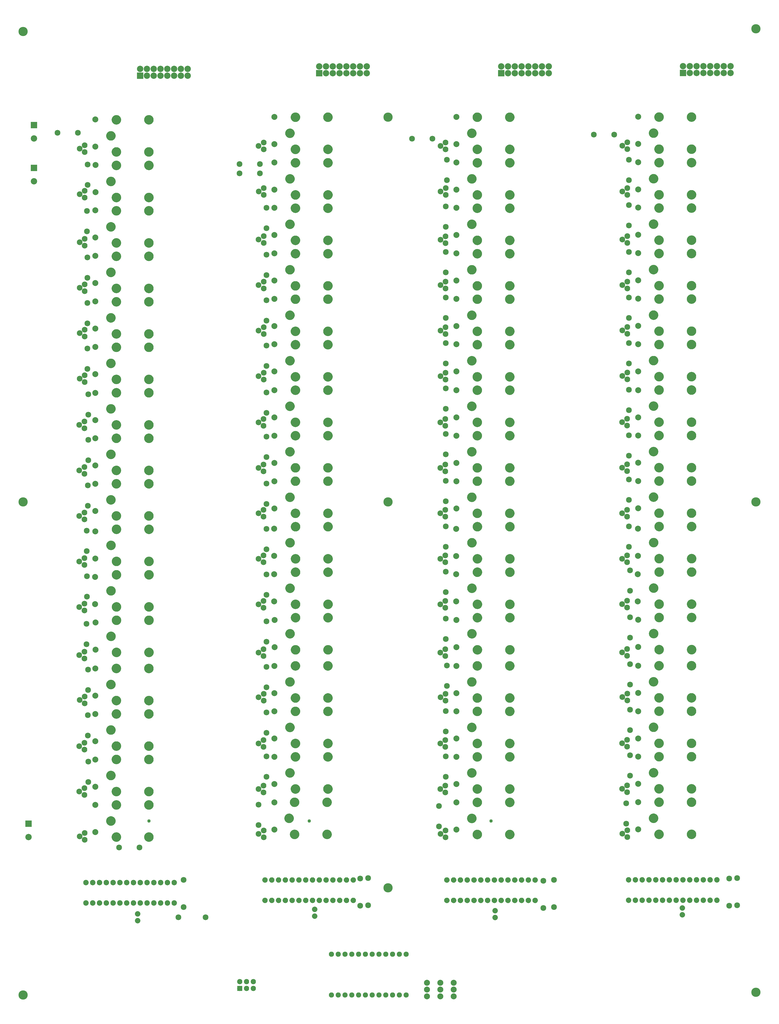
<source format=gts>
G04 MADE WITH FRITZING*
G04 WWW.FRITZING.ORG*
G04 DOUBLE SIDED*
G04 HOLES PLATED*
G04 CONTOUR ON CENTER OF CONTOUR VECTOR*
%ASAXBY*%
%FSLAX23Y23*%
%MOIN*%
%OFA0B0*%
%SFA1.0B1.0*%
%ADD10C,0.085000*%
%ADD11C,0.080000*%
%ADD12C,0.088000*%
%ADD13C,0.049370*%
%ADD14C,0.076000*%
%ADD15C,0.093307*%
%ADD16C,0.135984*%
%ADD17C,0.084000*%
%ADD18C,0.077323*%
%ADD19R,0.093307X0.093307*%
%ADD20R,0.077323X0.077323*%
%ADD21R,0.001000X0.001000*%
%LNMASK1*%
G90*
G70*
G54D10*
X2586Y2025D03*
X2586Y1625D03*
X2508Y1474D03*
X2908Y1474D03*
X10618Y2044D03*
X10618Y1644D03*
X10736Y1651D03*
X10736Y2051D03*
G54D11*
X9929Y1513D03*
X9929Y1613D03*
X4516Y1493D03*
X4516Y1593D03*
X7173Y1472D03*
X7173Y1572D03*
X1908Y1424D03*
X1908Y1524D03*
G54D10*
X5185Y2044D03*
X5185Y1644D03*
X1635Y2503D03*
X1935Y2503D03*
X9102Y3152D03*
X9102Y2852D03*
X9161Y3860D03*
X9161Y3560D03*
X9161Y4529D03*
X9161Y4229D03*
X9161Y5199D03*
X9161Y4899D03*
X9161Y5888D03*
X9161Y5588D03*
X9161Y6577D03*
X9161Y6277D03*
X9142Y7226D03*
X9142Y6926D03*
X9142Y7915D03*
X9142Y7615D03*
X9142Y8565D03*
X9142Y8265D03*
X9142Y9234D03*
X9142Y8934D03*
X9142Y9923D03*
X9142Y9623D03*
X9142Y10592D03*
X9142Y10292D03*
X9142Y11262D03*
X9142Y10962D03*
X9142Y11951D03*
X9142Y11651D03*
X9142Y12620D03*
X9142Y12320D03*
X8625Y12989D03*
X8925Y12989D03*
X5948Y12930D03*
X6248Y12930D03*
X6464Y12620D03*
X6464Y12320D03*
X6445Y11931D03*
X6445Y11631D03*
X6445Y11262D03*
X6445Y10962D03*
X6445Y10592D03*
X6445Y10292D03*
X6445Y9923D03*
X6445Y9623D03*
X6445Y9254D03*
X6445Y8954D03*
X6445Y8585D03*
X6445Y8285D03*
X6445Y7896D03*
X6445Y7596D03*
X6445Y7226D03*
X6445Y6926D03*
X6445Y6557D03*
X6445Y6257D03*
X6445Y5868D03*
X6445Y5568D03*
X6464Y5179D03*
X6464Y4879D03*
X6445Y4510D03*
X6445Y4210D03*
X6445Y3841D03*
X6445Y3541D03*
X6346Y3112D03*
X6346Y2812D03*
X3689Y3132D03*
X3689Y2832D03*
X3807Y3841D03*
X3807Y3541D03*
X3807Y4490D03*
X3807Y4190D03*
X3807Y5159D03*
X3807Y4859D03*
X3807Y5829D03*
X3807Y5529D03*
X3807Y6518D03*
X3807Y6218D03*
X3807Y7187D03*
X3807Y6887D03*
X3807Y7856D03*
X3807Y7556D03*
X3807Y8545D03*
X3807Y8245D03*
X3807Y9195D03*
X3807Y8895D03*
X3807Y9884D03*
X3807Y9584D03*
X3807Y10553D03*
X3807Y10253D03*
X3409Y12418D03*
X3709Y12418D03*
X3807Y11222D03*
X3807Y10922D03*
X3807Y11911D03*
X3807Y11611D03*
X3409Y12556D03*
X3709Y12556D03*
X730Y13014D03*
X1030Y13014D03*
X1172Y12247D03*
X1172Y12547D03*
X1164Y11566D03*
X1164Y11866D03*
X1168Y10881D03*
X1168Y11181D03*
X1168Y10211D03*
X1168Y10511D03*
X1168Y9542D03*
X1168Y9842D03*
X1183Y8869D03*
X1183Y9169D03*
X1183Y8200D03*
X1183Y8500D03*
X1175Y7530D03*
X1175Y7830D03*
X1160Y6861D03*
X1160Y7161D03*
X1164Y6192D03*
X1164Y6492D03*
X1156Y5491D03*
X1156Y5791D03*
X1179Y4818D03*
X1179Y5118D03*
X1183Y3466D03*
X1183Y3766D03*
X1175Y4147D03*
X1175Y4447D03*
G54D12*
X6563Y511D03*
X6563Y411D03*
X6563Y311D03*
X6366Y511D03*
X6366Y411D03*
X6366Y311D03*
X6169Y511D03*
X6169Y411D03*
X6169Y311D03*
G54D13*
X2075Y2891D03*
X4437Y2891D03*
X7114Y2891D03*
G54D14*
X5864Y932D03*
X5764Y932D03*
X5664Y932D03*
X5564Y932D03*
X5464Y932D03*
X5364Y932D03*
X5264Y932D03*
X5164Y932D03*
X5064Y932D03*
X4964Y932D03*
X4864Y932D03*
X4764Y932D03*
X4764Y332D03*
X4864Y332D03*
X4964Y332D03*
X5064Y332D03*
X5164Y332D03*
X5264Y332D03*
X5364Y332D03*
X5464Y332D03*
X5564Y332D03*
X5664Y332D03*
X5764Y332D03*
X5864Y332D03*
G54D15*
X303Y2852D03*
X303Y2655D03*
G54D16*
X11012Y14544D03*
X224Y14505D03*
X11012Y7586D03*
X224Y7586D03*
X11012Y371D03*
X5595Y13245D03*
X5595Y7586D03*
X5595Y1907D03*
X224Y332D03*
G54D17*
X9120Y12774D03*
X9045Y12824D03*
X9120Y12874D03*
X6444Y12771D03*
X6369Y12821D03*
X6444Y12871D03*
X3766Y12771D03*
X3691Y12821D03*
X3766Y12871D03*
X9121Y12103D03*
X9046Y12153D03*
X9121Y12203D03*
X6445Y12101D03*
X6370Y12151D03*
X6445Y12201D03*
X3767Y12101D03*
X3692Y12151D03*
X3767Y12201D03*
X1130Y12733D03*
X1055Y12783D03*
X1130Y12833D03*
X1130Y12063D03*
X1055Y12113D03*
X1130Y12163D03*
X9120Y11396D03*
X9045Y11446D03*
X9120Y11496D03*
X6444Y11393D03*
X6369Y11443D03*
X6444Y11493D03*
X3766Y11394D03*
X3691Y11444D03*
X3766Y11494D03*
X1130Y11355D03*
X1055Y11405D03*
X1130Y11455D03*
X9120Y10726D03*
X9045Y10776D03*
X9120Y10826D03*
X6444Y10724D03*
X6369Y10774D03*
X6444Y10824D03*
X3766Y10724D03*
X3691Y10774D03*
X3766Y10824D03*
X1130Y10686D03*
X1055Y10736D03*
X1130Y10786D03*
X9120Y9388D03*
X9045Y9438D03*
X9120Y9488D03*
X6444Y9385D03*
X6369Y9435D03*
X6444Y9485D03*
X3766Y9386D03*
X3691Y9436D03*
X3766Y9486D03*
X1130Y9348D03*
X1055Y9398D03*
X1130Y9448D03*
X9120Y10057D03*
X9045Y10107D03*
X9120Y10157D03*
X6444Y10055D03*
X6369Y10105D03*
X6444Y10155D03*
X3766Y10055D03*
X3691Y10105D03*
X3766Y10155D03*
X1130Y10017D03*
X1055Y10067D03*
X1130Y10117D03*
X9117Y7369D03*
X9042Y7419D03*
X9117Y7469D03*
X6441Y7367D03*
X6366Y7417D03*
X6441Y7467D03*
X3763Y7367D03*
X3688Y7417D03*
X3763Y7467D03*
X1126Y7329D03*
X1051Y7379D03*
X1126Y7429D03*
X9117Y8708D03*
X9042Y8758D03*
X9117Y8808D03*
X6441Y8706D03*
X6366Y8756D03*
X6441Y8806D03*
X3763Y8706D03*
X3688Y8756D03*
X3763Y8806D03*
X1126Y8668D03*
X1051Y8718D03*
X1126Y8768D03*
X9117Y8039D03*
X9042Y8089D03*
X9117Y8139D03*
X6441Y8036D03*
X6366Y8086D03*
X6441Y8136D03*
X3763Y8036D03*
X3688Y8086D03*
X3763Y8136D03*
X1126Y7998D03*
X1051Y8048D03*
X1126Y8098D03*
X9117Y6700D03*
X9042Y6750D03*
X9117Y6800D03*
X6441Y6698D03*
X6366Y6748D03*
X6441Y6798D03*
X3763Y6698D03*
X3688Y6748D03*
X3763Y6798D03*
X1126Y6660D03*
X1051Y6710D03*
X1126Y6760D03*
X9117Y6031D03*
X9042Y6081D03*
X9117Y6131D03*
X6441Y6028D03*
X6366Y6078D03*
X6441Y6128D03*
X3763Y6029D03*
X3688Y6079D03*
X3763Y6129D03*
X1126Y5990D03*
X1051Y6040D03*
X1126Y6090D03*
X9117Y5322D03*
X9042Y5372D03*
X9117Y5422D03*
X6441Y5320D03*
X6366Y5370D03*
X6441Y5420D03*
X3763Y5320D03*
X3688Y5370D03*
X3763Y5420D03*
X1126Y5282D03*
X1051Y5332D03*
X1126Y5382D03*
X9120Y4664D03*
X9045Y4714D03*
X9120Y4764D03*
X6444Y4661D03*
X6369Y4711D03*
X6444Y4761D03*
X3766Y4661D03*
X3691Y4711D03*
X3766Y4761D03*
X1130Y4623D03*
X1055Y4673D03*
X1130Y4723D03*
X9117Y3984D03*
X9042Y4034D03*
X9117Y4084D03*
X6441Y3981D03*
X6366Y4031D03*
X6441Y4081D03*
X3763Y3981D03*
X3688Y4031D03*
X3763Y4081D03*
X1126Y3943D03*
X1051Y3993D03*
X1126Y4043D03*
X9117Y3314D03*
X9042Y3364D03*
X9117Y3414D03*
X6441Y3312D03*
X6366Y3362D03*
X6441Y3412D03*
X3763Y3312D03*
X3688Y3362D03*
X3763Y3412D03*
X1126Y3274D03*
X1051Y3324D03*
X1126Y3374D03*
X9120Y2656D03*
X9045Y2706D03*
X9120Y2756D03*
X6444Y2653D03*
X6369Y2703D03*
X6444Y2753D03*
X3766Y2653D03*
X3691Y2703D03*
X3766Y2753D03*
X1130Y2615D03*
X1055Y2665D03*
X1130Y2715D03*
G54D12*
X9278Y10845D03*
X9278Y11245D03*
X9278Y10845D03*
X9278Y11245D03*
X6602Y10842D03*
X6602Y11242D03*
X6602Y10842D03*
X6602Y11242D03*
X3924Y10842D03*
X3924Y11242D03*
X3924Y10842D03*
X3924Y11242D03*
X1287Y10804D03*
X1287Y11204D03*
X1287Y10804D03*
X1287Y11204D03*
X9278Y10175D03*
X9278Y10575D03*
X9278Y10175D03*
X9278Y10575D03*
X6602Y10173D03*
X6602Y10573D03*
X6602Y10173D03*
X6602Y10573D03*
X3924Y10173D03*
X3924Y10573D03*
X3924Y10173D03*
X3924Y10573D03*
X1287Y10135D03*
X1287Y10535D03*
X1287Y10135D03*
X1287Y10535D03*
X9278Y12852D03*
X9278Y13252D03*
X9278Y12852D03*
X9278Y13252D03*
X6602Y12850D03*
X6602Y13250D03*
X6602Y12850D03*
X6602Y13250D03*
X3924Y12850D03*
X3924Y13250D03*
X3924Y12850D03*
X3924Y13250D03*
X9278Y12182D03*
X9278Y12582D03*
X9278Y12182D03*
X9278Y12582D03*
X6602Y12179D03*
X6602Y12579D03*
X6602Y12179D03*
X6602Y12579D03*
X3924Y12180D03*
X3924Y12580D03*
X3924Y12180D03*
X3924Y12580D03*
X1287Y12812D03*
X1287Y13212D03*
X1287Y12812D03*
X1287Y13212D03*
X1288Y12141D03*
X1288Y12541D03*
X1288Y12141D03*
X1288Y12541D03*
X9278Y11514D03*
X9278Y11914D03*
X9278Y11514D03*
X9278Y11914D03*
X6602Y11511D03*
X6602Y11911D03*
X6602Y11511D03*
X6602Y11911D03*
X3924Y11512D03*
X3924Y11912D03*
X3924Y11512D03*
X3924Y11912D03*
X1287Y11474D03*
X1287Y11874D03*
X1287Y11474D03*
X1287Y11874D03*
X9278Y8830D03*
X9278Y9230D03*
X9278Y8830D03*
X9278Y9230D03*
X6602Y8828D03*
X6602Y9228D03*
X6602Y8828D03*
X6602Y9228D03*
X3924Y8828D03*
X3924Y9228D03*
X3924Y8828D03*
X3924Y9228D03*
X1287Y8790D03*
X1287Y9190D03*
X1287Y8790D03*
X1287Y9190D03*
X9278Y7492D03*
X9278Y7892D03*
X9278Y7492D03*
X9278Y7892D03*
X6602Y7489D03*
X6602Y7889D03*
X6602Y7489D03*
X6602Y7889D03*
X3924Y7490D03*
X3924Y7890D03*
X3924Y7490D03*
X3924Y7890D03*
X1287Y7451D03*
X1287Y7851D03*
X1287Y7451D03*
X1287Y7851D03*
X9278Y9506D03*
X9278Y9906D03*
X9278Y9506D03*
X9278Y9906D03*
X6602Y9504D03*
X6602Y9904D03*
X6602Y9504D03*
X6602Y9904D03*
X3924Y9504D03*
X3924Y9904D03*
X3924Y9504D03*
X3924Y9904D03*
X1287Y9466D03*
X1287Y9866D03*
X1287Y9466D03*
X1287Y9866D03*
X9278Y8161D03*
X9278Y8561D03*
X9278Y8161D03*
X9278Y8561D03*
X6602Y8159D03*
X6602Y8559D03*
X6602Y8159D03*
X6602Y8559D03*
X3924Y8159D03*
X3924Y8559D03*
X3924Y8159D03*
X3924Y8559D03*
X1287Y8121D03*
X1287Y8521D03*
X1287Y8121D03*
X1287Y8521D03*
X9275Y6793D03*
X9275Y7193D03*
X9275Y6793D03*
X9275Y7193D03*
X6599Y6790D03*
X6599Y7190D03*
X6599Y6790D03*
X6599Y7190D03*
X3921Y6791D03*
X3921Y7191D03*
X3921Y6791D03*
X3921Y7191D03*
X1285Y6752D03*
X1285Y7152D03*
X1285Y6752D03*
X1285Y7152D03*
X9274Y6123D03*
X9274Y6523D03*
X9274Y6123D03*
X9274Y6523D03*
X6598Y6121D03*
X6598Y6521D03*
X6598Y6121D03*
X6598Y6521D03*
X3920Y6121D03*
X3920Y6521D03*
X3920Y6121D03*
X3920Y6521D03*
X1284Y6083D03*
X1284Y6483D03*
X1284Y6083D03*
X1284Y6483D03*
X9279Y5451D03*
X9279Y5851D03*
X9279Y5451D03*
X9279Y5851D03*
X6603Y5449D03*
X6603Y5849D03*
X6603Y5449D03*
X6603Y5849D03*
X3925Y5449D03*
X3925Y5849D03*
X3925Y5449D03*
X3925Y5849D03*
X1288Y5411D03*
X1288Y5811D03*
X1288Y5411D03*
X1288Y5811D03*
X9278Y4775D03*
X9278Y5175D03*
X9278Y4775D03*
X9278Y5175D03*
X6602Y4773D03*
X6602Y5173D03*
X6602Y4773D03*
X6602Y5173D03*
X3924Y4773D03*
X3924Y5173D03*
X3924Y4773D03*
X3924Y5173D03*
X1287Y4735D03*
X1287Y5135D03*
X1287Y4735D03*
X1287Y5135D03*
X9278Y4106D03*
X9278Y4506D03*
X9278Y4106D03*
X9278Y4506D03*
X6602Y4104D03*
X6602Y4504D03*
X6602Y4104D03*
X6602Y4504D03*
X3924Y4104D03*
X3924Y4504D03*
X3924Y4104D03*
X3924Y4504D03*
X1287Y4066D03*
X1287Y4466D03*
X1287Y4066D03*
X1287Y4466D03*
X9278Y3437D03*
X9278Y3837D03*
X9278Y3437D03*
X9278Y3837D03*
X6602Y3434D03*
X6602Y3834D03*
X6602Y3434D03*
X6602Y3834D03*
X3924Y3435D03*
X3924Y3835D03*
X3924Y3435D03*
X3924Y3835D03*
X1287Y3396D03*
X1287Y3796D03*
X1287Y3396D03*
X1287Y3796D03*
X9278Y2767D03*
X9278Y3167D03*
X9278Y2767D03*
X9278Y3167D03*
X6602Y2765D03*
X6602Y3165D03*
X6602Y2765D03*
X6602Y3165D03*
X3924Y2765D03*
X3924Y3165D03*
X3924Y2765D03*
X3924Y3165D03*
X1287Y2727D03*
X1287Y3127D03*
X1287Y2727D03*
X1287Y3127D03*
G54D18*
X3413Y529D03*
X3513Y529D03*
X3613Y529D03*
X3413Y429D03*
X3513Y429D03*
X3613Y429D03*
G54D15*
X9938Y13994D03*
X10038Y13994D03*
X10138Y13994D03*
X10238Y13994D03*
X10338Y13994D03*
X10438Y13994D03*
X10538Y13994D03*
X10638Y13994D03*
X9938Y13894D03*
X10038Y13894D03*
X10138Y13894D03*
X10238Y13894D03*
X10338Y13894D03*
X10438Y13894D03*
X10538Y13894D03*
X10638Y13894D03*
X7262Y13992D03*
X7362Y13992D03*
X7462Y13992D03*
X7562Y13992D03*
X7662Y13992D03*
X7762Y13992D03*
X7862Y13992D03*
X7962Y13992D03*
X7262Y13892D03*
X7362Y13892D03*
X7462Y13892D03*
X7562Y13892D03*
X7662Y13892D03*
X7762Y13892D03*
X7862Y13892D03*
X7962Y13892D03*
X4584Y13992D03*
X4684Y13992D03*
X4784Y13992D03*
X4884Y13992D03*
X4984Y13992D03*
X5084Y13992D03*
X5184Y13992D03*
X5284Y13992D03*
X4584Y13892D03*
X4684Y13892D03*
X4784Y13892D03*
X4884Y13892D03*
X4984Y13892D03*
X5084Y13892D03*
X5184Y13892D03*
X5284Y13892D03*
X1947Y13954D03*
X2047Y13954D03*
X2147Y13954D03*
X2247Y13954D03*
X2347Y13954D03*
X2447Y13954D03*
X2547Y13954D03*
X2647Y13954D03*
X1947Y13854D03*
X2047Y13854D03*
X2147Y13854D03*
X2247Y13854D03*
X2347Y13854D03*
X2447Y13854D03*
X2547Y13854D03*
X2647Y13854D03*
X383Y13128D03*
X383Y12932D03*
X383Y12498D03*
X383Y12302D03*
G54D10*
X8039Y2025D03*
X8039Y1625D03*
X7882Y1611D03*
X7882Y2011D03*
X5303Y1651D03*
X5303Y2051D03*
G54D19*
X303Y2851D03*
G54D20*
X3413Y429D03*
G54D19*
X9938Y13894D03*
X7262Y13892D03*
X4584Y13892D03*
X1947Y13854D03*
X383Y13128D03*
X383Y12498D03*
G54D21*
X9580Y13316D02*
X9594Y13316D01*
X10058Y13316D02*
X10072Y13316D01*
X9574Y13315D02*
X9600Y13315D01*
X10052Y13315D02*
X10078Y13315D01*
X4229Y13314D02*
X4237Y13314D01*
X4708Y13314D02*
X4715Y13314D01*
X6910Y13314D02*
X6912Y13314D01*
X7388Y13314D02*
X7390Y13314D01*
X9569Y13314D02*
X9604Y13314D01*
X10048Y13314D02*
X10082Y13314D01*
X4221Y13313D02*
X4245Y13313D01*
X4700Y13313D02*
X4723Y13313D01*
X6900Y13313D02*
X6922Y13313D01*
X7378Y13313D02*
X7400Y13313D01*
X9566Y13313D02*
X9608Y13313D01*
X10044Y13313D02*
X10086Y13313D01*
X4217Y13312D02*
X4249Y13312D01*
X4695Y13312D02*
X4728Y13312D01*
X6895Y13312D02*
X6927Y13312D01*
X7373Y13312D02*
X7405Y13312D01*
X9563Y13312D02*
X9611Y13312D01*
X10041Y13312D02*
X10089Y13312D01*
X4213Y13311D02*
X4253Y13311D01*
X4691Y13311D02*
X4732Y13311D01*
X6891Y13311D02*
X6931Y13311D01*
X7369Y13311D02*
X7409Y13311D01*
X9560Y13311D02*
X9613Y13311D01*
X10038Y13311D02*
X10092Y13311D01*
X4210Y13310D02*
X4256Y13310D01*
X4688Y13310D02*
X4735Y13310D01*
X6888Y13310D02*
X6934Y13310D01*
X7366Y13310D02*
X7412Y13310D01*
X9558Y13310D02*
X9615Y13310D01*
X10036Y13310D02*
X10094Y13310D01*
X4207Y13309D02*
X4259Y13309D01*
X4685Y13309D02*
X4737Y13309D01*
X6885Y13309D02*
X6936Y13309D01*
X7364Y13309D02*
X7415Y13309D01*
X9556Y13309D02*
X9617Y13309D01*
X10034Y13309D02*
X10096Y13309D01*
X4205Y13308D02*
X4261Y13308D01*
X4683Y13308D02*
X4740Y13308D01*
X6883Y13308D02*
X6939Y13308D01*
X7361Y13308D02*
X7417Y13308D01*
X9554Y13308D02*
X9619Y13308D01*
X10032Y13308D02*
X10098Y13308D01*
X4203Y13307D02*
X4263Y13307D01*
X4681Y13307D02*
X4742Y13307D01*
X6881Y13307D02*
X6941Y13307D01*
X7359Y13307D02*
X7419Y13307D01*
X9552Y13307D02*
X9621Y13307D01*
X10031Y13307D02*
X10099Y13307D01*
X4201Y13306D02*
X4265Y13306D01*
X4679Y13306D02*
X4744Y13306D01*
X6879Y13306D02*
X6943Y13306D01*
X7357Y13306D02*
X7421Y13306D01*
X9551Y13306D02*
X9623Y13306D01*
X10029Y13306D02*
X10101Y13306D01*
X4199Y13305D02*
X4267Y13305D01*
X4677Y13305D02*
X4745Y13305D01*
X6877Y13305D02*
X6945Y13305D01*
X7355Y13305D02*
X7423Y13305D01*
X9549Y13305D02*
X9624Y13305D01*
X10027Y13305D02*
X10103Y13305D01*
X4197Y13304D02*
X4269Y13304D01*
X4676Y13304D02*
X4747Y13304D01*
X6875Y13304D02*
X6946Y13304D01*
X7354Y13304D02*
X7424Y13304D01*
X9548Y13304D02*
X9626Y13304D01*
X10026Y13304D02*
X10104Y13304D01*
X4196Y13303D02*
X4270Y13303D01*
X4674Y13303D02*
X4749Y13303D01*
X6874Y13303D02*
X6948Y13303D01*
X7352Y13303D02*
X7426Y13303D01*
X9546Y13303D02*
X9627Y13303D01*
X10025Y13303D02*
X10106Y13303D01*
X4194Y13302D02*
X4272Y13302D01*
X4673Y13302D02*
X4750Y13302D01*
X6872Y13302D02*
X6949Y13302D01*
X7350Y13302D02*
X7428Y13302D01*
X9545Y13302D02*
X9629Y13302D01*
X10023Y13302D02*
X10107Y13302D01*
X4193Y13301D02*
X4273Y13301D01*
X4671Y13301D02*
X4752Y13301D01*
X6871Y13301D02*
X6951Y13301D01*
X7349Y13301D02*
X7429Y13301D01*
X9543Y13301D02*
X9630Y13301D01*
X10022Y13301D02*
X10108Y13301D01*
X4192Y13300D02*
X4275Y13300D01*
X4670Y13300D02*
X4753Y13300D01*
X6869Y13300D02*
X6952Y13300D01*
X7348Y13300D02*
X7430Y13300D01*
X9542Y13300D02*
X9631Y13300D01*
X10021Y13300D02*
X10109Y13300D01*
X4190Y13299D02*
X4276Y13299D01*
X4668Y13299D02*
X4754Y13299D01*
X6868Y13299D02*
X6953Y13299D01*
X7346Y13299D02*
X7432Y13299D01*
X9541Y13299D02*
X9632Y13299D01*
X10019Y13299D02*
X10111Y13299D01*
X4189Y13298D02*
X4277Y13298D01*
X4667Y13298D02*
X4756Y13298D01*
X6867Y13298D02*
X6955Y13298D01*
X7345Y13298D02*
X7433Y13298D01*
X9540Y13298D02*
X9633Y13298D01*
X10018Y13298D02*
X10112Y13298D01*
X4188Y13297D02*
X4278Y13297D01*
X4666Y13297D02*
X4757Y13297D01*
X6866Y13297D02*
X6956Y13297D01*
X7344Y13297D02*
X7434Y13297D01*
X9539Y13297D02*
X9635Y13297D01*
X10017Y13297D02*
X10113Y13297D01*
X4187Y13296D02*
X4280Y13296D01*
X4665Y13296D02*
X4758Y13296D01*
X6864Y13296D02*
X6957Y13296D01*
X7343Y13296D02*
X7435Y13296D01*
X9538Y13296D02*
X9636Y13296D01*
X10016Y13296D02*
X10114Y13296D01*
X4185Y13295D02*
X4281Y13295D01*
X4664Y13295D02*
X4759Y13295D01*
X6863Y13295D02*
X6958Y13295D01*
X7342Y13295D02*
X7437Y13295D01*
X9537Y13295D02*
X9637Y13295D01*
X10015Y13295D02*
X10115Y13295D01*
X4184Y13294D02*
X4282Y13294D01*
X4663Y13294D02*
X4760Y13294D01*
X6862Y13294D02*
X6959Y13294D01*
X7341Y13294D02*
X7438Y13294D01*
X9536Y13294D02*
X9637Y13294D01*
X10014Y13294D02*
X10116Y13294D01*
X4183Y13293D02*
X4283Y13293D01*
X4662Y13293D02*
X4761Y13293D01*
X6861Y13293D02*
X6960Y13293D01*
X7340Y13293D02*
X7439Y13293D01*
X9535Y13293D02*
X9638Y13293D01*
X10013Y13293D02*
X10117Y13293D01*
X4183Y13292D02*
X4284Y13292D01*
X4661Y13292D02*
X4762Y13292D01*
X6860Y13292D02*
X6961Y13292D01*
X7339Y13292D02*
X7440Y13292D01*
X9534Y13292D02*
X9639Y13292D01*
X10012Y13292D02*
X10118Y13292D01*
X4182Y13291D02*
X4284Y13291D01*
X4660Y13291D02*
X4763Y13291D01*
X6859Y13291D02*
X6962Y13291D01*
X7338Y13291D02*
X7440Y13291D01*
X9533Y13291D02*
X9640Y13291D01*
X10012Y13291D02*
X10118Y13291D01*
X4181Y13290D02*
X4285Y13290D01*
X4659Y13290D02*
X4764Y13290D01*
X6859Y13290D02*
X6963Y13290D01*
X7337Y13290D02*
X7441Y13290D01*
X9533Y13290D02*
X9641Y13290D01*
X10011Y13290D02*
X10119Y13290D01*
X4180Y13289D02*
X4286Y13289D01*
X4658Y13289D02*
X4765Y13289D01*
X6858Y13289D02*
X6964Y13289D01*
X7336Y13289D02*
X7442Y13289D01*
X9532Y13289D02*
X9642Y13289D01*
X10010Y13289D02*
X10120Y13289D01*
X4179Y13288D02*
X4287Y13288D01*
X4657Y13288D02*
X4765Y13288D01*
X6857Y13288D02*
X6965Y13288D01*
X7335Y13288D02*
X7443Y13288D01*
X9531Y13288D02*
X9642Y13288D01*
X10009Y13288D02*
X10121Y13288D01*
X4178Y13287D02*
X4288Y13287D01*
X4657Y13287D02*
X4766Y13287D01*
X6856Y13287D02*
X6965Y13287D01*
X7335Y13287D02*
X7444Y13287D01*
X9530Y13287D02*
X9643Y13287D01*
X10009Y13287D02*
X10121Y13287D01*
X4178Y13286D02*
X4289Y13286D01*
X4656Y13286D02*
X4767Y13286D01*
X6855Y13286D02*
X6966Y13286D01*
X7334Y13286D02*
X7444Y13286D01*
X9530Y13286D02*
X9644Y13286D01*
X10008Y13286D02*
X10122Y13286D01*
X4177Y13285D02*
X4289Y13285D01*
X4655Y13285D02*
X4768Y13285D01*
X6855Y13285D02*
X6967Y13285D01*
X7333Y13285D02*
X7445Y13285D01*
X9529Y13285D02*
X9644Y13285D01*
X10007Y13285D02*
X10123Y13285D01*
X4176Y13284D02*
X4290Y13284D01*
X4654Y13284D02*
X4768Y13284D01*
X6854Y13284D02*
X6968Y13284D01*
X7332Y13284D02*
X7446Y13284D01*
X9528Y13284D02*
X9645Y13284D01*
X10007Y13284D02*
X10123Y13284D01*
X4175Y13283D02*
X4291Y13283D01*
X4654Y13283D02*
X4769Y13283D01*
X6853Y13283D02*
X6968Y13283D01*
X7332Y13283D02*
X7447Y13283D01*
X9528Y13283D02*
X9646Y13283D01*
X10006Y13283D02*
X10124Y13283D01*
X4175Y13282D02*
X4291Y13282D01*
X4653Y13282D02*
X4770Y13282D01*
X6853Y13282D02*
X6969Y13282D01*
X7331Y13282D02*
X7447Y13282D01*
X9527Y13282D02*
X9646Y13282D01*
X10005Y13282D02*
X10125Y13282D01*
X4174Y13281D02*
X4292Y13281D01*
X4653Y13281D02*
X4770Y13281D01*
X6852Y13281D02*
X6970Y13281D01*
X7330Y13281D02*
X7448Y13281D01*
X9526Y13281D02*
X9647Y13281D01*
X10005Y13281D02*
X10125Y13281D01*
X4174Y13280D02*
X4293Y13280D01*
X4652Y13280D02*
X4771Y13280D01*
X6851Y13280D02*
X6970Y13280D01*
X7330Y13280D02*
X7448Y13280D01*
X9526Y13280D02*
X9648Y13280D01*
X10004Y13280D02*
X10126Y13280D01*
X4173Y13279D02*
X4293Y13279D01*
X4651Y13279D02*
X4771Y13279D01*
X6851Y13279D02*
X6971Y13279D01*
X7329Y13279D02*
X7449Y13279D01*
X9525Y13279D02*
X9648Y13279D01*
X10004Y13279D02*
X10126Y13279D01*
X4172Y13278D02*
X4294Y13278D01*
X4651Y13278D02*
X4772Y13278D01*
X6850Y13278D02*
X6971Y13278D01*
X7329Y13278D02*
X7450Y13278D01*
X9525Y13278D02*
X9649Y13278D01*
X10003Y13278D02*
X10127Y13278D01*
X4172Y13277D02*
X4294Y13277D01*
X4650Y13277D02*
X4773Y13277D01*
X6850Y13277D02*
X6972Y13277D01*
X7328Y13277D02*
X7450Y13277D01*
X9524Y13277D02*
X9649Y13277D01*
X10003Y13277D02*
X10127Y13277D01*
X1594Y13276D02*
X1599Y13276D01*
X2073Y13276D02*
X2077Y13276D01*
X4171Y13276D02*
X4295Y13276D01*
X4650Y13276D02*
X4773Y13276D01*
X6849Y13276D02*
X6972Y13276D01*
X7327Y13276D02*
X7451Y13276D01*
X9524Y13276D02*
X9650Y13276D01*
X10002Y13276D02*
X10128Y13276D01*
X1586Y13275D02*
X1608Y13275D01*
X2064Y13275D02*
X2086Y13275D01*
X4171Y13275D02*
X4295Y13275D01*
X4649Y13275D02*
X4774Y13275D01*
X6849Y13275D02*
X6973Y13275D01*
X7327Y13275D02*
X7451Y13275D01*
X9523Y13275D02*
X9650Y13275D01*
X10002Y13275D02*
X10128Y13275D01*
X1581Y13274D02*
X1613Y13274D01*
X2059Y13274D02*
X2091Y13274D01*
X4170Y13274D02*
X4296Y13274D01*
X4649Y13274D02*
X4774Y13274D01*
X6848Y13274D02*
X6973Y13274D01*
X7326Y13274D02*
X7452Y13274D01*
X9523Y13274D02*
X9651Y13274D01*
X10001Y13274D02*
X10129Y13274D01*
X1577Y13273D02*
X1617Y13273D01*
X2055Y13273D02*
X2095Y13273D01*
X4170Y13273D02*
X4296Y13273D01*
X4648Y13273D02*
X4775Y13273D01*
X6848Y13273D02*
X6974Y13273D01*
X7326Y13273D02*
X7452Y13273D01*
X9522Y13273D02*
X9651Y13273D01*
X10001Y13273D02*
X10129Y13273D01*
X1574Y13272D02*
X1620Y13272D01*
X2052Y13272D02*
X2098Y13272D01*
X4169Y13272D02*
X4297Y13272D01*
X4648Y13272D02*
X4775Y13272D01*
X6847Y13272D02*
X6974Y13272D01*
X7325Y13272D02*
X7453Y13272D01*
X9522Y13272D02*
X9651Y13272D01*
X10000Y13272D02*
X10130Y13272D01*
X1571Y13271D02*
X1623Y13271D01*
X2049Y13271D02*
X2101Y13271D01*
X4169Y13271D02*
X4297Y13271D01*
X4647Y13271D02*
X4776Y13271D01*
X6847Y13271D02*
X6975Y13271D01*
X7325Y13271D02*
X7453Y13271D01*
X9522Y13271D02*
X9652Y13271D01*
X10000Y13271D02*
X10130Y13271D01*
X1569Y13270D02*
X1625Y13270D01*
X2047Y13270D02*
X2103Y13270D01*
X4169Y13270D02*
X4298Y13270D01*
X4647Y13270D02*
X4776Y13270D01*
X6846Y13270D02*
X6975Y13270D01*
X7325Y13270D02*
X7454Y13270D01*
X9521Y13270D02*
X9652Y13270D01*
X10000Y13270D02*
X10130Y13270D01*
X1567Y13269D02*
X1627Y13269D01*
X2045Y13269D02*
X2105Y13269D01*
X4168Y13269D02*
X4298Y13269D01*
X4647Y13269D02*
X4776Y13269D01*
X6846Y13269D02*
X6976Y13269D01*
X7324Y13269D02*
X7454Y13269D01*
X9521Y13269D02*
X9652Y13269D01*
X9999Y13269D02*
X10131Y13269D01*
X1565Y13268D02*
X1629Y13268D01*
X2043Y13268D02*
X2107Y13268D01*
X4168Y13268D02*
X4298Y13268D01*
X4646Y13268D02*
X4777Y13268D01*
X6846Y13268D02*
X6976Y13268D01*
X7324Y13268D02*
X7454Y13268D01*
X9521Y13268D02*
X9653Y13268D01*
X9999Y13268D02*
X10131Y13268D01*
X1563Y13267D02*
X1631Y13267D01*
X2041Y13267D02*
X2109Y13267D01*
X4168Y13267D02*
X4299Y13267D01*
X4646Y13267D02*
X4777Y13267D01*
X6845Y13267D02*
X6976Y13267D01*
X7324Y13267D02*
X7455Y13267D01*
X9520Y13267D02*
X9653Y13267D01*
X9999Y13267D02*
X10131Y13267D01*
X1561Y13266D02*
X1632Y13266D01*
X2040Y13266D02*
X2111Y13266D01*
X4167Y13266D02*
X4299Y13266D01*
X4645Y13266D02*
X4777Y13266D01*
X6845Y13266D02*
X6977Y13266D01*
X7323Y13266D02*
X7455Y13266D01*
X9520Y13266D02*
X9653Y13266D01*
X9998Y13266D02*
X10132Y13266D01*
X1560Y13265D02*
X1634Y13265D01*
X2038Y13265D02*
X2112Y13265D01*
X4167Y13265D02*
X4299Y13265D01*
X4645Y13265D02*
X4778Y13265D01*
X6845Y13265D02*
X6977Y13265D01*
X7323Y13265D02*
X7455Y13265D01*
X9520Y13265D02*
X9653Y13265D01*
X9998Y13265D02*
X10132Y13265D01*
X1558Y13264D02*
X1635Y13264D01*
X2036Y13264D02*
X2114Y13264D01*
X4167Y13264D02*
X4300Y13264D01*
X4645Y13264D02*
X4778Y13264D01*
X6844Y13264D02*
X6977Y13264D01*
X7323Y13264D02*
X7456Y13264D01*
X9520Y13264D02*
X9654Y13264D01*
X9998Y13264D02*
X10132Y13264D01*
X1557Y13263D02*
X1637Y13263D01*
X2035Y13263D02*
X2115Y13263D01*
X4166Y13263D02*
X4300Y13263D01*
X4645Y13263D02*
X4778Y13263D01*
X6844Y13263D02*
X6977Y13263D01*
X7322Y13263D02*
X7456Y13263D01*
X9519Y13263D02*
X9654Y13263D01*
X9998Y13263D02*
X10132Y13263D01*
X1555Y13262D02*
X1638Y13262D01*
X2034Y13262D02*
X2116Y13262D01*
X4166Y13262D02*
X4300Y13262D01*
X4644Y13262D02*
X4778Y13262D01*
X6844Y13262D02*
X6978Y13262D01*
X7322Y13262D02*
X7456Y13262D01*
X9519Y13262D02*
X9654Y13262D01*
X9997Y13262D02*
X10133Y13262D01*
X1554Y13261D02*
X1639Y13261D01*
X2032Y13261D02*
X2118Y13261D01*
X4166Y13261D02*
X4300Y13261D01*
X4644Y13261D02*
X4779Y13261D01*
X6844Y13261D02*
X6978Y13261D01*
X7322Y13261D02*
X7456Y13261D01*
X9519Y13261D02*
X9654Y13261D01*
X9997Y13261D02*
X10133Y13261D01*
X1553Y13260D02*
X1641Y13260D01*
X2031Y13260D02*
X2119Y13260D01*
X4166Y13260D02*
X4301Y13260D01*
X4644Y13260D02*
X4779Y13260D01*
X6843Y13260D02*
X6978Y13260D01*
X7322Y13260D02*
X7457Y13260D01*
X9519Y13260D02*
X9655Y13260D01*
X9997Y13260D02*
X10133Y13260D01*
X1551Y13259D02*
X1642Y13259D01*
X2030Y13259D02*
X2120Y13259D01*
X4165Y13259D02*
X4301Y13259D01*
X4644Y13259D02*
X4779Y13259D01*
X6843Y13259D02*
X6979Y13259D01*
X7321Y13259D02*
X7457Y13259D01*
X9519Y13259D02*
X9655Y13259D01*
X9997Y13259D02*
X10133Y13259D01*
X1550Y13258D02*
X1643Y13258D01*
X2029Y13258D02*
X2121Y13258D01*
X4165Y13258D02*
X4301Y13258D01*
X4643Y13258D02*
X4779Y13258D01*
X6843Y13258D02*
X6979Y13258D01*
X7321Y13258D02*
X7457Y13258D01*
X9518Y13258D02*
X9655Y13258D01*
X9997Y13258D02*
X10133Y13258D01*
X1549Y13257D02*
X1644Y13257D01*
X2028Y13257D02*
X2123Y13257D01*
X4165Y13257D02*
X4301Y13257D01*
X4643Y13257D02*
X4780Y13257D01*
X6843Y13257D02*
X6979Y13257D01*
X7321Y13257D02*
X7457Y13257D01*
X9518Y13257D02*
X9655Y13257D01*
X9997Y13257D02*
X10133Y13257D01*
X1548Y13256D02*
X1645Y13256D01*
X2026Y13256D02*
X2124Y13256D01*
X4165Y13256D02*
X4301Y13256D01*
X4643Y13256D02*
X4780Y13256D01*
X6843Y13256D02*
X6979Y13256D01*
X7321Y13256D02*
X7457Y13256D01*
X9518Y13256D02*
X9655Y13256D01*
X9996Y13256D02*
X10134Y13256D01*
X1547Y13255D02*
X1646Y13255D01*
X2025Y13255D02*
X2125Y13255D01*
X4165Y13255D02*
X4302Y13255D01*
X4643Y13255D02*
X4780Y13255D01*
X6842Y13255D02*
X6979Y13255D01*
X7321Y13255D02*
X7458Y13255D01*
X9518Y13255D02*
X9655Y13255D01*
X9996Y13255D02*
X10134Y13255D01*
X1546Y13254D02*
X1647Y13254D01*
X2025Y13254D02*
X2125Y13254D01*
X4164Y13254D02*
X4302Y13254D01*
X4643Y13254D02*
X4780Y13254D01*
X6842Y13254D02*
X6979Y13254D01*
X7321Y13254D02*
X7458Y13254D01*
X9518Y13254D02*
X9656Y13254D01*
X9996Y13254D02*
X10134Y13254D01*
X1545Y13253D02*
X1648Y13253D01*
X2024Y13253D02*
X2126Y13253D01*
X4164Y13253D02*
X4302Y13253D01*
X4643Y13253D02*
X4780Y13253D01*
X6842Y13253D02*
X6980Y13253D01*
X7320Y13253D02*
X7458Y13253D01*
X9518Y13253D02*
X9656Y13253D01*
X9996Y13253D02*
X10134Y13253D01*
X1544Y13252D02*
X1649Y13252D01*
X2023Y13252D02*
X2127Y13252D01*
X4164Y13252D02*
X4302Y13252D01*
X4642Y13252D02*
X4780Y13252D01*
X6842Y13252D02*
X6980Y13252D01*
X7320Y13252D02*
X7458Y13252D01*
X9518Y13252D02*
X9656Y13252D01*
X9996Y13252D02*
X10134Y13252D01*
X1544Y13251D02*
X1650Y13251D01*
X2022Y13251D02*
X2128Y13251D01*
X4164Y13251D02*
X4302Y13251D01*
X4642Y13251D02*
X4780Y13251D01*
X6842Y13251D02*
X6980Y13251D01*
X7320Y13251D02*
X7458Y13251D01*
X9518Y13251D02*
X9656Y13251D01*
X9996Y13251D02*
X10134Y13251D01*
X1543Y13250D02*
X1651Y13250D01*
X2021Y13250D02*
X2129Y13250D01*
X4164Y13250D02*
X4302Y13250D01*
X4642Y13250D02*
X4780Y13250D01*
X6842Y13250D02*
X6980Y13250D01*
X7320Y13250D02*
X7458Y13250D01*
X9517Y13250D02*
X9656Y13250D01*
X9996Y13250D02*
X10134Y13250D01*
X1542Y13249D02*
X1651Y13249D01*
X2020Y13249D02*
X2130Y13249D01*
X4164Y13249D02*
X4302Y13249D01*
X4642Y13249D02*
X4781Y13249D01*
X6842Y13249D02*
X6980Y13249D01*
X7320Y13249D02*
X7458Y13249D01*
X9517Y13249D02*
X9656Y13249D01*
X9996Y13249D02*
X10134Y13249D01*
X1541Y13248D02*
X1652Y13248D01*
X2020Y13248D02*
X2130Y13248D01*
X4164Y13248D02*
X4302Y13248D01*
X4642Y13248D02*
X4781Y13248D01*
X6842Y13248D02*
X6980Y13248D01*
X7320Y13248D02*
X7458Y13248D01*
X9517Y13248D02*
X9656Y13248D01*
X9996Y13248D02*
X10134Y13248D01*
X1541Y13247D02*
X1653Y13247D01*
X2019Y13247D02*
X2131Y13247D01*
X4164Y13247D02*
X4302Y13247D01*
X4642Y13247D02*
X4781Y13247D01*
X6842Y13247D02*
X6980Y13247D01*
X7320Y13247D02*
X7458Y13247D01*
X9517Y13247D02*
X9656Y13247D01*
X9996Y13247D02*
X10134Y13247D01*
X1540Y13246D02*
X1654Y13246D01*
X2018Y13246D02*
X2132Y13246D01*
X4164Y13246D02*
X4302Y13246D01*
X4642Y13246D02*
X4781Y13246D01*
X6841Y13246D02*
X6980Y13246D01*
X7320Y13246D02*
X7458Y13246D01*
X9517Y13246D02*
X9656Y13246D01*
X9996Y13246D02*
X10134Y13246D01*
X1539Y13245D02*
X1654Y13245D01*
X2017Y13245D02*
X2133Y13245D01*
X4164Y13245D02*
X4302Y13245D01*
X4642Y13245D02*
X4781Y13245D01*
X6841Y13245D02*
X6980Y13245D01*
X7320Y13245D02*
X7458Y13245D01*
X9517Y13245D02*
X9656Y13245D01*
X9996Y13245D02*
X10134Y13245D01*
X1539Y13244D02*
X1655Y13244D01*
X2017Y13244D02*
X2133Y13244D01*
X4164Y13244D02*
X4302Y13244D01*
X4642Y13244D02*
X4781Y13244D01*
X6841Y13244D02*
X6980Y13244D01*
X7320Y13244D02*
X7459Y13244D01*
X9517Y13244D02*
X9656Y13244D01*
X9996Y13244D02*
X10134Y13244D01*
X1538Y13243D02*
X1656Y13243D01*
X2016Y13243D02*
X2134Y13243D01*
X4164Y13243D02*
X4302Y13243D01*
X4642Y13243D02*
X4781Y13243D01*
X6841Y13243D02*
X6980Y13243D01*
X7320Y13243D02*
X7458Y13243D01*
X9517Y13243D02*
X9656Y13243D01*
X9996Y13243D02*
X10134Y13243D01*
X1537Y13242D02*
X1656Y13242D01*
X2016Y13242D02*
X2134Y13242D01*
X4164Y13242D02*
X4302Y13242D01*
X4642Y13242D02*
X4781Y13242D01*
X6841Y13242D02*
X6980Y13242D01*
X7320Y13242D02*
X7458Y13242D01*
X9518Y13242D02*
X9656Y13242D01*
X9996Y13242D02*
X10134Y13242D01*
X1537Y13241D02*
X1657Y13241D01*
X2015Y13241D02*
X2135Y13241D01*
X4164Y13241D02*
X4302Y13241D01*
X4642Y13241D02*
X4781Y13241D01*
X6842Y13241D02*
X6980Y13241D01*
X7320Y13241D02*
X7458Y13241D01*
X9518Y13241D02*
X9656Y13241D01*
X9996Y13241D02*
X10134Y13241D01*
X1536Y13240D02*
X1657Y13240D01*
X2014Y13240D02*
X2136Y13240D01*
X4164Y13240D02*
X4302Y13240D01*
X4642Y13240D02*
X4781Y13240D01*
X6842Y13240D02*
X6980Y13240D01*
X7320Y13240D02*
X7458Y13240D01*
X9518Y13240D02*
X9656Y13240D01*
X9996Y13240D02*
X10134Y13240D01*
X1536Y13239D02*
X1658Y13239D01*
X2014Y13239D02*
X2136Y13239D01*
X4164Y13239D02*
X4302Y13239D01*
X4642Y13239D02*
X4781Y13239D01*
X6842Y13239D02*
X6980Y13239D01*
X7320Y13239D02*
X7458Y13239D01*
X9518Y13239D02*
X9656Y13239D01*
X9996Y13239D02*
X10134Y13239D01*
X1535Y13238D02*
X1658Y13238D01*
X2013Y13238D02*
X2137Y13238D01*
X4164Y13238D02*
X4302Y13238D01*
X4642Y13238D02*
X4780Y13238D01*
X6842Y13238D02*
X6980Y13238D01*
X7320Y13238D02*
X7458Y13238D01*
X9518Y13238D02*
X9655Y13238D01*
X9996Y13238D02*
X10134Y13238D01*
X1535Y13237D02*
X1659Y13237D01*
X2013Y13237D02*
X2137Y13237D01*
X4164Y13237D02*
X4302Y13237D01*
X4642Y13237D02*
X4780Y13237D01*
X6842Y13237D02*
X6980Y13237D01*
X7320Y13237D02*
X7458Y13237D01*
X9518Y13237D02*
X9655Y13237D01*
X9996Y13237D02*
X10134Y13237D01*
X1534Y13236D02*
X1659Y13236D01*
X2012Y13236D02*
X2138Y13236D01*
X4164Y13236D02*
X4302Y13236D01*
X4643Y13236D02*
X4780Y13236D01*
X6842Y13236D02*
X6980Y13236D01*
X7320Y13236D02*
X7458Y13236D01*
X9518Y13236D02*
X9655Y13236D01*
X9997Y13236D02*
X10133Y13236D01*
X1534Y13235D02*
X1660Y13235D01*
X2012Y13235D02*
X2138Y13235D01*
X4164Y13235D02*
X4302Y13235D01*
X4643Y13235D02*
X4780Y13235D01*
X6842Y13235D02*
X6979Y13235D01*
X7320Y13235D02*
X7458Y13235D01*
X9518Y13235D02*
X9655Y13235D01*
X9997Y13235D02*
X10133Y13235D01*
X1533Y13234D02*
X1660Y13234D01*
X2011Y13234D02*
X2139Y13234D01*
X4165Y13234D02*
X4302Y13234D01*
X4643Y13234D02*
X4780Y13234D01*
X6842Y13234D02*
X6979Y13234D01*
X7321Y13234D02*
X7458Y13234D01*
X9519Y13234D02*
X9655Y13234D01*
X9997Y13234D02*
X10133Y13234D01*
X1533Y13233D02*
X1661Y13233D01*
X2011Y13233D02*
X2139Y13233D01*
X4165Y13233D02*
X4301Y13233D01*
X4643Y13233D02*
X4780Y13233D01*
X6842Y13233D02*
X6979Y13233D01*
X7321Y13233D02*
X7457Y13233D01*
X9519Y13233D02*
X9655Y13233D01*
X9997Y13233D02*
X10133Y13233D01*
X1532Y13232D02*
X1661Y13232D01*
X2011Y13232D02*
X2139Y13232D01*
X4165Y13232D02*
X4301Y13232D01*
X4643Y13232D02*
X4780Y13232D01*
X6843Y13232D02*
X6979Y13232D01*
X7321Y13232D02*
X7457Y13232D01*
X9519Y13232D02*
X9654Y13232D01*
X9997Y13232D02*
X10133Y13232D01*
X1532Y13231D02*
X1662Y13231D01*
X2010Y13231D02*
X2140Y13231D01*
X4165Y13231D02*
X4301Y13231D01*
X4643Y13231D02*
X4779Y13231D01*
X6843Y13231D02*
X6979Y13231D01*
X7321Y13231D02*
X7457Y13231D01*
X9519Y13231D02*
X9654Y13231D01*
X9997Y13231D02*
X10133Y13231D01*
X1532Y13230D02*
X1662Y13230D01*
X2010Y13230D02*
X2140Y13230D01*
X4165Y13230D02*
X4301Y13230D01*
X4644Y13230D02*
X4779Y13230D01*
X6843Y13230D02*
X6979Y13230D01*
X7321Y13230D02*
X7457Y13230D01*
X9519Y13230D02*
X9654Y13230D01*
X9998Y13230D02*
X10132Y13230D01*
X1531Y13229D02*
X1662Y13229D01*
X2010Y13229D02*
X2141Y13229D01*
X4165Y13229D02*
X4301Y13229D01*
X4644Y13229D02*
X4779Y13229D01*
X6843Y13229D02*
X6978Y13229D01*
X7321Y13229D02*
X7457Y13229D01*
X9520Y13229D02*
X9654Y13229D01*
X9998Y13229D02*
X10132Y13229D01*
X1531Y13228D02*
X1663Y13228D01*
X2009Y13228D02*
X2141Y13228D01*
X4166Y13228D02*
X4300Y13228D01*
X4644Y13228D02*
X4779Y13228D01*
X6843Y13228D02*
X6978Y13228D01*
X7322Y13228D02*
X7456Y13228D01*
X9520Y13228D02*
X9653Y13228D01*
X9998Y13228D02*
X10132Y13228D01*
X1531Y13227D02*
X1663Y13227D01*
X2009Y13227D02*
X2141Y13227D01*
X4166Y13227D02*
X4300Y13227D01*
X4644Y13227D02*
X4778Y13227D01*
X6844Y13227D02*
X6978Y13227D01*
X7322Y13227D02*
X7456Y13227D01*
X9520Y13227D02*
X9653Y13227D01*
X9998Y13227D02*
X10132Y13227D01*
X1530Y13226D02*
X1663Y13226D01*
X2009Y13226D02*
X2141Y13226D01*
X4166Y13226D02*
X4300Y13226D01*
X4645Y13226D02*
X4778Y13226D01*
X6844Y13226D02*
X6978Y13226D01*
X7322Y13226D02*
X7456Y13226D01*
X9520Y13226D02*
X9653Y13226D01*
X9999Y13226D02*
X10131Y13226D01*
X1530Y13225D02*
X1663Y13225D01*
X2008Y13225D02*
X2142Y13225D01*
X4166Y13225D02*
X4300Y13225D01*
X4645Y13225D02*
X4778Y13225D01*
X6844Y13225D02*
X6977Y13225D01*
X7322Y13225D02*
X7456Y13225D01*
X9521Y13225D02*
X9653Y13225D01*
X9999Y13225D02*
X10131Y13225D01*
X1530Y13224D02*
X1664Y13224D01*
X2008Y13224D02*
X2142Y13224D01*
X4167Y13224D02*
X4299Y13224D01*
X4645Y13224D02*
X4778Y13224D01*
X6844Y13224D02*
X6977Y13224D01*
X7323Y13224D02*
X7455Y13224D01*
X9521Y13224D02*
X9652Y13224D01*
X9999Y13224D02*
X10131Y13224D01*
X1530Y13223D02*
X1664Y13223D01*
X2008Y13223D02*
X2142Y13223D01*
X4167Y13223D02*
X4299Y13223D01*
X4645Y13223D02*
X4777Y13223D01*
X6845Y13223D02*
X6977Y13223D01*
X7323Y13223D02*
X7455Y13223D01*
X9521Y13223D02*
X9652Y13223D01*
X10000Y13223D02*
X10130Y13223D01*
X1529Y13222D02*
X1664Y13222D01*
X2008Y13222D02*
X2142Y13222D01*
X4167Y13222D02*
X4299Y13222D01*
X4646Y13222D02*
X4777Y13222D01*
X6845Y13222D02*
X6977Y13222D01*
X7323Y13222D02*
X7455Y13222D01*
X9522Y13222D02*
X9652Y13222D01*
X10000Y13222D02*
X10130Y13222D01*
X1529Y13221D02*
X1664Y13221D01*
X2007Y13221D02*
X2143Y13221D01*
X4168Y13221D02*
X4298Y13221D01*
X4646Y13221D02*
X4777Y13221D01*
X6845Y13221D02*
X6976Y13221D01*
X7324Y13221D02*
X7454Y13221D01*
X9522Y13221D02*
X9651Y13221D01*
X10000Y13221D02*
X10130Y13221D01*
X1529Y13220D02*
X1665Y13220D01*
X2007Y13220D02*
X2143Y13220D01*
X4168Y13220D02*
X4298Y13220D01*
X4646Y13220D02*
X4776Y13220D01*
X6846Y13220D02*
X6976Y13220D01*
X7324Y13220D02*
X7454Y13220D01*
X9523Y13220D02*
X9651Y13220D01*
X10001Y13220D02*
X10129Y13220D01*
X1529Y13219D02*
X1665Y13219D01*
X2007Y13219D02*
X2143Y13219D01*
X4168Y13219D02*
X4298Y13219D01*
X4647Y13219D02*
X4776Y13219D01*
X6846Y13219D02*
X6975Y13219D01*
X7324Y13219D02*
X7454Y13219D01*
X9523Y13219D02*
X9650Y13219D01*
X10001Y13219D02*
X10129Y13219D01*
X1528Y13218D02*
X1665Y13218D01*
X2007Y13218D02*
X2143Y13218D01*
X4169Y13218D02*
X4297Y13218D01*
X4647Y13218D02*
X4776Y13218D01*
X6846Y13218D02*
X6975Y13218D01*
X7325Y13218D02*
X7453Y13218D01*
X9523Y13218D02*
X9650Y13218D01*
X10002Y13218D02*
X10128Y13218D01*
X1528Y13217D02*
X1665Y13217D01*
X2007Y13217D02*
X2143Y13217D01*
X4169Y13217D02*
X4297Y13217D01*
X4647Y13217D02*
X4775Y13217D01*
X6847Y13217D02*
X6975Y13217D01*
X7325Y13217D02*
X7453Y13217D01*
X9524Y13217D02*
X9649Y13217D01*
X10002Y13217D02*
X10128Y13217D01*
X1528Y13216D02*
X1665Y13216D01*
X2006Y13216D02*
X2144Y13216D01*
X4170Y13216D02*
X4296Y13216D01*
X4648Y13216D02*
X4775Y13216D01*
X6847Y13216D02*
X6974Y13216D01*
X7326Y13216D02*
X7453Y13216D01*
X9524Y13216D02*
X9649Y13216D01*
X10003Y13216D02*
X10127Y13216D01*
X1528Y13215D02*
X1665Y13215D01*
X2006Y13215D02*
X2144Y13215D01*
X4170Y13215D02*
X4296Y13215D01*
X4648Y13215D02*
X4774Y13215D01*
X6848Y13215D02*
X6974Y13215D01*
X7326Y13215D02*
X7452Y13215D01*
X9525Y13215D02*
X9649Y13215D01*
X10003Y13215D02*
X10127Y13215D01*
X1528Y13214D02*
X1666Y13214D01*
X2006Y13214D02*
X2144Y13214D01*
X4171Y13214D02*
X4296Y13214D01*
X4649Y13214D02*
X4774Y13214D01*
X6848Y13214D02*
X6973Y13214D01*
X7327Y13214D02*
X7452Y13214D01*
X9525Y13214D02*
X9648Y13214D01*
X10004Y13214D02*
X10126Y13214D01*
X1528Y13213D02*
X1666Y13213D01*
X2006Y13213D02*
X2144Y13213D01*
X4171Y13213D02*
X4295Y13213D01*
X4649Y13213D02*
X4773Y13213D01*
X6849Y13213D02*
X6973Y13213D01*
X7327Y13213D02*
X7451Y13213D01*
X9526Y13213D02*
X9647Y13213D01*
X10004Y13213D02*
X10126Y13213D01*
X1528Y13212D02*
X1666Y13212D01*
X2006Y13212D02*
X2144Y13212D01*
X4172Y13212D02*
X4295Y13212D01*
X4650Y13212D02*
X4773Y13212D01*
X6849Y13212D02*
X6972Y13212D01*
X7328Y13212D02*
X7451Y13212D01*
X9527Y13212D02*
X9647Y13212D01*
X10005Y13212D02*
X10125Y13212D01*
X1528Y13211D02*
X1666Y13211D01*
X2006Y13211D02*
X2144Y13211D01*
X4172Y13211D02*
X4294Y13211D01*
X4650Y13211D02*
X4772Y13211D01*
X6850Y13211D02*
X6972Y13211D01*
X7328Y13211D02*
X7450Y13211D01*
X9527Y13211D02*
X9646Y13211D01*
X10005Y13211D02*
X10125Y13211D01*
X1527Y13210D02*
X1666Y13210D01*
X2006Y13210D02*
X2144Y13210D01*
X4173Y13210D02*
X4293Y13210D01*
X4651Y13210D02*
X4772Y13210D01*
X6850Y13210D02*
X6971Y13210D01*
X7329Y13210D02*
X7450Y13210D01*
X9528Y13210D02*
X9646Y13210D01*
X10006Y13210D02*
X10124Y13210D01*
X1527Y13209D02*
X1666Y13209D01*
X2006Y13209D02*
X2144Y13209D01*
X4173Y13209D02*
X4293Y13209D01*
X4652Y13209D02*
X4771Y13209D01*
X6851Y13209D02*
X6971Y13209D01*
X7329Y13209D02*
X7449Y13209D01*
X9528Y13209D02*
X9645Y13209D01*
X10007Y13209D02*
X10123Y13209D01*
X1527Y13208D02*
X1666Y13208D01*
X2006Y13208D02*
X2144Y13208D01*
X4174Y13208D02*
X4292Y13208D01*
X4652Y13208D02*
X4770Y13208D01*
X6852Y13208D02*
X6970Y13208D01*
X7330Y13208D02*
X7448Y13208D01*
X9529Y13208D02*
X9644Y13208D01*
X10007Y13208D02*
X10123Y13208D01*
X1527Y13207D02*
X1666Y13207D01*
X2006Y13207D02*
X2144Y13207D01*
X4175Y13207D02*
X4292Y13207D01*
X4653Y13207D02*
X4770Y13207D01*
X6852Y13207D02*
X6969Y13207D01*
X7331Y13207D02*
X7448Y13207D01*
X9530Y13207D02*
X9644Y13207D01*
X10008Y13207D02*
X10122Y13207D01*
X1527Y13206D02*
X1666Y13206D01*
X2006Y13206D02*
X2144Y13206D01*
X4175Y13206D02*
X4291Y13206D01*
X4654Y13206D02*
X4769Y13206D01*
X6853Y13206D02*
X6969Y13206D01*
X7331Y13206D02*
X7447Y13206D01*
X9530Y13206D02*
X9643Y13206D01*
X10009Y13206D02*
X10121Y13206D01*
X1527Y13205D02*
X1666Y13205D01*
X2006Y13205D02*
X2144Y13205D01*
X4176Y13205D02*
X4290Y13205D01*
X4654Y13205D02*
X4769Y13205D01*
X6853Y13205D02*
X6968Y13205D01*
X7332Y13205D02*
X7446Y13205D01*
X9531Y13205D02*
X9642Y13205D01*
X10009Y13205D02*
X10121Y13205D01*
X1527Y13204D02*
X1666Y13204D01*
X2006Y13204D02*
X2144Y13204D01*
X4177Y13204D02*
X4290Y13204D01*
X4655Y13204D02*
X4768Y13204D01*
X6854Y13204D02*
X6967Y13204D01*
X7333Y13204D02*
X7446Y13204D01*
X9532Y13204D02*
X9642Y13204D01*
X10010Y13204D02*
X10120Y13204D01*
X1527Y13203D02*
X1666Y13203D01*
X2006Y13203D02*
X2144Y13203D01*
X4177Y13203D02*
X4289Y13203D01*
X4656Y13203D02*
X4767Y13203D01*
X6855Y13203D02*
X6967Y13203D01*
X7333Y13203D02*
X7445Y13203D01*
X9533Y13203D02*
X9641Y13203D01*
X10011Y13203D02*
X10119Y13203D01*
X1528Y13202D02*
X1666Y13202D01*
X2006Y13202D02*
X2144Y13202D01*
X4178Y13202D02*
X4288Y13202D01*
X4656Y13202D02*
X4766Y13202D01*
X6856Y13202D02*
X6966Y13202D01*
X7334Y13202D02*
X7444Y13202D01*
X9533Y13202D02*
X9640Y13202D01*
X10012Y13202D02*
X10118Y13202D01*
X1528Y13201D02*
X1666Y13201D01*
X2006Y13201D02*
X2144Y13201D01*
X4179Y13201D02*
X4287Y13201D01*
X4657Y13201D02*
X4766Y13201D01*
X6856Y13201D02*
X6965Y13201D01*
X7335Y13201D02*
X7443Y13201D01*
X9534Y13201D02*
X9639Y13201D01*
X10013Y13201D02*
X10117Y13201D01*
X1528Y13200D02*
X1666Y13200D01*
X2006Y13200D02*
X2144Y13200D01*
X4180Y13200D02*
X4287Y13200D01*
X4658Y13200D02*
X4765Y13200D01*
X6857Y13200D02*
X6964Y13200D01*
X7335Y13200D02*
X7443Y13200D01*
X9535Y13200D02*
X9638Y13200D01*
X10013Y13200D02*
X10117Y13200D01*
X1528Y13199D02*
X1666Y13199D01*
X2006Y13199D02*
X2144Y13199D01*
X4180Y13199D02*
X4286Y13199D01*
X4659Y13199D02*
X4764Y13199D01*
X6858Y13199D02*
X6964Y13199D01*
X7336Y13199D02*
X7442Y13199D01*
X9536Y13199D02*
X9637Y13199D01*
X10014Y13199D02*
X10116Y13199D01*
X1528Y13198D02*
X1666Y13198D01*
X2006Y13198D02*
X2144Y13198D01*
X4181Y13198D02*
X4285Y13198D01*
X4660Y13198D02*
X4763Y13198D01*
X6859Y13198D02*
X6963Y13198D01*
X7337Y13198D02*
X7441Y13198D01*
X9537Y13198D02*
X9636Y13198D01*
X10015Y13198D02*
X10115Y13198D01*
X1528Y13197D02*
X1665Y13197D01*
X2006Y13197D02*
X2144Y13197D01*
X4182Y13197D02*
X4284Y13197D01*
X4660Y13197D02*
X4762Y13197D01*
X6860Y13197D02*
X6962Y13197D01*
X7338Y13197D02*
X7440Y13197D01*
X9538Y13197D02*
X9636Y13197D01*
X10016Y13197D02*
X10114Y13197D01*
X1528Y13196D02*
X1665Y13196D01*
X2007Y13196D02*
X2144Y13196D01*
X4183Y13196D02*
X4283Y13196D01*
X4661Y13196D02*
X4761Y13196D01*
X6861Y13196D02*
X6961Y13196D01*
X7339Y13196D02*
X7439Y13196D01*
X9539Y13196D02*
X9634Y13196D01*
X10017Y13196D02*
X10113Y13196D01*
X1528Y13195D02*
X1665Y13195D01*
X2007Y13195D02*
X2143Y13195D01*
X4184Y13195D02*
X4282Y13195D01*
X4662Y13195D02*
X4760Y13195D01*
X6862Y13195D02*
X6960Y13195D01*
X7340Y13195D02*
X7438Y13195D01*
X9540Y13195D02*
X9633Y13195D01*
X10018Y13195D02*
X10112Y13195D01*
X1529Y13194D02*
X1665Y13194D01*
X2007Y13194D02*
X2143Y13194D01*
X4185Y13194D02*
X4281Y13194D01*
X4663Y13194D02*
X4759Y13194D01*
X6863Y13194D02*
X6959Y13194D01*
X7341Y13194D02*
X7437Y13194D01*
X9541Y13194D02*
X9632Y13194D01*
X10019Y13194D02*
X10111Y13194D01*
X1529Y13193D02*
X1665Y13193D01*
X2007Y13193D02*
X2143Y13193D01*
X4186Y13193D02*
X4280Y13193D01*
X4664Y13193D02*
X4758Y13193D01*
X6864Y13193D02*
X6958Y13193D01*
X7342Y13193D02*
X7436Y13193D01*
X9542Y13193D02*
X9631Y13193D01*
X10021Y13193D02*
X10109Y13193D01*
X1529Y13192D02*
X1665Y13192D01*
X2007Y13192D02*
X2143Y13192D01*
X4187Y13192D02*
X4279Y13192D01*
X4666Y13192D02*
X4757Y13192D01*
X6865Y13192D02*
X6957Y13192D01*
X7343Y13192D02*
X7435Y13192D01*
X9544Y13192D02*
X9630Y13192D01*
X10022Y13192D02*
X10108Y13192D01*
X1529Y13191D02*
X1664Y13191D01*
X2007Y13191D02*
X2143Y13191D01*
X4188Y13191D02*
X4278Y13191D01*
X4667Y13191D02*
X4756Y13191D01*
X6866Y13191D02*
X6956Y13191D01*
X7344Y13191D02*
X7434Y13191D01*
X9545Y13191D02*
X9628Y13191D01*
X10023Y13191D02*
X10107Y13191D01*
X1529Y13190D02*
X1664Y13190D01*
X2008Y13190D02*
X2142Y13190D01*
X4190Y13190D02*
X4277Y13190D01*
X4668Y13190D02*
X4755Y13190D01*
X6867Y13190D02*
X6954Y13190D01*
X7345Y13190D02*
X7433Y13190D01*
X9546Y13190D02*
X9627Y13190D01*
X10025Y13190D02*
X10105Y13190D01*
X1530Y13189D02*
X1664Y13189D01*
X2008Y13189D02*
X2142Y13189D01*
X4191Y13189D02*
X4275Y13189D01*
X4669Y13189D02*
X4753Y13189D01*
X6869Y13189D02*
X6953Y13189D01*
X7347Y13189D02*
X7431Y13189D01*
X9548Y13189D02*
X9626Y13189D01*
X10026Y13189D02*
X10104Y13189D01*
X1530Y13188D02*
X1664Y13188D01*
X2008Y13188D02*
X2142Y13188D01*
X4192Y13188D02*
X4274Y13188D01*
X4671Y13188D02*
X4752Y13188D01*
X6870Y13188D02*
X6952Y13188D01*
X7348Y13188D02*
X7430Y13188D01*
X9549Y13188D02*
X9624Y13188D01*
X10027Y13188D02*
X10103Y13188D01*
X1530Y13187D02*
X1663Y13187D01*
X2008Y13187D02*
X2142Y13187D01*
X4194Y13187D02*
X4272Y13187D01*
X4672Y13187D02*
X4751Y13187D01*
X6871Y13187D02*
X6950Y13187D01*
X7350Y13187D02*
X7429Y13187D01*
X9551Y13187D02*
X9623Y13187D01*
X10029Y13187D02*
X10101Y13187D01*
X1530Y13186D02*
X1663Y13186D01*
X2009Y13186D02*
X2141Y13186D01*
X4195Y13186D02*
X4271Y13186D01*
X4673Y13186D02*
X4749Y13186D01*
X6873Y13186D02*
X6949Y13186D01*
X7351Y13186D02*
X7427Y13186D01*
X9552Y13186D02*
X9621Y13186D01*
X10031Y13186D02*
X10099Y13186D01*
X1531Y13185D02*
X1663Y13185D01*
X2009Y13185D02*
X2141Y13185D01*
X4197Y13185D02*
X4269Y13185D01*
X4675Y13185D02*
X4748Y13185D01*
X6874Y13185D02*
X6947Y13185D01*
X7353Y13185D02*
X7426Y13185D01*
X9554Y13185D02*
X9619Y13185D01*
X10032Y13185D02*
X10098Y13185D01*
X1531Y13184D02*
X1662Y13184D01*
X2009Y13184D02*
X2141Y13184D01*
X4198Y13184D02*
X4268Y13184D01*
X4677Y13184D02*
X4746Y13184D01*
X6876Y13184D02*
X6946Y13184D01*
X7354Y13184D02*
X7424Y13184D01*
X9556Y13184D02*
X9617Y13184D01*
X10034Y13184D02*
X10096Y13184D01*
X1531Y13183D02*
X1662Y13183D01*
X2010Y13183D02*
X2140Y13183D01*
X4200Y13183D02*
X4266Y13183D01*
X4678Y13183D02*
X4744Y13183D01*
X6878Y13183D02*
X6944Y13183D01*
X7356Y13183D02*
X7422Y13183D01*
X9558Y13183D02*
X9615Y13183D01*
X10036Y13183D02*
X10094Y13183D01*
X1532Y13182D02*
X1662Y13182D01*
X2010Y13182D02*
X2140Y13182D01*
X4202Y13182D02*
X4264Y13182D01*
X4680Y13182D02*
X4742Y13182D01*
X6879Y13182D02*
X6942Y13182D01*
X7358Y13182D02*
X7420Y13182D01*
X9560Y13182D02*
X9613Y13182D01*
X10039Y13182D02*
X10091Y13182D01*
X1532Y13181D02*
X1661Y13181D01*
X2010Y13181D02*
X2140Y13181D01*
X4204Y13181D02*
X4262Y13181D01*
X4682Y13181D02*
X4740Y13181D01*
X6881Y13181D02*
X6940Y13181D01*
X7360Y13181D02*
X7418Y13181D01*
X9563Y13181D02*
X9610Y13181D01*
X10041Y13181D02*
X10089Y13181D01*
X1532Y13180D02*
X1661Y13180D01*
X2011Y13180D02*
X2139Y13180D01*
X4206Y13180D02*
X4260Y13180D01*
X4684Y13180D02*
X4738Y13180D01*
X6883Y13180D02*
X6938Y13180D01*
X7362Y13180D02*
X7416Y13180D01*
X9566Y13180D02*
X9608Y13180D01*
X10044Y13180D02*
X10086Y13180D01*
X1533Y13179D02*
X1661Y13179D01*
X2011Y13179D02*
X2139Y13179D01*
X4209Y13179D02*
X4257Y13179D01*
X4687Y13179D02*
X4736Y13179D01*
X6886Y13179D02*
X6936Y13179D01*
X7364Y13179D02*
X7414Y13179D01*
X9570Y13179D02*
X9604Y13179D01*
X10048Y13179D02*
X10082Y13179D01*
X1533Y13178D02*
X1660Y13178D01*
X2012Y13178D02*
X2138Y13178D01*
X4212Y13178D02*
X4255Y13178D01*
X4690Y13178D02*
X4733Y13178D01*
X6889Y13178D02*
X6933Y13178D01*
X7367Y13178D02*
X7411Y13178D01*
X9574Y13178D02*
X9599Y13178D01*
X10052Y13178D02*
X10078Y13178D01*
X1534Y13177D02*
X1660Y13177D01*
X2012Y13177D02*
X2138Y13177D01*
X4215Y13177D02*
X4251Y13177D01*
X4693Y13177D02*
X4729Y13177D01*
X6892Y13177D02*
X6929Y13177D01*
X7371Y13177D02*
X7408Y13177D01*
X9580Y13177D02*
X9593Y13177D01*
X10059Y13177D02*
X10071Y13177D01*
X1534Y13176D02*
X1659Y13176D01*
X2013Y13176D02*
X2138Y13176D01*
X4219Y13176D02*
X4247Y13176D01*
X4697Y13176D02*
X4725Y13176D01*
X6896Y13176D02*
X6925Y13176D01*
X7375Y13176D02*
X7404Y13176D01*
X1535Y13175D02*
X1659Y13175D01*
X2013Y13175D02*
X2137Y13175D01*
X4225Y13175D02*
X4241Y13175D01*
X4703Y13175D02*
X4719Y13175D01*
X6902Y13175D02*
X6920Y13175D01*
X7380Y13175D02*
X7398Y13175D01*
X1535Y13174D02*
X1658Y13174D01*
X2014Y13174D02*
X2137Y13174D01*
X1536Y13173D02*
X1658Y13173D01*
X2014Y13173D02*
X2136Y13173D01*
X1536Y13172D02*
X1657Y13172D01*
X2015Y13172D02*
X2135Y13172D01*
X1537Y13171D02*
X1656Y13171D01*
X2015Y13171D02*
X2135Y13171D01*
X1538Y13170D02*
X1656Y13170D01*
X2016Y13170D02*
X2134Y13170D01*
X1538Y13169D02*
X1655Y13169D01*
X2017Y13169D02*
X2134Y13169D01*
X1539Y13168D02*
X1655Y13168D01*
X2017Y13168D02*
X2133Y13168D01*
X1539Y13167D02*
X1654Y13167D01*
X2018Y13167D02*
X2132Y13167D01*
X1540Y13166D02*
X1653Y13166D01*
X2018Y13166D02*
X2132Y13166D01*
X1541Y13165D02*
X1653Y13165D01*
X2019Y13165D02*
X2131Y13165D01*
X1542Y13164D02*
X1652Y13164D01*
X2020Y13164D02*
X2130Y13164D01*
X1542Y13163D02*
X1651Y13163D01*
X2021Y13163D02*
X2129Y13163D01*
X1543Y13162D02*
X1650Y13162D01*
X2021Y13162D02*
X2129Y13162D01*
X1544Y13161D02*
X1649Y13161D01*
X2022Y13161D02*
X2128Y13161D01*
X1545Y13160D02*
X1649Y13160D01*
X2023Y13160D02*
X2127Y13160D01*
X1546Y13159D02*
X1648Y13159D01*
X2024Y13159D02*
X2126Y13159D01*
X1547Y13158D02*
X1647Y13158D01*
X2025Y13158D02*
X2125Y13158D01*
X1548Y13157D02*
X1646Y13157D01*
X2026Y13157D02*
X2124Y13157D01*
X1549Y13156D02*
X1645Y13156D01*
X2027Y13156D02*
X2123Y13156D01*
X1550Y13155D02*
X1644Y13155D01*
X2028Y13155D02*
X2122Y13155D01*
X1551Y13154D02*
X1643Y13154D01*
X2029Y13154D02*
X2121Y13154D01*
X1552Y13153D02*
X1641Y13153D01*
X2030Y13153D02*
X2120Y13153D01*
X1553Y13152D02*
X1640Y13152D01*
X2031Y13152D02*
X2119Y13152D01*
X1555Y13151D02*
X1639Y13151D01*
X2033Y13151D02*
X2117Y13151D01*
X1556Y13150D02*
X1638Y13150D01*
X2034Y13150D02*
X2116Y13150D01*
X1557Y13149D02*
X1636Y13149D01*
X2036Y13149D02*
X2115Y13149D01*
X1559Y13148D02*
X1635Y13148D01*
X2037Y13148D02*
X2113Y13148D01*
X1560Y13147D02*
X1633Y13147D01*
X2039Y13147D02*
X2111Y13147D01*
X1562Y13146D02*
X1632Y13146D01*
X2040Y13146D02*
X2110Y13146D01*
X1564Y13145D02*
X1630Y13145D01*
X2042Y13145D02*
X2108Y13145D01*
X1565Y13144D02*
X1628Y13144D01*
X2044Y13144D02*
X2106Y13144D01*
X1567Y13143D02*
X1626Y13143D01*
X2046Y13143D02*
X2104Y13143D01*
X1570Y13142D02*
X1624Y13142D01*
X2048Y13142D02*
X2102Y13142D01*
X1572Y13141D02*
X1621Y13141D01*
X2050Y13141D02*
X2100Y13141D01*
X1575Y13140D02*
X1618Y13140D01*
X2053Y13140D02*
X2097Y13140D01*
X1578Y13139D02*
X1615Y13139D01*
X2057Y13139D02*
X2093Y13139D01*
X1582Y13138D02*
X1611Y13138D01*
X2061Y13138D02*
X2089Y13138D01*
X1588Y13137D02*
X1605Y13137D01*
X2067Y13137D02*
X2084Y13137D01*
X9502Y13080D02*
X9510Y13080D01*
X9494Y13079D02*
X9518Y13079D01*
X4152Y13078D02*
X4153Y13078D01*
X9490Y13078D02*
X9522Y13078D01*
X4142Y13077D02*
X4163Y13077D01*
X6821Y13077D02*
X6840Y13077D01*
X9486Y13077D02*
X9526Y13077D01*
X4137Y13076D02*
X4168Y13076D01*
X6815Y13076D02*
X6845Y13076D01*
X9483Y13076D02*
X9529Y13076D01*
X4133Y13075D02*
X4172Y13075D01*
X6811Y13075D02*
X6849Y13075D01*
X9480Y13075D02*
X9532Y13075D01*
X4130Y13074D02*
X4175Y13074D01*
X6808Y13074D02*
X6852Y13074D01*
X9478Y13074D02*
X9534Y13074D01*
X4127Y13073D02*
X4178Y13073D01*
X6805Y13073D02*
X6855Y13073D01*
X9476Y13073D02*
X9536Y13073D01*
X4125Y13072D02*
X4180Y13072D01*
X6803Y13072D02*
X6858Y13072D01*
X9474Y13072D02*
X9538Y13072D01*
X4123Y13071D02*
X4182Y13071D01*
X6801Y13071D02*
X6860Y13071D01*
X9472Y13071D02*
X9540Y13071D01*
X4120Y13070D02*
X4184Y13070D01*
X6798Y13070D02*
X6862Y13070D01*
X9470Y13070D02*
X9542Y13070D01*
X4119Y13069D02*
X4186Y13069D01*
X6797Y13069D02*
X6864Y13069D01*
X9469Y13069D02*
X9543Y13069D01*
X4117Y13068D02*
X4188Y13068D01*
X6795Y13068D02*
X6865Y13068D01*
X9467Y13068D02*
X9545Y13068D01*
X4115Y13067D02*
X4189Y13067D01*
X6793Y13067D02*
X6867Y13067D01*
X9466Y13067D02*
X9546Y13067D01*
X4114Y13066D02*
X4191Y13066D01*
X6792Y13066D02*
X6868Y13066D01*
X9464Y13066D02*
X9548Y13066D01*
X4112Y13065D02*
X4192Y13065D01*
X6790Y13065D02*
X6870Y13065D01*
X9463Y13065D02*
X9549Y13065D01*
X4111Y13064D02*
X4194Y13064D01*
X6789Y13064D02*
X6871Y13064D01*
X9462Y13064D02*
X9550Y13064D01*
X4110Y13063D02*
X4195Y13063D01*
X6788Y13063D02*
X6873Y13063D01*
X9461Y13063D02*
X9551Y13063D01*
X4108Y13062D02*
X4196Y13062D01*
X6786Y13062D02*
X6874Y13062D01*
X9459Y13062D02*
X9552Y13062D01*
X4107Y13061D02*
X4197Y13061D01*
X6785Y13061D02*
X6875Y13061D01*
X9458Y13061D02*
X9554Y13061D01*
X4106Y13060D02*
X4199Y13060D01*
X6784Y13060D02*
X6876Y13060D01*
X9457Y13060D02*
X9555Y13060D01*
X4105Y13059D02*
X4200Y13059D01*
X6783Y13059D02*
X6877Y13059D01*
X9456Y13059D02*
X9556Y13059D01*
X4104Y13058D02*
X4201Y13058D01*
X6782Y13058D02*
X6878Y13058D01*
X9455Y13058D02*
X9557Y13058D01*
X4103Y13057D02*
X4202Y13057D01*
X6781Y13057D02*
X6879Y13057D01*
X9455Y13057D02*
X9557Y13057D01*
X4102Y13056D02*
X4203Y13056D01*
X6780Y13056D02*
X6880Y13056D01*
X9454Y13056D02*
X9558Y13056D01*
X4101Y13055D02*
X4204Y13055D01*
X6779Y13055D02*
X6881Y13055D01*
X9453Y13055D02*
X9559Y13055D01*
X4100Y13054D02*
X4204Y13054D01*
X6778Y13054D02*
X6882Y13054D01*
X9452Y13054D02*
X9560Y13054D01*
X4099Y13053D02*
X4205Y13053D01*
X6777Y13053D02*
X6883Y13053D01*
X9451Y13053D02*
X9561Y13053D01*
X4099Y13052D02*
X4206Y13052D01*
X6776Y13052D02*
X6884Y13052D01*
X9451Y13052D02*
X9561Y13052D01*
X4098Y13051D02*
X4207Y13051D01*
X6776Y13051D02*
X6885Y13051D01*
X9450Y13051D02*
X9562Y13051D01*
X4097Y13050D02*
X4208Y13050D01*
X6775Y13050D02*
X6885Y13050D01*
X9449Y13050D02*
X9563Y13050D01*
X4096Y13049D02*
X4208Y13049D01*
X6774Y13049D02*
X6886Y13049D01*
X9448Y13049D02*
X9564Y13049D01*
X4096Y13048D02*
X4209Y13048D01*
X6773Y13048D02*
X6887Y13048D01*
X9448Y13048D02*
X9564Y13048D01*
X4095Y13047D02*
X4210Y13047D01*
X6773Y13047D02*
X6887Y13047D01*
X9447Y13047D02*
X9565Y13047D01*
X4094Y13046D02*
X4210Y13046D01*
X6772Y13046D02*
X6888Y13046D01*
X9447Y13046D02*
X9565Y13046D01*
X4094Y13045D02*
X4211Y13045D01*
X6771Y13045D02*
X6889Y13045D01*
X9446Y13045D02*
X9566Y13045D01*
X4093Y13044D02*
X4212Y13044D01*
X6771Y13044D02*
X6889Y13044D01*
X9445Y13044D02*
X9567Y13044D01*
X4092Y13043D02*
X4212Y13043D01*
X6770Y13043D02*
X6890Y13043D01*
X9445Y13043D02*
X9567Y13043D01*
X4092Y13042D02*
X4213Y13042D01*
X6770Y13042D02*
X6891Y13042D01*
X9444Y13042D02*
X9568Y13042D01*
X4091Y13041D02*
X4214Y13041D01*
X6769Y13041D02*
X6891Y13041D01*
X9444Y13041D02*
X9568Y13041D01*
X4091Y13040D02*
X4214Y13040D01*
X6769Y13040D02*
X6892Y13040D01*
X9443Y13040D02*
X9569Y13040D01*
X1506Y13039D02*
X1526Y13039D01*
X4090Y13039D02*
X4214Y13039D01*
X6768Y13039D02*
X6892Y13039D01*
X9443Y13039D02*
X9569Y13039D01*
X1501Y13038D02*
X1531Y13038D01*
X4090Y13038D02*
X4215Y13038D01*
X6768Y13038D02*
X6893Y13038D01*
X9442Y13038D02*
X9570Y13038D01*
X1497Y13037D02*
X1535Y13037D01*
X4089Y13037D02*
X4215Y13037D01*
X6767Y13037D02*
X6893Y13037D01*
X9442Y13037D02*
X9570Y13037D01*
X1494Y13036D02*
X1538Y13036D01*
X4089Y13036D02*
X4216Y13036D01*
X6767Y13036D02*
X6894Y13036D01*
X9441Y13036D02*
X9570Y13036D01*
X1491Y13035D02*
X1541Y13035D01*
X4088Y13035D02*
X4216Y13035D01*
X6766Y13035D02*
X6894Y13035D01*
X9441Y13035D02*
X9571Y13035D01*
X1488Y13034D02*
X1544Y13034D01*
X4088Y13034D02*
X4217Y13034D01*
X6766Y13034D02*
X6894Y13034D01*
X9441Y13034D02*
X9571Y13034D01*
X1486Y13033D02*
X1546Y13033D01*
X4088Y13033D02*
X4217Y13033D01*
X6765Y13033D02*
X6895Y13033D01*
X9440Y13033D02*
X9572Y13033D01*
X1484Y13032D02*
X1548Y13032D01*
X4087Y13032D02*
X4217Y13032D01*
X6765Y13032D02*
X6895Y13032D01*
X9440Y13032D02*
X9572Y13032D01*
X1482Y13031D02*
X1550Y13031D01*
X4087Y13031D02*
X4218Y13031D01*
X6765Y13031D02*
X6896Y13031D01*
X9440Y13031D02*
X9572Y13031D01*
X1481Y13030D02*
X1551Y13030D01*
X4087Y13030D02*
X4218Y13030D01*
X6764Y13030D02*
X6896Y13030D01*
X9439Y13030D02*
X9572Y13030D01*
X1479Y13029D02*
X1553Y13029D01*
X4086Y13029D02*
X4219Y13029D01*
X6764Y13029D02*
X6896Y13029D01*
X9439Y13029D02*
X9573Y13029D01*
X1478Y13028D02*
X1554Y13028D01*
X4086Y13028D02*
X4219Y13028D01*
X6764Y13028D02*
X6896Y13028D01*
X9439Y13028D02*
X9573Y13028D01*
X1476Y13027D02*
X1556Y13027D01*
X4086Y13027D02*
X4219Y13027D01*
X6763Y13027D02*
X6897Y13027D01*
X9439Y13027D02*
X9573Y13027D01*
X1475Y13026D02*
X1557Y13026D01*
X4085Y13026D02*
X4219Y13026D01*
X6763Y13026D02*
X6897Y13026D01*
X9438Y13026D02*
X9573Y13026D01*
X1474Y13025D02*
X1558Y13025D01*
X4085Y13025D02*
X4220Y13025D01*
X6763Y13025D02*
X6897Y13025D01*
X9438Y13025D02*
X9574Y13025D01*
X1472Y13024D02*
X1560Y13024D01*
X4085Y13024D02*
X4220Y13024D01*
X6763Y13024D02*
X6897Y13024D01*
X9438Y13024D02*
X9574Y13024D01*
X1471Y13023D02*
X1561Y13023D01*
X4085Y13023D02*
X4220Y13023D01*
X6762Y13023D02*
X6898Y13023D01*
X9438Y13023D02*
X9574Y13023D01*
X1470Y13022D02*
X1562Y13022D01*
X4084Y13022D02*
X4220Y13022D01*
X6762Y13022D02*
X6898Y13022D01*
X9438Y13022D02*
X9574Y13022D01*
X1469Y13021D02*
X1563Y13021D01*
X4084Y13021D02*
X4220Y13021D01*
X6762Y13021D02*
X6898Y13021D01*
X9438Y13021D02*
X9574Y13021D01*
X1468Y13020D02*
X1564Y13020D01*
X4084Y13020D02*
X4221Y13020D01*
X6762Y13020D02*
X6898Y13020D01*
X9437Y13020D02*
X9575Y13020D01*
X1467Y13019D02*
X1565Y13019D01*
X4084Y13019D02*
X4221Y13019D01*
X6762Y13019D02*
X6898Y13019D01*
X9437Y13019D02*
X9575Y13019D01*
X1466Y13018D02*
X1566Y13018D01*
X4084Y13018D02*
X4221Y13018D01*
X6762Y13018D02*
X6899Y13018D01*
X9437Y13018D02*
X9575Y13018D01*
X1465Y13017D02*
X1567Y13017D01*
X4084Y13017D02*
X4221Y13017D01*
X6761Y13017D02*
X6899Y13017D01*
X9437Y13017D02*
X9575Y13017D01*
X1464Y13016D02*
X1568Y13016D01*
X4083Y13016D02*
X4221Y13016D01*
X6761Y13016D02*
X6899Y13016D01*
X9437Y13016D02*
X9575Y13016D01*
X1463Y13015D02*
X1569Y13015D01*
X4083Y13015D02*
X4221Y13015D01*
X6761Y13015D02*
X6899Y13015D01*
X9437Y13015D02*
X9575Y13015D01*
X1462Y13014D02*
X1570Y13014D01*
X4083Y13014D02*
X4221Y13014D01*
X6761Y13014D02*
X6899Y13014D01*
X9437Y13014D02*
X9575Y13014D01*
X1462Y13013D02*
X1571Y13013D01*
X4083Y13013D02*
X4222Y13013D01*
X6761Y13013D02*
X6899Y13013D01*
X9437Y13013D02*
X9575Y13013D01*
X1461Y13012D02*
X1571Y13012D01*
X4083Y13012D02*
X4222Y13012D01*
X6761Y13012D02*
X6899Y13012D01*
X9437Y13012D02*
X9575Y13012D01*
X1460Y13011D02*
X1572Y13011D01*
X4083Y13011D02*
X4222Y13011D01*
X6761Y13011D02*
X6899Y13011D01*
X9437Y13011D02*
X9575Y13011D01*
X1459Y13010D02*
X1573Y13010D01*
X4083Y13010D02*
X4222Y13010D01*
X6761Y13010D02*
X6899Y13010D01*
X9437Y13010D02*
X9575Y13010D01*
X1459Y13009D02*
X1573Y13009D01*
X4083Y13009D02*
X4222Y13009D01*
X6761Y13009D02*
X6899Y13009D01*
X9437Y13009D02*
X9575Y13009D01*
X1458Y13008D02*
X1574Y13008D01*
X4083Y13008D02*
X4222Y13008D01*
X6761Y13008D02*
X6900Y13008D01*
X9437Y13008D02*
X9575Y13008D01*
X1457Y13007D02*
X1575Y13007D01*
X4083Y13007D02*
X4222Y13007D01*
X6761Y13007D02*
X6899Y13007D01*
X9437Y13007D02*
X9575Y13007D01*
X1457Y13006D02*
X1575Y13006D01*
X4083Y13006D02*
X4222Y13006D01*
X6761Y13006D02*
X6899Y13006D01*
X9437Y13006D02*
X9575Y13006D01*
X1456Y13005D02*
X1576Y13005D01*
X4083Y13005D02*
X4222Y13005D01*
X6761Y13005D02*
X6899Y13005D01*
X9437Y13005D02*
X9575Y13005D01*
X1456Y13004D02*
X1577Y13004D01*
X4083Y13004D02*
X4222Y13004D01*
X6761Y13004D02*
X6899Y13004D01*
X9437Y13004D02*
X9575Y13004D01*
X1455Y13003D02*
X1577Y13003D01*
X4083Y13003D02*
X4222Y13003D01*
X6761Y13003D02*
X6899Y13003D01*
X9437Y13003D02*
X9575Y13003D01*
X1454Y13002D02*
X1578Y13002D01*
X4083Y13002D02*
X4221Y13002D01*
X6761Y13002D02*
X6899Y13002D01*
X9437Y13002D02*
X9575Y13002D01*
X1454Y13001D02*
X1578Y13001D01*
X4083Y13001D02*
X4221Y13001D01*
X6761Y13001D02*
X6899Y13001D01*
X9437Y13001D02*
X9575Y13001D01*
X1453Y13000D02*
X1579Y13000D01*
X4084Y13000D02*
X4221Y13000D01*
X6761Y13000D02*
X6899Y13000D01*
X9437Y13000D02*
X9574Y13000D01*
X1453Y12999D02*
X1579Y12999D01*
X4084Y12999D02*
X4221Y12999D01*
X6761Y12999D02*
X6899Y12999D01*
X9438Y12999D02*
X9574Y12999D01*
X1452Y12998D02*
X1580Y12998D01*
X4084Y12998D02*
X4221Y12998D01*
X6762Y12998D02*
X6899Y12998D01*
X9438Y12998D02*
X9574Y12998D01*
X1452Y12997D02*
X1580Y12997D01*
X4084Y12997D02*
X4221Y12997D01*
X6762Y12997D02*
X6898Y12997D01*
X9438Y12997D02*
X9574Y12997D01*
X1452Y12996D02*
X1580Y12996D01*
X4084Y12996D02*
X4221Y12996D01*
X6762Y12996D02*
X6898Y12996D01*
X9438Y12996D02*
X9574Y12996D01*
X1451Y12995D02*
X1581Y12995D01*
X4084Y12995D02*
X4220Y12995D01*
X6762Y12995D02*
X6898Y12995D01*
X9438Y12995D02*
X9574Y12995D01*
X1451Y12994D02*
X1581Y12994D01*
X4084Y12994D02*
X4220Y12994D01*
X6762Y12994D02*
X6898Y12994D01*
X9439Y12994D02*
X9573Y12994D01*
X1451Y12993D02*
X1581Y12993D01*
X4085Y12993D02*
X4220Y12993D01*
X6762Y12993D02*
X6898Y12993D01*
X9439Y12993D02*
X9573Y12993D01*
X1450Y12992D02*
X1582Y12992D01*
X4085Y12992D02*
X4220Y12992D01*
X6763Y12992D02*
X6898Y12992D01*
X9439Y12992D02*
X9573Y12992D01*
X1450Y12991D02*
X1582Y12991D01*
X4085Y12991D02*
X4220Y12991D01*
X6763Y12991D02*
X6897Y12991D01*
X9439Y12991D02*
X9573Y12991D01*
X1450Y12990D02*
X1582Y12990D01*
X4085Y12990D02*
X4219Y12990D01*
X6763Y12990D02*
X6897Y12990D01*
X9440Y12990D02*
X9572Y12990D01*
X1449Y12989D02*
X1583Y12989D01*
X4086Y12989D02*
X4219Y12989D01*
X6763Y12989D02*
X6897Y12989D01*
X9440Y12989D02*
X9572Y12989D01*
X1449Y12988D02*
X1583Y12988D01*
X4086Y12988D02*
X4219Y12988D01*
X6764Y12988D02*
X6897Y12988D01*
X9440Y12988D02*
X9572Y12988D01*
X1449Y12987D02*
X1583Y12987D01*
X4086Y12987D02*
X4218Y12987D01*
X6764Y12987D02*
X6896Y12987D01*
X9441Y12987D02*
X9571Y12987D01*
X1449Y12986D02*
X1583Y12986D01*
X4087Y12986D02*
X4218Y12986D01*
X6764Y12986D02*
X6896Y12986D01*
X9441Y12986D02*
X9571Y12986D01*
X1448Y12985D02*
X1584Y12985D01*
X4087Y12985D02*
X4218Y12985D01*
X6765Y12985D02*
X6896Y12985D01*
X9441Y12985D02*
X9571Y12985D01*
X1448Y12984D02*
X1584Y12984D01*
X4087Y12984D02*
X4217Y12984D01*
X6765Y12984D02*
X6895Y12984D01*
X9442Y12984D02*
X9570Y12984D01*
X1448Y12983D02*
X1584Y12983D01*
X4088Y12983D02*
X4217Y12983D01*
X6765Y12983D02*
X6895Y12983D01*
X9442Y12983D02*
X9570Y12983D01*
X1448Y12982D02*
X1584Y12982D01*
X4088Y12982D02*
X4217Y12982D01*
X6766Y12982D02*
X6894Y12982D01*
X9443Y12982D02*
X9569Y12982D01*
X1448Y12981D02*
X1584Y12981D01*
X4088Y12981D02*
X4216Y12981D01*
X6766Y12981D02*
X6894Y12981D01*
X9443Y12981D02*
X9569Y12981D01*
X1447Y12980D02*
X1585Y12980D01*
X4089Y12980D02*
X4216Y12980D01*
X6766Y12980D02*
X6894Y12980D01*
X9444Y12980D02*
X9568Y12980D01*
X1447Y12979D02*
X1585Y12979D01*
X4089Y12979D02*
X4215Y12979D01*
X6767Y12979D02*
X6893Y12979D01*
X9444Y12979D02*
X9568Y12979D01*
X1447Y12978D02*
X1585Y12978D01*
X4090Y12978D02*
X4215Y12978D01*
X6767Y12978D02*
X6893Y12978D01*
X9445Y12978D02*
X9567Y12978D01*
X1447Y12977D02*
X1585Y12977D01*
X4090Y12977D02*
X4214Y12977D01*
X6768Y12977D02*
X6892Y12977D01*
X9445Y12977D02*
X9567Y12977D01*
X1447Y12976D02*
X1585Y12976D01*
X4091Y12976D02*
X4214Y12976D01*
X6768Y12976D02*
X6892Y12976D01*
X9446Y12976D02*
X9566Y12976D01*
X1447Y12975D02*
X1585Y12975D01*
X4091Y12975D02*
X4213Y12975D01*
X6769Y12975D02*
X6891Y12975D01*
X9446Y12975D02*
X9566Y12975D01*
X1447Y12974D02*
X1585Y12974D01*
X4092Y12974D02*
X4213Y12974D01*
X6770Y12974D02*
X6891Y12974D01*
X9447Y12974D02*
X9565Y12974D01*
X1447Y12973D02*
X1585Y12973D01*
X4093Y12973D02*
X4212Y12973D01*
X6770Y12973D02*
X6890Y12973D01*
X9448Y12973D02*
X9564Y12973D01*
X1447Y12972D02*
X1585Y12972D01*
X4093Y12972D02*
X4212Y12972D01*
X6771Y12972D02*
X6889Y12972D01*
X9448Y12972D02*
X9564Y12972D01*
X1447Y12971D02*
X1585Y12971D01*
X4094Y12971D02*
X4211Y12971D01*
X6771Y12971D02*
X6889Y12971D01*
X9449Y12971D02*
X9563Y12971D01*
X1447Y12970D02*
X1585Y12970D01*
X4094Y12970D02*
X4210Y12970D01*
X6772Y12970D02*
X6888Y12970D01*
X9450Y12970D02*
X9562Y12970D01*
X1447Y12969D02*
X1585Y12969D01*
X4095Y12969D02*
X4210Y12969D01*
X6773Y12969D02*
X6888Y12969D01*
X9450Y12969D02*
X9562Y12969D01*
X1447Y12968D02*
X1585Y12968D01*
X4096Y12968D02*
X4209Y12968D01*
X6773Y12968D02*
X6887Y12968D01*
X9451Y12968D02*
X9561Y12968D01*
X1447Y12967D02*
X1585Y12967D01*
X4096Y12967D02*
X4208Y12967D01*
X6774Y12967D02*
X6886Y12967D01*
X9452Y12967D02*
X9560Y12967D01*
X1447Y12966D02*
X1585Y12966D01*
X4097Y12966D02*
X4208Y12966D01*
X6775Y12966D02*
X6885Y12966D01*
X9452Y12966D02*
X9559Y12966D01*
X1447Y12965D02*
X1585Y12965D01*
X4098Y12965D02*
X4207Y12965D01*
X6776Y12965D02*
X6885Y12965D01*
X9453Y12965D02*
X9559Y12965D01*
X1447Y12964D02*
X1585Y12964D01*
X4099Y12964D02*
X4206Y12964D01*
X6776Y12964D02*
X6884Y12964D01*
X9454Y12964D02*
X9558Y12964D01*
X1447Y12963D02*
X1585Y12963D01*
X4099Y12963D02*
X4205Y12963D01*
X6777Y12963D02*
X6883Y12963D01*
X9455Y12963D02*
X9557Y12963D01*
X1447Y12962D02*
X1585Y12962D01*
X4100Y12962D02*
X4204Y12962D01*
X6778Y12962D02*
X6882Y12962D01*
X9456Y12962D02*
X9556Y12962D01*
X1447Y12961D02*
X1585Y12961D01*
X4101Y12961D02*
X4203Y12961D01*
X6779Y12961D02*
X6881Y12961D01*
X9457Y12961D02*
X9555Y12961D01*
X1447Y12960D02*
X1585Y12960D01*
X4102Y12960D02*
X4203Y12960D01*
X6780Y12960D02*
X6880Y12960D01*
X9458Y12960D02*
X9554Y12960D01*
X1448Y12959D02*
X1584Y12959D01*
X4103Y12959D02*
X4202Y12959D01*
X6781Y12959D02*
X6880Y12959D01*
X9459Y12959D02*
X9553Y12959D01*
X1448Y12958D02*
X1584Y12958D01*
X4104Y12958D02*
X4201Y12958D01*
X6782Y12958D02*
X6879Y12958D01*
X9460Y12958D02*
X9552Y12958D01*
X1448Y12957D02*
X1584Y12957D01*
X4105Y12957D02*
X4200Y12957D01*
X6783Y12957D02*
X6877Y12957D01*
X9461Y12957D02*
X9551Y12957D01*
X1448Y12956D02*
X1584Y12956D01*
X4106Y12956D02*
X4198Y12956D01*
X6784Y12956D02*
X6876Y12956D01*
X9463Y12956D02*
X9549Y12956D01*
X1448Y12955D02*
X1584Y12955D01*
X4107Y12955D02*
X4197Y12955D01*
X6785Y12955D02*
X6875Y12955D01*
X9464Y12955D02*
X9548Y12955D01*
X1449Y12954D02*
X1583Y12954D01*
X4109Y12954D02*
X4196Y12954D01*
X6786Y12954D02*
X6874Y12954D01*
X9465Y12954D02*
X9547Y12954D01*
X1449Y12953D02*
X1583Y12953D01*
X4110Y12953D02*
X4195Y12953D01*
X6788Y12953D02*
X6873Y12953D01*
X9467Y12953D02*
X9545Y12953D01*
X1449Y12952D02*
X1583Y12952D01*
X4111Y12952D02*
X4193Y12952D01*
X6789Y12952D02*
X6871Y12952D01*
X9468Y12952D02*
X9544Y12952D01*
X1449Y12951D02*
X1583Y12951D01*
X4113Y12951D02*
X4192Y12951D01*
X6790Y12951D02*
X6870Y12951D01*
X9470Y12951D02*
X9542Y12951D01*
X1450Y12950D02*
X1582Y12950D01*
X4114Y12950D02*
X4191Y12950D01*
X6792Y12950D02*
X6869Y12950D01*
X9471Y12950D02*
X9541Y12950D01*
X1450Y12949D02*
X1582Y12949D01*
X4116Y12949D02*
X4189Y12949D01*
X6793Y12949D02*
X6867Y12949D01*
X9473Y12949D02*
X9539Y12949D01*
X1450Y12948D02*
X1582Y12948D01*
X4117Y12948D02*
X4187Y12948D01*
X6795Y12948D02*
X6865Y12948D01*
X9475Y12948D02*
X9537Y12948D01*
X1451Y12947D02*
X1581Y12947D01*
X4119Y12947D02*
X4186Y12947D01*
X6796Y12947D02*
X6864Y12947D01*
X9477Y12947D02*
X9535Y12947D01*
X1451Y12946D02*
X1581Y12946D01*
X4121Y12946D02*
X4184Y12946D01*
X6798Y12946D02*
X6862Y12946D01*
X9479Y12946D02*
X9533Y12946D01*
X1451Y12945D02*
X1581Y12945D01*
X4123Y12945D02*
X4182Y12945D01*
X6800Y12945D02*
X6860Y12945D01*
X9482Y12945D02*
X9530Y12945D01*
X1452Y12944D02*
X1580Y12944D01*
X4125Y12944D02*
X4180Y12944D01*
X6802Y12944D02*
X6858Y12944D01*
X9485Y12944D02*
X9527Y12944D01*
X1452Y12943D02*
X1580Y12943D01*
X4127Y12943D02*
X4177Y12943D01*
X6805Y12943D02*
X6855Y12943D01*
X9488Y12943D02*
X9524Y12943D01*
X1452Y12942D02*
X1580Y12942D01*
X4130Y12942D02*
X4174Y12942D01*
X6808Y12942D02*
X6853Y12942D01*
X9492Y12942D02*
X9520Y12942D01*
X1453Y12941D02*
X1579Y12941D01*
X4134Y12941D02*
X4171Y12941D01*
X6811Y12941D02*
X6849Y12941D01*
X9498Y12941D02*
X9514Y12941D01*
X1453Y12940D02*
X1579Y12940D01*
X4138Y12940D02*
X4167Y12940D01*
X6815Y12940D02*
X6845Y12940D01*
X1454Y12939D02*
X1578Y12939D01*
X4143Y12939D02*
X4162Y12939D01*
X6820Y12939D02*
X6840Y12939D01*
X1454Y12938D02*
X1578Y12938D01*
X1455Y12937D02*
X1577Y12937D01*
X1456Y12936D02*
X1577Y12936D01*
X1456Y12935D02*
X1576Y12935D01*
X1457Y12934D02*
X1575Y12934D01*
X1457Y12933D02*
X1575Y12933D01*
X1458Y12932D02*
X1574Y12932D01*
X1459Y12931D02*
X1573Y12931D01*
X1459Y12930D02*
X1573Y12930D01*
X1460Y12929D02*
X1572Y12929D01*
X1461Y12928D02*
X1571Y12928D01*
X1462Y12927D02*
X1570Y12927D01*
X1462Y12926D02*
X1570Y12926D01*
X1463Y12925D02*
X1569Y12925D01*
X1464Y12924D02*
X1568Y12924D01*
X1465Y12923D02*
X1567Y12923D01*
X1466Y12922D02*
X1566Y12922D01*
X1467Y12921D02*
X1565Y12921D01*
X1468Y12920D02*
X1564Y12920D01*
X1469Y12919D02*
X1563Y12919D01*
X1470Y12918D02*
X1562Y12918D01*
X1471Y12917D02*
X1561Y12917D01*
X1472Y12916D02*
X1560Y12916D01*
X1474Y12915D02*
X1558Y12915D01*
X1475Y12914D02*
X1557Y12914D01*
X1476Y12913D02*
X1556Y12913D01*
X1478Y12912D02*
X1554Y12912D01*
X1479Y12911D02*
X1553Y12911D01*
X1481Y12910D02*
X1551Y12910D01*
X1483Y12909D02*
X1550Y12909D01*
X1484Y12908D02*
X1548Y12908D01*
X1486Y12907D02*
X1546Y12907D01*
X1488Y12906D02*
X1544Y12906D01*
X1491Y12905D02*
X1541Y12905D01*
X1494Y12904D02*
X1538Y12904D01*
X1497Y12903D02*
X1535Y12903D01*
X1501Y12902D02*
X1531Y12902D01*
X1506Y12901D02*
X1526Y12901D01*
X9586Y12844D02*
X9588Y12844D01*
X10064Y12844D02*
X10066Y12844D01*
X9576Y12843D02*
X9597Y12843D01*
X10054Y12843D02*
X10076Y12843D01*
X9571Y12842D02*
X9602Y12842D01*
X10049Y12842D02*
X10081Y12842D01*
X4224Y12841D02*
X4242Y12841D01*
X4702Y12841D02*
X4721Y12841D01*
X6903Y12841D02*
X6919Y12841D01*
X7381Y12841D02*
X7397Y12841D01*
X9567Y12841D02*
X9606Y12841D01*
X10045Y12841D02*
X10085Y12841D01*
X4218Y12840D02*
X4248Y12840D01*
X4697Y12840D02*
X4726Y12840D01*
X6897Y12840D02*
X6925Y12840D01*
X7375Y12840D02*
X7403Y12840D01*
X9564Y12840D02*
X9609Y12840D01*
X10042Y12840D02*
X10088Y12840D01*
X4214Y12839D02*
X4252Y12839D01*
X4693Y12839D02*
X4730Y12839D01*
X6893Y12839D02*
X6929Y12839D01*
X7371Y12839D02*
X7407Y12839D01*
X9561Y12839D02*
X9612Y12839D01*
X10039Y12839D02*
X10091Y12839D01*
X4211Y12838D02*
X4255Y12838D01*
X4689Y12838D02*
X4733Y12838D01*
X6889Y12838D02*
X6932Y12838D01*
X7367Y12838D02*
X7411Y12838D01*
X9559Y12838D02*
X9615Y12838D01*
X10037Y12838D02*
X10093Y12838D01*
X4208Y12837D02*
X4258Y12837D01*
X4686Y12837D02*
X4736Y12837D01*
X6886Y12837D02*
X6935Y12837D01*
X7365Y12837D02*
X7414Y12837D01*
X9557Y12837D02*
X9617Y12837D01*
X10035Y12837D02*
X10095Y12837D01*
X4206Y12836D02*
X4260Y12836D01*
X4684Y12836D02*
X4739Y12836D01*
X6884Y12836D02*
X6938Y12836D01*
X7362Y12836D02*
X7416Y12836D01*
X9555Y12836D02*
X9619Y12836D01*
X10033Y12836D02*
X10097Y12836D01*
X4204Y12835D02*
X4263Y12835D01*
X4682Y12835D02*
X4741Y12835D01*
X6882Y12835D02*
X6940Y12835D01*
X7360Y12835D02*
X7418Y12835D01*
X9553Y12835D02*
X9620Y12835D01*
X10031Y12835D02*
X10099Y12835D01*
X4202Y12834D02*
X4265Y12834D01*
X4680Y12834D02*
X4743Y12834D01*
X6880Y12834D02*
X6942Y12834D01*
X7358Y12834D02*
X7420Y12834D01*
X9551Y12834D02*
X9622Y12834D01*
X10030Y12834D02*
X10100Y12834D01*
X4200Y12833D02*
X4266Y12833D01*
X4678Y12833D02*
X4745Y12833D01*
X6878Y12833D02*
X6944Y12833D01*
X7356Y12833D02*
X7422Y12833D01*
X9550Y12833D02*
X9624Y12833D01*
X10028Y12833D02*
X10102Y12833D01*
X4198Y12832D02*
X4268Y12832D01*
X4676Y12832D02*
X4746Y12832D01*
X6876Y12832D02*
X6946Y12832D01*
X7354Y12832D02*
X7424Y12832D01*
X9548Y12832D02*
X9625Y12832D01*
X10026Y12832D02*
X10104Y12832D01*
X4196Y12831D02*
X4270Y12831D01*
X4675Y12831D02*
X4748Y12831D01*
X6874Y12831D02*
X6947Y12831D01*
X7353Y12831D02*
X7425Y12831D01*
X9547Y12831D02*
X9627Y12831D01*
X10025Y12831D02*
X10105Y12831D01*
X4195Y12830D02*
X4271Y12830D01*
X4673Y12830D02*
X4750Y12830D01*
X6873Y12830D02*
X6949Y12830D01*
X7351Y12830D02*
X7427Y12830D01*
X9545Y12830D02*
X9628Y12830D01*
X10024Y12830D02*
X10106Y12830D01*
X4193Y12829D02*
X4273Y12829D01*
X4672Y12829D02*
X4751Y12829D01*
X6871Y12829D02*
X6950Y12829D01*
X7350Y12829D02*
X7429Y12829D01*
X9544Y12829D02*
X9629Y12829D01*
X10022Y12829D02*
X10108Y12829D01*
X4192Y12828D02*
X4274Y12828D01*
X4670Y12828D02*
X4752Y12828D01*
X6870Y12828D02*
X6952Y12828D01*
X7348Y12828D02*
X7430Y12828D01*
X9543Y12828D02*
X9631Y12828D01*
X10021Y12828D02*
X10109Y12828D01*
X4191Y12827D02*
X4275Y12827D01*
X4669Y12827D02*
X4754Y12827D01*
X6869Y12827D02*
X6953Y12827D01*
X7347Y12827D02*
X7431Y12827D01*
X9542Y12827D02*
X9632Y12827D01*
X10020Y12827D02*
X10110Y12827D01*
X4189Y12826D02*
X4277Y12826D01*
X4668Y12826D02*
X4755Y12826D01*
X6867Y12826D02*
X6954Y12826D01*
X7346Y12826D02*
X7433Y12826D01*
X9540Y12826D02*
X9633Y12826D01*
X10019Y12826D02*
X10111Y12826D01*
X4188Y12825D02*
X4278Y12825D01*
X4666Y12825D02*
X4756Y12825D01*
X6866Y12825D02*
X6956Y12825D01*
X7344Y12825D02*
X7434Y12825D01*
X9539Y12825D02*
X9634Y12825D01*
X10018Y12825D02*
X10112Y12825D01*
X4187Y12824D02*
X4279Y12824D01*
X4665Y12824D02*
X4757Y12824D01*
X6865Y12824D02*
X6957Y12824D01*
X7343Y12824D02*
X7435Y12824D01*
X9538Y12824D02*
X9635Y12824D01*
X10017Y12824D02*
X10114Y12824D01*
X4186Y12823D02*
X4280Y12823D01*
X4664Y12823D02*
X4759Y12823D01*
X6864Y12823D02*
X6958Y12823D01*
X7342Y12823D02*
X7436Y12823D01*
X9537Y12823D02*
X9636Y12823D01*
X10016Y12823D02*
X10114Y12823D01*
X4185Y12822D02*
X4281Y12822D01*
X4663Y12822D02*
X4760Y12822D01*
X6863Y12822D02*
X6959Y12822D01*
X7341Y12822D02*
X7437Y12822D01*
X9536Y12822D02*
X9637Y12822D01*
X10015Y12822D02*
X10115Y12822D01*
X4184Y12821D02*
X4282Y12821D01*
X4662Y12821D02*
X4761Y12821D01*
X6862Y12821D02*
X6960Y12821D01*
X7340Y12821D02*
X7438Y12821D01*
X9535Y12821D02*
X9638Y12821D01*
X10014Y12821D02*
X10116Y12821D01*
X4183Y12820D02*
X4283Y12820D01*
X4661Y12820D02*
X4762Y12820D01*
X6861Y12820D02*
X6961Y12820D01*
X7339Y12820D02*
X7439Y12820D01*
X9535Y12820D02*
X9639Y12820D01*
X10013Y12820D02*
X10117Y12820D01*
X4182Y12819D02*
X4284Y12819D01*
X4660Y12819D02*
X4762Y12819D01*
X6860Y12819D02*
X6962Y12819D01*
X7338Y12819D02*
X7440Y12819D01*
X9534Y12819D02*
X9640Y12819D01*
X10012Y12819D02*
X10118Y12819D01*
X4181Y12818D02*
X4285Y12818D01*
X4659Y12818D02*
X4763Y12818D01*
X6859Y12818D02*
X6963Y12818D01*
X7337Y12818D02*
X7441Y12818D01*
X9533Y12818D02*
X9641Y12818D01*
X10011Y12818D02*
X10119Y12818D01*
X4180Y12817D02*
X4286Y12817D01*
X4659Y12817D02*
X4764Y12817D01*
X6858Y12817D02*
X6964Y12817D01*
X7336Y12817D02*
X7442Y12817D01*
X9532Y12817D02*
X9641Y12817D01*
X10010Y12817D02*
X10120Y12817D01*
X4179Y12816D02*
X4287Y12816D01*
X4658Y12816D02*
X4765Y12816D01*
X6857Y12816D02*
X6964Y12816D01*
X7336Y12816D02*
X7443Y12816D01*
X9531Y12816D02*
X9642Y12816D01*
X10010Y12816D02*
X10120Y12816D01*
X4179Y12815D02*
X4287Y12815D01*
X4657Y12815D02*
X4766Y12815D01*
X6856Y12815D02*
X6965Y12815D01*
X7335Y12815D02*
X7443Y12815D01*
X9531Y12815D02*
X9643Y12815D01*
X10009Y12815D02*
X10121Y12815D01*
X4178Y12814D02*
X4288Y12814D01*
X4656Y12814D02*
X4767Y12814D01*
X6856Y12814D02*
X6966Y12814D01*
X7334Y12814D02*
X7444Y12814D01*
X9530Y12814D02*
X9643Y12814D01*
X10008Y12814D02*
X10122Y12814D01*
X4177Y12813D02*
X4289Y12813D01*
X4655Y12813D02*
X4767Y12813D01*
X6855Y12813D02*
X6967Y12813D01*
X7333Y12813D02*
X7445Y12813D01*
X9529Y12813D02*
X9644Y12813D01*
X10007Y12813D02*
X10123Y12813D01*
X4176Y12812D02*
X4290Y12812D01*
X4655Y12812D02*
X4768Y12812D01*
X6854Y12812D02*
X6967Y12812D01*
X7333Y12812D02*
X7446Y12812D01*
X9529Y12812D02*
X9645Y12812D01*
X10007Y12812D02*
X10123Y12812D01*
X4176Y12811D02*
X4290Y12811D01*
X4654Y12811D02*
X4769Y12811D01*
X6854Y12811D02*
X6968Y12811D01*
X7332Y12811D02*
X7446Y12811D01*
X9528Y12811D02*
X9645Y12811D01*
X10006Y12811D02*
X10124Y12811D01*
X4175Y12810D02*
X4291Y12810D01*
X4653Y12810D02*
X4769Y12810D01*
X6853Y12810D02*
X6969Y12810D01*
X7331Y12810D02*
X7447Y12810D01*
X9527Y12810D02*
X9646Y12810D01*
X10006Y12810D02*
X10124Y12810D01*
X4174Y12809D02*
X4292Y12809D01*
X4653Y12809D02*
X4770Y12809D01*
X6852Y12809D02*
X6969Y12809D01*
X7331Y12809D02*
X7448Y12809D01*
X9527Y12809D02*
X9647Y12809D01*
X10005Y12809D02*
X10125Y12809D01*
X4174Y12808D02*
X4292Y12808D01*
X4652Y12808D02*
X4771Y12808D01*
X6852Y12808D02*
X6970Y12808D01*
X7330Y12808D02*
X7448Y12808D01*
X9526Y12808D02*
X9647Y12808D01*
X10004Y12808D02*
X10126Y12808D01*
X4173Y12807D02*
X4293Y12807D01*
X4652Y12807D02*
X4771Y12807D01*
X6851Y12807D02*
X6971Y12807D01*
X7329Y12807D02*
X7449Y12807D01*
X9526Y12807D02*
X9648Y12807D01*
X10004Y12807D02*
X10126Y12807D01*
X4173Y12806D02*
X4294Y12806D01*
X4651Y12806D02*
X4772Y12806D01*
X6850Y12806D02*
X6971Y12806D01*
X7329Y12806D02*
X7449Y12806D01*
X9525Y12806D02*
X9648Y12806D01*
X10003Y12806D02*
X10127Y12806D01*
X4172Y12805D02*
X4294Y12805D01*
X4650Y12805D02*
X4772Y12805D01*
X6850Y12805D02*
X6972Y12805D01*
X7328Y12805D02*
X7450Y12805D01*
X9525Y12805D02*
X9649Y12805D01*
X10003Y12805D02*
X10127Y12805D01*
X4172Y12804D02*
X4295Y12804D01*
X4650Y12804D02*
X4773Y12804D01*
X6849Y12804D02*
X6972Y12804D01*
X7328Y12804D02*
X7451Y12804D01*
X9524Y12804D02*
X9649Y12804D01*
X10002Y12804D02*
X10128Y12804D01*
X1588Y12803D02*
X1605Y12803D01*
X2066Y12803D02*
X2084Y12803D01*
X4171Y12803D02*
X4295Y12803D01*
X4649Y12803D02*
X4773Y12803D01*
X6849Y12803D02*
X6973Y12803D01*
X7327Y12803D02*
X7451Y12803D01*
X9524Y12803D02*
X9650Y12803D01*
X10002Y12803D02*
X10128Y12803D01*
X1582Y12802D02*
X1611Y12802D01*
X2061Y12802D02*
X2089Y12802D01*
X4171Y12802D02*
X4296Y12802D01*
X4649Y12802D02*
X4774Y12802D01*
X6848Y12802D02*
X6973Y12802D01*
X7327Y12802D02*
X7452Y12802D01*
X9523Y12802D02*
X9650Y12802D01*
X10001Y12802D02*
X10129Y12802D01*
X1578Y12801D02*
X1615Y12801D01*
X2057Y12801D02*
X2093Y12801D01*
X4170Y12801D02*
X4296Y12801D01*
X4648Y12801D02*
X4774Y12801D01*
X6848Y12801D02*
X6974Y12801D01*
X7326Y12801D02*
X7452Y12801D01*
X9523Y12801D02*
X9651Y12801D01*
X10001Y12801D02*
X10129Y12801D01*
X1575Y12800D02*
X1619Y12800D01*
X2053Y12800D02*
X2097Y12800D01*
X4170Y12800D02*
X4297Y12800D01*
X4648Y12800D02*
X4775Y12800D01*
X6847Y12800D02*
X6974Y12800D01*
X7326Y12800D02*
X7453Y12800D01*
X9522Y12800D02*
X9651Y12800D01*
X10001Y12800D02*
X10129Y12800D01*
X1572Y12799D02*
X1621Y12799D01*
X2050Y12799D02*
X2100Y12799D01*
X4169Y12799D02*
X4297Y12799D01*
X4647Y12799D02*
X4775Y12799D01*
X6847Y12799D02*
X6975Y12799D01*
X7325Y12799D02*
X7453Y12799D01*
X9522Y12799D02*
X9651Y12799D01*
X10000Y12799D02*
X10130Y12799D01*
X1569Y12798D02*
X1624Y12798D01*
X2048Y12798D02*
X2102Y12798D01*
X4169Y12798D02*
X4297Y12798D01*
X4647Y12798D02*
X4776Y12798D01*
X6846Y12798D02*
X6975Y12798D01*
X7325Y12798D02*
X7453Y12798D01*
X9522Y12798D02*
X9652Y12798D01*
X10000Y12798D02*
X10130Y12798D01*
X1567Y12797D02*
X1626Y12797D01*
X2046Y12797D02*
X2104Y12797D01*
X4168Y12797D02*
X4298Y12797D01*
X4647Y12797D02*
X4776Y12797D01*
X6846Y12797D02*
X6975Y12797D01*
X7324Y12797D02*
X7454Y12797D01*
X9521Y12797D02*
X9652Y12797D01*
X10000Y12797D02*
X10131Y12797D01*
X1565Y12796D02*
X1628Y12796D01*
X2044Y12796D02*
X2106Y12796D01*
X4168Y12796D02*
X4298Y12796D01*
X4646Y12796D02*
X4776Y12796D01*
X6846Y12796D02*
X6976Y12796D01*
X7324Y12796D02*
X7454Y12796D01*
X9521Y12796D02*
X9653Y12796D01*
X9999Y12796D02*
X10131Y12796D01*
X1564Y12795D02*
X1630Y12795D01*
X2042Y12795D02*
X2108Y12795D01*
X4168Y12795D02*
X4298Y12795D01*
X4646Y12795D02*
X4777Y12795D01*
X6845Y12795D02*
X6976Y12795D01*
X7324Y12795D02*
X7454Y12795D01*
X9521Y12795D02*
X9653Y12795D01*
X9999Y12795D02*
X10131Y12795D01*
X1562Y12794D02*
X1632Y12794D01*
X2040Y12794D02*
X2110Y12794D01*
X4167Y12794D02*
X4299Y12794D01*
X4646Y12794D02*
X4777Y12794D01*
X6845Y12794D02*
X6977Y12794D01*
X7323Y12794D02*
X7455Y12794D01*
X9520Y12794D02*
X9653Y12794D01*
X9999Y12794D02*
X10131Y12794D01*
X1560Y12793D02*
X1633Y12793D01*
X2039Y12793D02*
X2111Y12793D01*
X4167Y12793D02*
X4299Y12793D01*
X4645Y12793D02*
X4778Y12793D01*
X6845Y12793D02*
X6977Y12793D01*
X7323Y12793D02*
X7455Y12793D01*
X9520Y12793D02*
X9653Y12793D01*
X9998Y12793D02*
X10132Y12793D01*
X1559Y12792D02*
X1635Y12792D01*
X2037Y12792D02*
X2113Y12792D01*
X4167Y12792D02*
X4299Y12792D01*
X4645Y12792D02*
X4778Y12792D01*
X6844Y12792D02*
X6977Y12792D01*
X7323Y12792D02*
X7455Y12792D01*
X9520Y12792D02*
X9654Y12792D01*
X9998Y12792D02*
X10132Y12792D01*
X1557Y12791D02*
X1636Y12791D01*
X2036Y12791D02*
X2115Y12791D01*
X4166Y12791D02*
X4300Y12791D01*
X4645Y12791D02*
X4778Y12791D01*
X6844Y12791D02*
X6977Y12791D01*
X7323Y12791D02*
X7456Y12791D01*
X9519Y12791D02*
X9654Y12791D01*
X9998Y12791D02*
X10132Y12791D01*
X1556Y12790D02*
X1638Y12790D01*
X2034Y12790D02*
X2116Y12790D01*
X4166Y12790D02*
X4300Y12790D01*
X4644Y12790D02*
X4778Y12790D01*
X6844Y12790D02*
X6978Y12790D01*
X7322Y12790D02*
X7456Y12790D01*
X9519Y12790D02*
X9654Y12790D01*
X9998Y12790D02*
X10132Y12790D01*
X1554Y12789D02*
X1639Y12789D01*
X2033Y12789D02*
X2117Y12789D01*
X4166Y12789D02*
X4300Y12789D01*
X4644Y12789D02*
X4779Y12789D01*
X6844Y12789D02*
X6978Y12789D01*
X7322Y12789D02*
X7456Y12789D01*
X9519Y12789D02*
X9654Y12789D01*
X9997Y12789D02*
X10133Y12789D01*
X1553Y12788D02*
X1640Y12788D01*
X2031Y12788D02*
X2119Y12788D01*
X4166Y12788D02*
X4300Y12788D01*
X4644Y12788D02*
X4779Y12788D01*
X6843Y12788D02*
X6978Y12788D01*
X7322Y12788D02*
X7456Y12788D01*
X9519Y12788D02*
X9655Y12788D01*
X9997Y12788D02*
X10133Y12788D01*
X1552Y12787D02*
X1642Y12787D01*
X2030Y12787D02*
X2120Y12787D01*
X4165Y12787D02*
X4301Y12787D01*
X4644Y12787D02*
X4779Y12787D01*
X6843Y12787D02*
X6978Y12787D01*
X7322Y12787D02*
X7457Y12787D01*
X9519Y12787D02*
X9655Y12787D01*
X9997Y12787D02*
X10133Y12787D01*
X1551Y12786D02*
X1643Y12786D01*
X2029Y12786D02*
X2121Y12786D01*
X4165Y12786D02*
X4301Y12786D01*
X4644Y12786D02*
X4779Y12786D01*
X6843Y12786D02*
X6979Y12786D01*
X7321Y12786D02*
X7457Y12786D01*
X9518Y12786D02*
X9655Y12786D01*
X9997Y12786D02*
X10133Y12786D01*
X1550Y12785D02*
X1644Y12785D01*
X2028Y12785D02*
X2122Y12785D01*
X4165Y12785D02*
X4301Y12785D01*
X4643Y12785D02*
X4779Y12785D01*
X6843Y12785D02*
X6979Y12785D01*
X7321Y12785D02*
X7457Y12785D01*
X9518Y12785D02*
X9655Y12785D01*
X9997Y12785D02*
X10133Y12785D01*
X1549Y12784D02*
X1645Y12784D01*
X2027Y12784D02*
X2123Y12784D01*
X4165Y12784D02*
X4301Y12784D01*
X4643Y12784D02*
X4780Y12784D01*
X6843Y12784D02*
X6979Y12784D01*
X7321Y12784D02*
X7457Y12784D01*
X9518Y12784D02*
X9655Y12784D01*
X9996Y12784D02*
X10134Y12784D01*
X1548Y12783D02*
X1646Y12783D01*
X2026Y12783D02*
X2124Y12783D01*
X4165Y12783D02*
X4301Y12783D01*
X4643Y12783D02*
X4780Y12783D01*
X6842Y12783D02*
X6979Y12783D01*
X7321Y12783D02*
X7457Y12783D01*
X9518Y12783D02*
X9655Y12783D01*
X9996Y12783D02*
X10134Y12783D01*
X1547Y12782D02*
X1647Y12782D01*
X2025Y12782D02*
X2125Y12782D01*
X4165Y12782D02*
X4302Y12782D01*
X4643Y12782D02*
X4780Y12782D01*
X6842Y12782D02*
X6979Y12782D01*
X7321Y12782D02*
X7458Y12782D01*
X9518Y12782D02*
X9656Y12782D01*
X9996Y12782D02*
X10134Y12782D01*
X1546Y12781D02*
X1648Y12781D01*
X2024Y12781D02*
X2126Y12781D01*
X4164Y12781D02*
X4302Y12781D01*
X4643Y12781D02*
X4780Y12781D01*
X6842Y12781D02*
X6979Y12781D01*
X7320Y12781D02*
X7458Y12781D01*
X9518Y12781D02*
X9656Y12781D01*
X9996Y12781D02*
X10134Y12781D01*
X1545Y12780D02*
X1649Y12780D01*
X2023Y12780D02*
X2127Y12780D01*
X4164Y12780D02*
X4302Y12780D01*
X4643Y12780D02*
X4780Y12780D01*
X6842Y12780D02*
X6980Y12780D01*
X7320Y12780D02*
X7458Y12780D01*
X9518Y12780D02*
X9656Y12780D01*
X9996Y12780D02*
X10134Y12780D01*
X1544Y12779D02*
X1650Y12779D01*
X2022Y12779D02*
X2128Y12779D01*
X4164Y12779D02*
X4302Y12779D01*
X4642Y12779D02*
X4780Y12779D01*
X6842Y12779D02*
X6980Y12779D01*
X7320Y12779D02*
X7458Y12779D01*
X9518Y12779D02*
X9656Y12779D01*
X9996Y12779D02*
X10134Y12779D01*
X1543Y12778D02*
X1650Y12778D01*
X2021Y12778D02*
X2129Y12778D01*
X4164Y12778D02*
X4302Y12778D01*
X4642Y12778D02*
X4780Y12778D01*
X6842Y12778D02*
X6980Y12778D01*
X7320Y12778D02*
X7458Y12778D01*
X9517Y12778D02*
X9656Y12778D01*
X9996Y12778D02*
X10134Y12778D01*
X1542Y12777D02*
X1651Y12777D01*
X2021Y12777D02*
X2129Y12777D01*
X4164Y12777D02*
X4302Y12777D01*
X4642Y12777D02*
X4781Y12777D01*
X6842Y12777D02*
X6980Y12777D01*
X7320Y12777D02*
X7458Y12777D01*
X9517Y12777D02*
X9656Y12777D01*
X9996Y12777D02*
X10134Y12777D01*
X1542Y12776D02*
X1652Y12776D01*
X2020Y12776D02*
X2130Y12776D01*
X4164Y12776D02*
X4302Y12776D01*
X4642Y12776D02*
X4781Y12776D01*
X6842Y12776D02*
X6980Y12776D01*
X7320Y12776D02*
X7458Y12776D01*
X9517Y12776D02*
X9656Y12776D01*
X9996Y12776D02*
X10134Y12776D01*
X1541Y12775D02*
X1653Y12775D01*
X2019Y12775D02*
X2131Y12775D01*
X4164Y12775D02*
X4302Y12775D01*
X4642Y12775D02*
X4781Y12775D01*
X6842Y12775D02*
X6980Y12775D01*
X7320Y12775D02*
X7458Y12775D01*
X9517Y12775D02*
X9656Y12775D01*
X9996Y12775D02*
X10134Y12775D01*
X1540Y12774D02*
X1653Y12774D01*
X2018Y12774D02*
X2132Y12774D01*
X4164Y12774D02*
X4302Y12774D01*
X4642Y12774D02*
X4781Y12774D01*
X6841Y12774D02*
X6980Y12774D01*
X7320Y12774D02*
X7458Y12774D01*
X9517Y12774D02*
X9656Y12774D01*
X9996Y12774D02*
X10134Y12774D01*
X1539Y12773D02*
X1654Y12773D01*
X2018Y12773D02*
X2132Y12773D01*
X4164Y12773D02*
X4302Y12773D01*
X4642Y12773D02*
X4781Y12773D01*
X6841Y12773D02*
X6980Y12773D01*
X7320Y12773D02*
X7458Y12773D01*
X9517Y12773D02*
X9656Y12773D01*
X9996Y12773D02*
X10134Y12773D01*
X1539Y12772D02*
X1655Y12772D01*
X2017Y12772D02*
X2133Y12772D01*
X4164Y12772D02*
X4303Y12772D01*
X4642Y12772D02*
X4781Y12772D01*
X6841Y12772D02*
X6980Y12772D01*
X7320Y12772D02*
X7459Y12772D01*
X9517Y12772D02*
X9656Y12772D01*
X9996Y12772D02*
X10134Y12772D01*
X1538Y12771D02*
X1655Y12771D01*
X2016Y12771D02*
X2134Y12771D01*
X4164Y12771D02*
X4302Y12771D01*
X4642Y12771D02*
X4781Y12771D01*
X6841Y12771D02*
X6980Y12771D01*
X7320Y12771D02*
X7459Y12771D01*
X9517Y12771D02*
X9656Y12771D01*
X9996Y12771D02*
X10134Y12771D01*
X1538Y12770D02*
X1656Y12770D01*
X2016Y12770D02*
X2134Y12770D01*
X4164Y12770D02*
X4302Y12770D01*
X4642Y12770D02*
X4781Y12770D01*
X6841Y12770D02*
X6980Y12770D01*
X7320Y12770D02*
X7458Y12770D01*
X9517Y12770D02*
X9656Y12770D01*
X9996Y12770D02*
X10134Y12770D01*
X1537Y12769D02*
X1656Y12769D01*
X2015Y12769D02*
X2135Y12769D01*
X4164Y12769D02*
X4302Y12769D01*
X4642Y12769D02*
X4781Y12769D01*
X6842Y12769D02*
X6980Y12769D01*
X7320Y12769D02*
X7458Y12769D01*
X9518Y12769D02*
X9656Y12769D01*
X9996Y12769D02*
X10134Y12769D01*
X1536Y12768D02*
X1657Y12768D01*
X2015Y12768D02*
X2135Y12768D01*
X4164Y12768D02*
X4302Y12768D01*
X4642Y12768D02*
X4781Y12768D01*
X6842Y12768D02*
X6980Y12768D01*
X7320Y12768D02*
X7458Y12768D01*
X9518Y12768D02*
X9656Y12768D01*
X9996Y12768D02*
X10134Y12768D01*
X1536Y12767D02*
X1658Y12767D01*
X2014Y12767D02*
X2136Y12767D01*
X4164Y12767D02*
X4302Y12767D01*
X4642Y12767D02*
X4781Y12767D01*
X6842Y12767D02*
X6980Y12767D01*
X7320Y12767D02*
X7458Y12767D01*
X9518Y12767D02*
X9656Y12767D01*
X9996Y12767D02*
X10134Y12767D01*
X1535Y12766D02*
X1658Y12766D01*
X2014Y12766D02*
X2137Y12766D01*
X4164Y12766D02*
X4302Y12766D01*
X4642Y12766D02*
X4780Y12766D01*
X6842Y12766D02*
X6980Y12766D01*
X7320Y12766D02*
X7458Y12766D01*
X9518Y12766D02*
X9656Y12766D01*
X9996Y12766D02*
X10134Y12766D01*
X1535Y12765D02*
X1659Y12765D01*
X2013Y12765D02*
X2137Y12765D01*
X4164Y12765D02*
X4302Y12765D01*
X4642Y12765D02*
X4780Y12765D01*
X6842Y12765D02*
X6980Y12765D01*
X7320Y12765D02*
X7458Y12765D01*
X9518Y12765D02*
X9655Y12765D01*
X9996Y12765D02*
X10134Y12765D01*
X1534Y12764D02*
X1659Y12764D01*
X2013Y12764D02*
X2138Y12764D01*
X4164Y12764D02*
X4302Y12764D01*
X4643Y12764D02*
X4780Y12764D01*
X6842Y12764D02*
X6980Y12764D01*
X7320Y12764D02*
X7458Y12764D01*
X9518Y12764D02*
X9655Y12764D01*
X9996Y12764D02*
X10134Y12764D01*
X1534Y12763D02*
X1660Y12763D01*
X2012Y12763D02*
X2138Y12763D01*
X4164Y12763D02*
X4302Y12763D01*
X4643Y12763D02*
X4780Y12763D01*
X6842Y12763D02*
X6980Y12763D01*
X7320Y12763D02*
X7458Y12763D01*
X9518Y12763D02*
X9655Y12763D01*
X9997Y12763D02*
X10133Y12763D01*
X1533Y12762D02*
X1660Y12762D01*
X2012Y12762D02*
X2139Y12762D01*
X4165Y12762D02*
X4302Y12762D01*
X4643Y12762D02*
X4780Y12762D01*
X6842Y12762D02*
X6979Y12762D01*
X7321Y12762D02*
X7458Y12762D01*
X9518Y12762D02*
X9655Y12762D01*
X9997Y12762D02*
X10133Y12762D01*
X1533Y12761D02*
X1661Y12761D01*
X2011Y12761D02*
X2139Y12761D01*
X4165Y12761D02*
X4301Y12761D01*
X4643Y12761D02*
X4780Y12761D01*
X6842Y12761D02*
X6979Y12761D01*
X7321Y12761D02*
X7458Y12761D01*
X9519Y12761D02*
X9655Y12761D01*
X9997Y12761D02*
X10133Y12761D01*
X1532Y12760D02*
X1661Y12760D01*
X2011Y12760D02*
X2139Y12760D01*
X4165Y12760D02*
X4301Y12760D01*
X4643Y12760D02*
X4780Y12760D01*
X6843Y12760D02*
X6979Y12760D01*
X7321Y12760D02*
X7457Y12760D01*
X9519Y12760D02*
X9655Y12760D01*
X9997Y12760D02*
X10133Y12760D01*
X1532Y12759D02*
X1661Y12759D01*
X2010Y12759D02*
X2140Y12759D01*
X4165Y12759D02*
X4301Y12759D01*
X4643Y12759D02*
X4779Y12759D01*
X6843Y12759D02*
X6979Y12759D01*
X7321Y12759D02*
X7457Y12759D01*
X9519Y12759D02*
X9654Y12759D01*
X9997Y12759D02*
X10133Y12759D01*
X1532Y12758D02*
X1662Y12758D01*
X2010Y12758D02*
X2140Y12758D01*
X4165Y12758D02*
X4301Y12758D01*
X4643Y12758D02*
X4779Y12758D01*
X6843Y12758D02*
X6979Y12758D01*
X7321Y12758D02*
X7457Y12758D01*
X9519Y12758D02*
X9654Y12758D01*
X9998Y12758D02*
X10132Y12758D01*
X1531Y12757D02*
X1662Y12757D01*
X2010Y12757D02*
X2140Y12757D01*
X4165Y12757D02*
X4301Y12757D01*
X4644Y12757D02*
X4779Y12757D01*
X6843Y12757D02*
X6979Y12757D01*
X7321Y12757D02*
X7457Y12757D01*
X9520Y12757D02*
X9654Y12757D01*
X9998Y12757D02*
X10132Y12757D01*
X1531Y12756D02*
X1662Y12756D01*
X2009Y12756D02*
X2141Y12756D01*
X4166Y12756D02*
X4301Y12756D01*
X4644Y12756D02*
X4779Y12756D01*
X6843Y12756D02*
X6978Y12756D01*
X7322Y12756D02*
X7457Y12756D01*
X9520Y12756D02*
X9654Y12756D01*
X9998Y12756D02*
X10132Y12756D01*
X1531Y12755D02*
X1663Y12755D01*
X2009Y12755D02*
X2141Y12755D01*
X4166Y12755D02*
X4300Y12755D01*
X4644Y12755D02*
X4779Y12755D01*
X6844Y12755D02*
X6978Y12755D01*
X7322Y12755D02*
X7456Y12755D01*
X9520Y12755D02*
X9653Y12755D01*
X9998Y12755D02*
X10132Y12755D01*
X1530Y12754D02*
X1663Y12754D01*
X2009Y12754D02*
X2141Y12754D01*
X4166Y12754D02*
X4300Y12754D01*
X4644Y12754D02*
X4778Y12754D01*
X6844Y12754D02*
X6978Y12754D01*
X7322Y12754D02*
X7456Y12754D01*
X9520Y12754D02*
X9653Y12754D01*
X9999Y12754D02*
X10131Y12754D01*
X1530Y12753D02*
X1663Y12753D01*
X2008Y12753D02*
X2142Y12753D01*
X4166Y12753D02*
X4300Y12753D01*
X4645Y12753D02*
X4778Y12753D01*
X6844Y12753D02*
X6978Y12753D01*
X7322Y12753D02*
X7456Y12753D01*
X9521Y12753D02*
X9653Y12753D01*
X9999Y12753D02*
X10131Y12753D01*
X1530Y12752D02*
X1664Y12752D01*
X2008Y12752D02*
X2142Y12752D01*
X4167Y12752D02*
X4300Y12752D01*
X4645Y12752D02*
X4778Y12752D01*
X6844Y12752D02*
X6977Y12752D01*
X7323Y12752D02*
X7456Y12752D01*
X9521Y12752D02*
X9652Y12752D01*
X9999Y12752D02*
X10131Y12752D01*
X1530Y12751D02*
X1664Y12751D01*
X2008Y12751D02*
X2142Y12751D01*
X4167Y12751D02*
X4299Y12751D01*
X4645Y12751D02*
X4778Y12751D01*
X6845Y12751D02*
X6977Y12751D01*
X7323Y12751D02*
X7455Y12751D01*
X9521Y12751D02*
X9652Y12751D01*
X10000Y12751D02*
X10130Y12751D01*
X1529Y12750D02*
X1664Y12750D01*
X2008Y12750D02*
X2142Y12750D01*
X4167Y12750D02*
X4299Y12750D01*
X4646Y12750D02*
X4777Y12750D01*
X6845Y12750D02*
X6977Y12750D01*
X7323Y12750D02*
X7455Y12750D01*
X9522Y12750D02*
X9652Y12750D01*
X10000Y12750D02*
X10130Y12750D01*
X1529Y12749D02*
X1664Y12749D01*
X2007Y12749D02*
X2143Y12749D01*
X4168Y12749D02*
X4299Y12749D01*
X4646Y12749D02*
X4777Y12749D01*
X6845Y12749D02*
X6976Y12749D01*
X7324Y12749D02*
X7455Y12749D01*
X9522Y12749D02*
X9651Y12749D01*
X10000Y12749D02*
X10130Y12749D01*
X1529Y12748D02*
X1665Y12748D01*
X2007Y12748D02*
X2143Y12748D01*
X4168Y12748D02*
X4298Y12748D01*
X4646Y12748D02*
X4777Y12748D01*
X6846Y12748D02*
X6976Y12748D01*
X7324Y12748D02*
X7454Y12748D01*
X9522Y12748D02*
X9651Y12748D01*
X10001Y12748D02*
X10129Y12748D01*
X1529Y12747D02*
X1665Y12747D01*
X2007Y12747D02*
X2143Y12747D01*
X4168Y12747D02*
X4298Y12747D01*
X4647Y12747D02*
X4776Y12747D01*
X6846Y12747D02*
X6976Y12747D01*
X7324Y12747D02*
X7454Y12747D01*
X9523Y12747D02*
X9651Y12747D01*
X10001Y12747D02*
X10129Y12747D01*
X1529Y12746D02*
X1665Y12746D01*
X2007Y12746D02*
X2143Y12746D01*
X4169Y12746D02*
X4297Y12746D01*
X4647Y12746D02*
X4776Y12746D01*
X6846Y12746D02*
X6975Y12746D01*
X7325Y12746D02*
X7454Y12746D01*
X9523Y12746D02*
X9650Y12746D01*
X10002Y12746D02*
X10129Y12746D01*
X1528Y12745D02*
X1665Y12745D01*
X2007Y12745D02*
X2143Y12745D01*
X4169Y12745D02*
X4297Y12745D01*
X4647Y12745D02*
X4775Y12745D01*
X6847Y12745D02*
X6975Y12745D01*
X7325Y12745D02*
X7453Y12745D01*
X9524Y12745D02*
X9650Y12745D01*
X10002Y12745D02*
X10128Y12745D01*
X1528Y12744D02*
X1665Y12744D01*
X2007Y12744D02*
X2144Y12744D01*
X4169Y12744D02*
X4297Y12744D01*
X4648Y12744D02*
X4775Y12744D01*
X6847Y12744D02*
X6974Y12744D01*
X7325Y12744D02*
X7453Y12744D01*
X9524Y12744D02*
X9649Y12744D01*
X10002Y12744D02*
X10128Y12744D01*
X1528Y12743D02*
X1665Y12743D01*
X2006Y12743D02*
X2144Y12743D01*
X4170Y12743D02*
X4296Y12743D01*
X4648Y12743D02*
X4775Y12743D01*
X6848Y12743D02*
X6974Y12743D01*
X7326Y12743D02*
X7452Y12743D01*
X9525Y12743D02*
X9649Y12743D01*
X10003Y12743D02*
X10127Y12743D01*
X1528Y12742D02*
X1666Y12742D01*
X2006Y12742D02*
X2144Y12742D01*
X4170Y12742D02*
X4296Y12742D01*
X4649Y12742D02*
X4774Y12742D01*
X6848Y12742D02*
X6973Y12742D01*
X7326Y12742D02*
X7452Y12742D01*
X9525Y12742D02*
X9648Y12742D01*
X10003Y12742D02*
X10127Y12742D01*
X1528Y12741D02*
X1666Y12741D01*
X2006Y12741D02*
X2144Y12741D01*
X4171Y12741D02*
X4295Y12741D01*
X4649Y12741D02*
X4774Y12741D01*
X6849Y12741D02*
X6973Y12741D01*
X7327Y12741D02*
X7451Y12741D01*
X9526Y12741D02*
X9648Y12741D01*
X10004Y12741D02*
X10126Y12741D01*
X1528Y12740D02*
X1666Y12740D01*
X2006Y12740D02*
X2144Y12740D01*
X4171Y12740D02*
X4295Y12740D01*
X4650Y12740D02*
X4773Y12740D01*
X6849Y12740D02*
X6973Y12740D01*
X7327Y12740D02*
X7451Y12740D01*
X9526Y12740D02*
X9647Y12740D01*
X10005Y12740D02*
X10125Y12740D01*
X1528Y12739D02*
X1666Y12739D01*
X2006Y12739D02*
X2144Y12739D01*
X4172Y12739D02*
X4294Y12739D01*
X4650Y12739D02*
X4773Y12739D01*
X6850Y12739D02*
X6972Y12739D01*
X7328Y12739D02*
X7450Y12739D01*
X9527Y12739D02*
X9646Y12739D01*
X10005Y12739D02*
X10125Y12739D01*
X1528Y12738D02*
X1666Y12738D01*
X2006Y12738D02*
X2144Y12738D01*
X4172Y12738D02*
X4294Y12738D01*
X4651Y12738D02*
X4772Y12738D01*
X6850Y12738D02*
X6971Y12738D01*
X7328Y12738D02*
X7450Y12738D01*
X9527Y12738D02*
X9646Y12738D01*
X10006Y12738D02*
X10124Y12738D01*
X1527Y12737D02*
X1666Y12737D01*
X2006Y12737D02*
X2144Y12737D01*
X4173Y12737D02*
X4293Y12737D01*
X4651Y12737D02*
X4771Y12737D01*
X6851Y12737D02*
X6971Y12737D01*
X7329Y12737D02*
X7449Y12737D01*
X9528Y12737D02*
X9645Y12737D01*
X10006Y12737D02*
X10124Y12737D01*
X1527Y12736D02*
X1666Y12736D01*
X2006Y12736D02*
X2144Y12736D01*
X4174Y12736D02*
X4292Y12736D01*
X4652Y12736D02*
X4771Y12736D01*
X6851Y12736D02*
X6970Y12736D01*
X7330Y12736D02*
X7449Y12736D01*
X9529Y12736D02*
X9645Y12736D01*
X10007Y12736D02*
X10123Y12736D01*
X1527Y12735D02*
X1666Y12735D01*
X2006Y12735D02*
X2144Y12735D01*
X4174Y12735D02*
X4292Y12735D01*
X4653Y12735D02*
X4770Y12735D01*
X6852Y12735D02*
X6970Y12735D01*
X7330Y12735D02*
X7448Y12735D01*
X9529Y12735D02*
X9644Y12735D01*
X10008Y12735D02*
X10122Y12735D01*
X1527Y12734D02*
X1666Y12734D01*
X2006Y12734D02*
X2144Y12734D01*
X4175Y12734D02*
X4291Y12734D01*
X4653Y12734D02*
X4770Y12734D01*
X6853Y12734D02*
X6969Y12734D01*
X7331Y12734D02*
X7447Y12734D01*
X9530Y12734D02*
X9643Y12734D01*
X10008Y12734D02*
X10122Y12734D01*
X1527Y12733D02*
X1666Y12733D01*
X2006Y12733D02*
X2144Y12733D01*
X4176Y12733D02*
X4291Y12733D01*
X4654Y12733D02*
X4769Y12733D01*
X6853Y12733D02*
X6968Y12733D01*
X7332Y12733D02*
X7447Y12733D01*
X9531Y12733D02*
X9643Y12733D01*
X10009Y12733D02*
X10121Y12733D01*
X1527Y12732D02*
X1666Y12732D01*
X2006Y12732D02*
X2144Y12732D01*
X4176Y12732D02*
X4290Y12732D01*
X4655Y12732D02*
X4768Y12732D01*
X6854Y12732D02*
X6968Y12732D01*
X7332Y12732D02*
X7446Y12732D01*
X9532Y12732D02*
X9642Y12732D01*
X10010Y12732D02*
X10120Y12732D01*
X1527Y12731D02*
X1666Y12731D01*
X2006Y12731D02*
X2144Y12731D01*
X4177Y12731D02*
X4289Y12731D01*
X4655Y12731D02*
X4767Y12731D01*
X6855Y12731D02*
X6967Y12731D01*
X7333Y12731D02*
X7445Y12731D01*
X9532Y12731D02*
X9641Y12731D01*
X10011Y12731D02*
X10119Y12731D01*
X1527Y12730D02*
X1666Y12730D01*
X2006Y12730D02*
X2144Y12730D01*
X4178Y12730D02*
X4288Y12730D01*
X4656Y12730D02*
X4767Y12730D01*
X6855Y12730D02*
X6966Y12730D01*
X7334Y12730D02*
X7445Y12730D01*
X9533Y12730D02*
X9640Y12730D01*
X10011Y12730D02*
X10119Y12730D01*
X1528Y12729D02*
X1666Y12729D01*
X2006Y12729D02*
X2144Y12729D01*
X4178Y12729D02*
X4288Y12729D01*
X4657Y12729D02*
X4766Y12729D01*
X6856Y12729D02*
X6965Y12729D01*
X7334Y12729D02*
X7444Y12729D01*
X9534Y12729D02*
X9640Y12729D01*
X10012Y12729D02*
X10118Y12729D01*
X1528Y12728D02*
X1666Y12728D01*
X2006Y12728D02*
X2144Y12728D01*
X4179Y12728D02*
X4287Y12728D01*
X4658Y12728D02*
X4765Y12728D01*
X6857Y12728D02*
X6965Y12728D01*
X7335Y12728D02*
X7443Y12728D01*
X9535Y12728D02*
X9639Y12728D01*
X10013Y12728D02*
X10117Y12728D01*
X1528Y12727D02*
X1666Y12727D01*
X2006Y12727D02*
X2144Y12727D01*
X4180Y12727D02*
X4286Y12727D01*
X4658Y12727D02*
X4764Y12727D01*
X6858Y12727D02*
X6964Y12727D01*
X7336Y12727D02*
X7442Y12727D01*
X9536Y12727D02*
X9638Y12727D01*
X10014Y12727D02*
X10116Y12727D01*
X1528Y12726D02*
X1666Y12726D01*
X2006Y12726D02*
X2144Y12726D01*
X4181Y12726D02*
X4285Y12726D01*
X4659Y12726D02*
X4764Y12726D01*
X6859Y12726D02*
X6963Y12726D01*
X7337Y12726D02*
X7441Y12726D01*
X9537Y12726D02*
X9637Y12726D01*
X10015Y12726D02*
X10115Y12726D01*
X1528Y12725D02*
X1665Y12725D01*
X2006Y12725D02*
X2144Y12725D01*
X4182Y12725D02*
X4284Y12725D01*
X4660Y12725D02*
X4763Y12725D01*
X6859Y12725D02*
X6962Y12725D01*
X7338Y12725D02*
X7440Y12725D01*
X9537Y12725D02*
X9636Y12725D01*
X10016Y12725D02*
X10114Y12725D01*
X1528Y12724D02*
X1665Y12724D01*
X2006Y12724D02*
X2144Y12724D01*
X4183Y12724D02*
X4283Y12724D01*
X4661Y12724D02*
X4762Y12724D01*
X6860Y12724D02*
X6961Y12724D01*
X7339Y12724D02*
X7440Y12724D01*
X9538Y12724D02*
X9635Y12724D01*
X10017Y12724D02*
X10113Y12724D01*
X1528Y12723D02*
X1665Y12723D01*
X2007Y12723D02*
X2143Y12723D01*
X4184Y12723D02*
X4283Y12723D01*
X4662Y12723D02*
X4761Y12723D01*
X6861Y12723D02*
X6960Y12723D01*
X7340Y12723D02*
X7439Y12723D01*
X9540Y12723D02*
X9634Y12723D01*
X10018Y12723D02*
X10112Y12723D01*
X1528Y12722D02*
X1665Y12722D01*
X2007Y12722D02*
X2143Y12722D01*
X4185Y12722D02*
X4282Y12722D01*
X4663Y12722D02*
X4760Y12722D01*
X6862Y12722D02*
X6959Y12722D01*
X7340Y12722D02*
X7438Y12722D01*
X9541Y12722D02*
X9633Y12722D01*
X10019Y12722D02*
X10111Y12722D01*
X1529Y12721D02*
X1665Y12721D01*
X2007Y12721D02*
X2143Y12721D01*
X4186Y12721D02*
X4280Y12721D01*
X4664Y12721D02*
X4759Y12721D01*
X6863Y12721D02*
X6958Y12721D01*
X7342Y12721D02*
X7437Y12721D01*
X9542Y12721D02*
X9632Y12721D01*
X10020Y12721D02*
X10110Y12721D01*
X1529Y12720D02*
X1665Y12720D01*
X2007Y12720D02*
X2143Y12720D01*
X4187Y12720D02*
X4279Y12720D01*
X4665Y12720D02*
X4758Y12720D01*
X6864Y12720D02*
X6957Y12720D01*
X7343Y12720D02*
X7436Y12720D01*
X9543Y12720D02*
X9630Y12720D01*
X10021Y12720D02*
X10109Y12720D01*
X1529Y12719D02*
X1664Y12719D01*
X2007Y12719D02*
X2143Y12719D01*
X4188Y12719D02*
X4278Y12719D01*
X4666Y12719D02*
X4757Y12719D01*
X6865Y12719D02*
X6956Y12719D01*
X7344Y12719D02*
X7434Y12719D01*
X9544Y12719D02*
X9629Y12719D01*
X10023Y12719D02*
X10107Y12719D01*
X1529Y12718D02*
X1664Y12718D01*
X2008Y12718D02*
X2142Y12718D01*
X4189Y12718D02*
X4277Y12718D01*
X4667Y12718D02*
X4755Y12718D01*
X6867Y12718D02*
X6955Y12718D01*
X7345Y12718D02*
X7433Y12718D01*
X9546Y12718D02*
X9628Y12718D01*
X10024Y12718D02*
X10106Y12718D01*
X1530Y12717D02*
X1664Y12717D01*
X2008Y12717D02*
X2142Y12717D01*
X4190Y12717D02*
X4276Y12717D01*
X4669Y12717D02*
X4754Y12717D01*
X6868Y12717D02*
X6954Y12717D01*
X7346Y12717D02*
X7432Y12717D01*
X9547Y12717D02*
X9626Y12717D01*
X10025Y12717D02*
X10105Y12717D01*
X1530Y12716D02*
X1664Y12716D01*
X2008Y12716D02*
X2142Y12716D01*
X4192Y12716D02*
X4274Y12716D01*
X4670Y12716D02*
X4753Y12716D01*
X6869Y12716D02*
X6952Y12716D01*
X7348Y12716D02*
X7431Y12716D01*
X9549Y12716D02*
X9625Y12716D01*
X10027Y12716D02*
X10103Y12716D01*
X1530Y12715D02*
X1663Y12715D01*
X2008Y12715D02*
X2142Y12715D01*
X4193Y12715D02*
X4273Y12715D01*
X4671Y12715D02*
X4751Y12715D01*
X6871Y12715D02*
X6951Y12715D01*
X7349Y12715D02*
X7429Y12715D01*
X9550Y12715D02*
X9623Y12715D01*
X10028Y12715D02*
X10102Y12715D01*
X1530Y12714D02*
X1663Y12714D01*
X2009Y12714D02*
X2141Y12714D01*
X4195Y12714D02*
X4272Y12714D01*
X4673Y12714D02*
X4750Y12714D01*
X6872Y12714D02*
X6950Y12714D01*
X7350Y12714D02*
X7428Y12714D01*
X9552Y12714D02*
X9622Y12714D01*
X10030Y12714D02*
X10100Y12714D01*
X1531Y12713D02*
X1663Y12713D01*
X2009Y12713D02*
X2141Y12713D01*
X4196Y12713D02*
X4270Y12713D01*
X4674Y12713D02*
X4748Y12713D01*
X6874Y12713D02*
X6948Y12713D01*
X7352Y12713D02*
X7426Y12713D01*
X9553Y12713D02*
X9620Y12713D01*
X10032Y12713D02*
X10098Y12713D01*
X1531Y12712D02*
X1663Y12712D01*
X2009Y12712D02*
X2141Y12712D01*
X4198Y12712D02*
X4268Y12712D01*
X4676Y12712D02*
X4747Y12712D01*
X6875Y12712D02*
X6946Y12712D01*
X7354Y12712D02*
X7425Y12712D01*
X9555Y12712D02*
X9618Y12712D01*
X10034Y12712D02*
X10096Y12712D01*
X1531Y12711D02*
X1662Y12711D01*
X2010Y12711D02*
X2141Y12711D01*
X4199Y12711D02*
X4267Y12711D01*
X4678Y12711D02*
X4745Y12711D01*
X6877Y12711D02*
X6945Y12711D01*
X7355Y12711D02*
X7423Y12711D01*
X9557Y12711D02*
X9616Y12711D01*
X10036Y12711D02*
X10094Y12711D01*
X1532Y12710D02*
X1662Y12710D01*
X2010Y12710D02*
X2140Y12710D01*
X4201Y12710D02*
X4265Y12710D01*
X4679Y12710D02*
X4743Y12710D01*
X6879Y12710D02*
X6943Y12710D01*
X7357Y12710D02*
X7421Y12710D01*
X9559Y12710D02*
X9614Y12710D01*
X10038Y12710D02*
X10092Y12710D01*
X1532Y12709D02*
X1662Y12709D01*
X2010Y12709D02*
X2140Y12709D01*
X4203Y12709D02*
X4263Y12709D01*
X4681Y12709D02*
X4741Y12709D01*
X6881Y12709D02*
X6941Y12709D01*
X7359Y12709D02*
X7419Y12709D01*
X9562Y12709D02*
X9612Y12709D01*
X10040Y12709D02*
X10090Y12709D01*
X1532Y12708D02*
X1661Y12708D01*
X2011Y12708D02*
X2139Y12708D01*
X4205Y12708D02*
X4261Y12708D01*
X4684Y12708D02*
X4739Y12708D01*
X6883Y12708D02*
X6939Y12708D01*
X7361Y12708D02*
X7417Y12708D01*
X9565Y12708D02*
X9609Y12708D01*
X10043Y12708D02*
X10087Y12708D01*
X1533Y12707D02*
X1661Y12707D01*
X2011Y12707D02*
X2139Y12707D01*
X4208Y12707D02*
X4259Y12707D01*
X4686Y12707D02*
X4737Y12707D01*
X6885Y12707D02*
X6937Y12707D01*
X7363Y12707D02*
X7415Y12707D01*
X9568Y12707D02*
X9605Y12707D01*
X10046Y12707D02*
X10084Y12707D01*
X1533Y12706D02*
X1660Y12706D01*
X2011Y12706D02*
X2139Y12706D01*
X4210Y12706D02*
X4256Y12706D01*
X4689Y12706D02*
X4734Y12706D01*
X6888Y12706D02*
X6934Y12706D01*
X7366Y12706D02*
X7412Y12706D01*
X9572Y12706D02*
X9601Y12706D01*
X10050Y12706D02*
X10080Y12706D01*
X1534Y12705D02*
X1660Y12705D01*
X2012Y12705D02*
X2138Y12705D01*
X4213Y12705D02*
X4253Y12705D01*
X4692Y12705D02*
X4731Y12705D01*
X6891Y12705D02*
X6931Y12705D01*
X7369Y12705D02*
X7409Y12705D01*
X9578Y12705D02*
X9596Y12705D01*
X10056Y12705D02*
X10074Y12705D01*
X1534Y12704D02*
X1659Y12704D01*
X2012Y12704D02*
X2138Y12704D01*
X4217Y12704D02*
X4249Y12704D01*
X4696Y12704D02*
X4727Y12704D01*
X6895Y12704D02*
X6927Y12704D01*
X7373Y12704D02*
X7405Y12704D01*
X1535Y12703D02*
X1659Y12703D01*
X2013Y12703D02*
X2137Y12703D01*
X4223Y12703D02*
X4244Y12703D01*
X4701Y12703D02*
X4722Y12703D01*
X6899Y12703D02*
X6922Y12703D01*
X7378Y12703D02*
X7400Y12703D01*
X1535Y12702D02*
X1658Y12702D01*
X2013Y12702D02*
X2137Y12702D01*
X4233Y12702D02*
X4233Y12702D01*
X4711Y12702D02*
X4712Y12702D01*
X6908Y12702D02*
X6914Y12702D01*
X7386Y12702D02*
X7392Y12702D01*
X1536Y12701D02*
X1658Y12701D01*
X2014Y12701D02*
X2136Y12701D01*
X1536Y12700D02*
X1657Y12700D01*
X2014Y12700D02*
X2136Y12700D01*
X1537Y12699D02*
X1657Y12699D01*
X2015Y12699D02*
X2135Y12699D01*
X1537Y12698D02*
X1656Y12698D01*
X2016Y12698D02*
X2134Y12698D01*
X1538Y12697D02*
X1655Y12697D01*
X2016Y12697D02*
X2134Y12697D01*
X1539Y12696D02*
X1655Y12696D01*
X2017Y12696D02*
X2133Y12696D01*
X1539Y12695D02*
X1654Y12695D01*
X2017Y12695D02*
X2133Y12695D01*
X1540Y12694D02*
X1654Y12694D01*
X2018Y12694D02*
X2132Y12694D01*
X1541Y12693D02*
X1653Y12693D01*
X2019Y12693D02*
X2131Y12693D01*
X1541Y12692D02*
X1652Y12692D01*
X2020Y12692D02*
X2130Y12692D01*
X1542Y12691D02*
X1651Y12691D01*
X2020Y12691D02*
X2130Y12691D01*
X1543Y12690D02*
X1651Y12690D01*
X2021Y12690D02*
X2129Y12690D01*
X1544Y12689D02*
X1650Y12689D01*
X2022Y12689D02*
X2128Y12689D01*
X1544Y12688D02*
X1649Y12688D01*
X2023Y12688D02*
X2127Y12688D01*
X1545Y12687D02*
X1648Y12687D01*
X2024Y12687D02*
X2126Y12687D01*
X1546Y12686D02*
X1647Y12686D01*
X2025Y12686D02*
X2125Y12686D01*
X1547Y12685D02*
X1646Y12685D01*
X2025Y12685D02*
X2125Y12685D01*
X1548Y12684D02*
X1645Y12684D01*
X2026Y12684D02*
X2124Y12684D01*
X1549Y12683D02*
X1644Y12683D01*
X2028Y12683D02*
X2122Y12683D01*
X1550Y12682D02*
X1643Y12682D01*
X2029Y12682D02*
X2121Y12682D01*
X1552Y12681D02*
X1642Y12681D01*
X2030Y12681D02*
X2120Y12681D01*
X1553Y12680D02*
X1641Y12680D01*
X2031Y12680D02*
X2119Y12680D01*
X1554Y12679D02*
X1639Y12679D01*
X2032Y12679D02*
X2118Y12679D01*
X1555Y12678D02*
X1638Y12678D01*
X2034Y12678D02*
X2116Y12678D01*
X1557Y12677D02*
X1637Y12677D01*
X2035Y12677D02*
X2115Y12677D01*
X1558Y12676D02*
X1635Y12676D01*
X2036Y12676D02*
X2114Y12676D01*
X1560Y12675D02*
X1634Y12675D01*
X2038Y12675D02*
X2112Y12675D01*
X1561Y12674D02*
X1632Y12674D01*
X2040Y12674D02*
X2110Y12674D01*
X1563Y12673D02*
X1631Y12673D01*
X2041Y12673D02*
X2109Y12673D01*
X1565Y12672D02*
X1629Y12672D01*
X2043Y12672D02*
X2107Y12672D01*
X1567Y12671D02*
X1627Y12671D01*
X2045Y12671D02*
X2105Y12671D01*
X1569Y12670D02*
X1625Y12670D01*
X2047Y12670D02*
X2103Y12670D01*
X1571Y12669D02*
X1622Y12669D01*
X2049Y12669D02*
X2101Y12669D01*
X1574Y12668D02*
X1620Y12668D01*
X2052Y12668D02*
X2098Y12668D01*
X1577Y12667D02*
X1617Y12667D01*
X2055Y12667D02*
X2095Y12667D01*
X1581Y12666D02*
X1613Y12666D01*
X2059Y12666D02*
X2091Y12666D01*
X1586Y12665D02*
X1608Y12665D01*
X2064Y12665D02*
X2086Y12665D01*
X1595Y12664D02*
X1599Y12664D01*
X2073Y12664D02*
X2077Y12664D01*
X9578Y12645D02*
X9596Y12645D01*
X10056Y12645D02*
X10075Y12645D01*
X9572Y12644D02*
X9602Y12644D01*
X10051Y12644D02*
X10080Y12644D01*
X4226Y12643D02*
X4241Y12643D01*
X4704Y12643D02*
X4720Y12643D01*
X6904Y12643D02*
X6918Y12643D01*
X7383Y12643D02*
X7396Y12643D01*
X9568Y12643D02*
X9606Y12643D01*
X10047Y12643D02*
X10084Y12643D01*
X4220Y12642D02*
X4247Y12642D01*
X4698Y12642D02*
X4726Y12642D01*
X6898Y12642D02*
X6924Y12642D01*
X7376Y12642D02*
X7403Y12642D01*
X9565Y12642D02*
X9609Y12642D01*
X10043Y12642D02*
X10088Y12642D01*
X4216Y12641D02*
X4251Y12641D01*
X4694Y12641D02*
X4730Y12641D01*
X6894Y12641D02*
X6929Y12641D01*
X7372Y12641D02*
X7407Y12641D01*
X9562Y12641D02*
X9612Y12641D01*
X10040Y12641D02*
X10090Y12641D01*
X4212Y12640D02*
X4255Y12640D01*
X4690Y12640D02*
X4733Y12640D01*
X6890Y12640D02*
X6932Y12640D01*
X7368Y12640D02*
X7411Y12640D01*
X9560Y12640D02*
X9615Y12640D01*
X10038Y12640D02*
X10093Y12640D01*
X4209Y12639D02*
X4258Y12639D01*
X4688Y12639D02*
X4736Y12639D01*
X6887Y12639D02*
X6935Y12639D01*
X7366Y12639D02*
X7413Y12639D01*
X9558Y12639D02*
X9617Y12639D01*
X10036Y12639D02*
X10095Y12639D01*
X4207Y12638D02*
X4260Y12638D01*
X4685Y12638D02*
X4739Y12638D01*
X6885Y12638D02*
X6938Y12638D01*
X7363Y12638D02*
X7416Y12638D01*
X9556Y12638D02*
X9619Y12638D01*
X10034Y12638D02*
X10097Y12638D01*
X4204Y12637D02*
X4263Y12637D01*
X4683Y12637D02*
X4741Y12637D01*
X6882Y12637D02*
X6940Y12637D01*
X7361Y12637D02*
X7418Y12637D01*
X9554Y12637D02*
X9621Y12637D01*
X10032Y12637D02*
X10099Y12637D01*
X4202Y12636D02*
X4265Y12636D01*
X4681Y12636D02*
X4743Y12636D01*
X6880Y12636D02*
X6942Y12636D01*
X7359Y12636D02*
X7420Y12636D01*
X9552Y12636D02*
X9622Y12636D01*
X10030Y12636D02*
X10100Y12636D01*
X4201Y12635D02*
X4267Y12635D01*
X4679Y12635D02*
X4745Y12635D01*
X6878Y12635D02*
X6944Y12635D01*
X7357Y12635D02*
X7422Y12635D01*
X9550Y12635D02*
X9624Y12635D01*
X10029Y12635D02*
X10102Y12635D01*
X4199Y12634D02*
X4268Y12634D01*
X4677Y12634D02*
X4746Y12634D01*
X6877Y12634D02*
X6946Y12634D01*
X7355Y12634D02*
X7424Y12634D01*
X9549Y12634D02*
X9625Y12634D01*
X10027Y12634D02*
X10104Y12634D01*
X4197Y12633D02*
X4270Y12633D01*
X4676Y12633D02*
X4748Y12633D01*
X6875Y12633D02*
X6947Y12633D01*
X7354Y12633D02*
X7426Y12633D01*
X9547Y12633D02*
X9627Y12633D01*
X10026Y12633D02*
X10105Y12633D01*
X4196Y12632D02*
X4271Y12632D01*
X4674Y12632D02*
X4750Y12632D01*
X6874Y12632D02*
X6949Y12632D01*
X7352Y12632D02*
X7427Y12632D01*
X9546Y12632D02*
X9628Y12632D01*
X10024Y12632D02*
X10106Y12632D01*
X4194Y12631D02*
X4273Y12631D01*
X4672Y12631D02*
X4751Y12631D01*
X6872Y12631D02*
X6950Y12631D01*
X7350Y12631D02*
X7429Y12631D01*
X9545Y12631D02*
X9629Y12631D01*
X10023Y12631D02*
X10108Y12631D01*
X4193Y12630D02*
X4274Y12630D01*
X4671Y12630D02*
X4753Y12630D01*
X6871Y12630D02*
X6952Y12630D01*
X7349Y12630D02*
X7430Y12630D01*
X9543Y12630D02*
X9631Y12630D01*
X10022Y12630D02*
X10109Y12630D01*
X4191Y12629D02*
X4276Y12629D01*
X4670Y12629D02*
X4754Y12629D01*
X6869Y12629D02*
X6953Y12629D01*
X7348Y12629D02*
X7431Y12629D01*
X9542Y12629D02*
X9632Y12629D01*
X10021Y12629D02*
X10110Y12629D01*
X4190Y12628D02*
X4277Y12628D01*
X4668Y12628D02*
X4755Y12628D01*
X6868Y12628D02*
X6954Y12628D01*
X7346Y12628D02*
X7433Y12628D01*
X9541Y12628D02*
X9633Y12628D01*
X10019Y12628D02*
X10111Y12628D01*
X4189Y12627D02*
X4278Y12627D01*
X4667Y12627D02*
X4756Y12627D01*
X6867Y12627D02*
X6956Y12627D01*
X7345Y12627D02*
X7434Y12627D01*
X9540Y12627D02*
X9634Y12627D01*
X10018Y12627D02*
X10113Y12627D01*
X4188Y12626D02*
X4279Y12626D01*
X4666Y12626D02*
X4758Y12626D01*
X6866Y12626D02*
X6957Y12626D01*
X7344Y12626D02*
X7435Y12626D01*
X9539Y12626D02*
X9635Y12626D01*
X10017Y12626D02*
X10114Y12626D01*
X4187Y12625D02*
X4280Y12625D01*
X4665Y12625D02*
X4759Y12625D01*
X6864Y12625D02*
X6958Y12625D01*
X7343Y12625D02*
X7436Y12625D01*
X9538Y12625D02*
X9636Y12625D01*
X10016Y12625D02*
X10115Y12625D01*
X4186Y12624D02*
X4281Y12624D01*
X4664Y12624D02*
X4760Y12624D01*
X6863Y12624D02*
X6959Y12624D01*
X7342Y12624D02*
X7437Y12624D01*
X9537Y12624D02*
X9637Y12624D01*
X10015Y12624D02*
X10116Y12624D01*
X4184Y12623D02*
X4283Y12623D01*
X4663Y12623D02*
X4761Y12623D01*
X6862Y12623D02*
X6960Y12623D01*
X7341Y12623D02*
X7438Y12623D01*
X9536Y12623D02*
X9638Y12623D01*
X10014Y12623D02*
X10117Y12623D01*
X4184Y12622D02*
X4283Y12622D01*
X4662Y12622D02*
X4762Y12622D01*
X6861Y12622D02*
X6961Y12622D01*
X7340Y12622D02*
X7439Y12622D01*
X9535Y12622D02*
X9639Y12622D01*
X10013Y12622D02*
X10117Y12622D01*
X4183Y12621D02*
X4284Y12621D01*
X4661Y12621D02*
X4763Y12621D01*
X6860Y12621D02*
X6962Y12621D01*
X7339Y12621D02*
X7440Y12621D01*
X9534Y12621D02*
X9640Y12621D01*
X10013Y12621D02*
X10118Y12621D01*
X4182Y12620D02*
X4285Y12620D01*
X4660Y12620D02*
X4764Y12620D01*
X6860Y12620D02*
X6963Y12620D01*
X7338Y12620D02*
X7441Y12620D01*
X9533Y12620D02*
X9641Y12620D01*
X10012Y12620D02*
X10119Y12620D01*
X4181Y12619D02*
X4286Y12619D01*
X4659Y12619D02*
X4764Y12619D01*
X6859Y12619D02*
X6964Y12619D01*
X7337Y12619D02*
X7442Y12619D01*
X9533Y12619D02*
X9642Y12619D01*
X10011Y12619D02*
X10120Y12619D01*
X4180Y12618D02*
X4287Y12618D01*
X4658Y12618D02*
X4765Y12618D01*
X6858Y12618D02*
X6965Y12618D01*
X7336Y12618D02*
X7443Y12618D01*
X9532Y12618D02*
X9642Y12618D01*
X10010Y12618D02*
X10121Y12618D01*
X4179Y12617D02*
X4288Y12617D01*
X4658Y12617D02*
X4766Y12617D01*
X6857Y12617D02*
X6965Y12617D01*
X7335Y12617D02*
X7444Y12617D01*
X9531Y12617D02*
X9643Y12617D01*
X10010Y12617D02*
X10121Y12617D01*
X4179Y12616D02*
X4288Y12616D01*
X4657Y12616D02*
X4767Y12616D01*
X6856Y12616D02*
X6966Y12616D01*
X7335Y12616D02*
X7444Y12616D01*
X9530Y12616D02*
X9644Y12616D01*
X10009Y12616D02*
X10122Y12616D01*
X4178Y12615D02*
X4289Y12615D01*
X4656Y12615D02*
X4768Y12615D01*
X6856Y12615D02*
X6967Y12615D01*
X7334Y12615D02*
X7445Y12615D01*
X9530Y12615D02*
X9644Y12615D01*
X10008Y12615D02*
X10123Y12615D01*
X4177Y12614D02*
X4290Y12614D01*
X4655Y12614D02*
X4768Y12614D01*
X6855Y12614D02*
X6968Y12614D01*
X7333Y12614D02*
X7446Y12614D01*
X9529Y12614D02*
X9645Y12614D01*
X10007Y12614D02*
X10123Y12614D01*
X4176Y12613D02*
X4291Y12613D01*
X4655Y12613D02*
X4769Y12613D01*
X6854Y12613D02*
X6968Y12613D01*
X7332Y12613D02*
X7447Y12613D01*
X9529Y12613D02*
X9646Y12613D01*
X10007Y12613D02*
X10124Y12613D01*
X4176Y12612D02*
X4291Y12612D01*
X4654Y12612D02*
X4770Y12612D01*
X6853Y12612D02*
X6969Y12612D01*
X7332Y12612D02*
X7447Y12612D01*
X9528Y12612D02*
X9646Y12612D01*
X10006Y12612D02*
X10125Y12612D01*
X4175Y12611D02*
X4292Y12611D01*
X4653Y12611D02*
X4770Y12611D01*
X6853Y12611D02*
X6970Y12611D01*
X7331Y12611D02*
X7448Y12611D01*
X9527Y12611D02*
X9647Y12611D01*
X10006Y12611D02*
X10125Y12611D01*
X4174Y12610D02*
X4293Y12610D01*
X4653Y12610D02*
X4771Y12610D01*
X6852Y12610D02*
X6970Y12610D01*
X7331Y12610D02*
X7449Y12610D01*
X9527Y12610D02*
X9648Y12610D01*
X10005Y12610D02*
X10126Y12610D01*
X4174Y12609D02*
X4293Y12609D01*
X4652Y12609D02*
X4772Y12609D01*
X6852Y12609D02*
X6971Y12609D01*
X7330Y12609D02*
X7449Y12609D01*
X9526Y12609D02*
X9648Y12609D01*
X10004Y12609D02*
X10126Y12609D01*
X4173Y12608D02*
X4294Y12608D01*
X4652Y12608D02*
X4772Y12608D01*
X6851Y12608D02*
X6971Y12608D01*
X7329Y12608D02*
X7450Y12608D01*
X9526Y12608D02*
X9649Y12608D01*
X10004Y12608D02*
X10127Y12608D01*
X4173Y12607D02*
X4294Y12607D01*
X4651Y12607D02*
X4773Y12607D01*
X6850Y12607D02*
X6972Y12607D01*
X7329Y12607D02*
X7450Y12607D01*
X9525Y12607D02*
X9649Y12607D01*
X10003Y12607D02*
X10127Y12607D01*
X4172Y12606D02*
X4295Y12606D01*
X4650Y12606D02*
X4773Y12606D01*
X6850Y12606D02*
X6973Y12606D01*
X7328Y12606D02*
X7451Y12606D01*
X9525Y12606D02*
X9650Y12606D01*
X10003Y12606D02*
X10128Y12606D01*
X1590Y12605D02*
X1604Y12605D01*
X2068Y12605D02*
X2083Y12605D01*
X4172Y12605D02*
X4295Y12605D01*
X4650Y12605D02*
X4774Y12605D01*
X6849Y12605D02*
X6973Y12605D01*
X7328Y12605D02*
X7451Y12605D01*
X9524Y12605D02*
X9650Y12605D01*
X10002Y12605D02*
X10128Y12605D01*
X1584Y12604D02*
X1611Y12604D01*
X2062Y12604D02*
X2089Y12604D01*
X4171Y12604D02*
X4296Y12604D01*
X4649Y12604D02*
X4774Y12604D01*
X6849Y12604D02*
X6974Y12604D01*
X7327Y12604D02*
X7452Y12604D01*
X9524Y12604D02*
X9651Y12604D01*
X10002Y12604D02*
X10129Y12604D01*
X1580Y12603D02*
X1615Y12603D01*
X2058Y12603D02*
X2093Y12603D01*
X4171Y12603D02*
X4296Y12603D01*
X4649Y12603D02*
X4775Y12603D01*
X6848Y12603D02*
X6974Y12603D01*
X7327Y12603D02*
X7452Y12603D01*
X9523Y12603D02*
X9651Y12603D01*
X10001Y12603D02*
X10129Y12603D01*
X1576Y12602D02*
X1618Y12602D01*
X2054Y12602D02*
X2097Y12602D01*
X4170Y12602D02*
X4297Y12602D01*
X4648Y12602D02*
X4775Y12602D01*
X6848Y12602D02*
X6975Y12602D01*
X7326Y12602D02*
X7453Y12602D01*
X9523Y12602D02*
X9651Y12602D01*
X10001Y12602D02*
X10130Y12602D01*
X1573Y12601D02*
X1621Y12601D01*
X2051Y12601D02*
X2099Y12601D01*
X4170Y12601D02*
X4297Y12601D01*
X4648Y12601D02*
X4776Y12601D01*
X6847Y12601D02*
X6975Y12601D01*
X7326Y12601D02*
X7453Y12601D01*
X9522Y12601D02*
X9652Y12601D01*
X10001Y12601D02*
X10130Y12601D01*
X1570Y12600D02*
X1624Y12600D01*
X2049Y12600D02*
X2102Y12600D01*
X4169Y12600D02*
X4298Y12600D01*
X4648Y12600D02*
X4776Y12600D01*
X6847Y12600D02*
X6975Y12600D01*
X7325Y12600D02*
X7454Y12600D01*
X9522Y12600D02*
X9652Y12600D01*
X10000Y12600D02*
X10130Y12600D01*
X1568Y12599D02*
X1626Y12599D01*
X2047Y12599D02*
X2104Y12599D01*
X4169Y12599D02*
X4298Y12599D01*
X4647Y12599D02*
X4776Y12599D01*
X6847Y12599D02*
X6976Y12599D01*
X7325Y12599D02*
X7454Y12599D01*
X9522Y12599D02*
X9653Y12599D01*
X10000Y12599D02*
X10131Y12599D01*
X1566Y12598D02*
X1628Y12598D01*
X2045Y12598D02*
X2106Y12598D01*
X4169Y12598D02*
X4298Y12598D01*
X4647Y12598D02*
X4777Y12598D01*
X6846Y12598D02*
X6976Y12598D01*
X7325Y12598D02*
X7454Y12598D01*
X9521Y12598D02*
X9653Y12598D01*
X10000Y12598D02*
X10131Y12598D01*
X1564Y12597D02*
X1630Y12597D01*
X2043Y12597D02*
X2108Y12597D01*
X4168Y12597D02*
X4299Y12597D01*
X4646Y12597D02*
X4777Y12597D01*
X6846Y12597D02*
X6977Y12597D01*
X7324Y12597D02*
X7455Y12597D01*
X9521Y12597D02*
X9653Y12597D01*
X9999Y12597D02*
X10132Y12597D01*
X1563Y12596D02*
X1632Y12596D01*
X2041Y12596D02*
X2110Y12596D01*
X4168Y12596D02*
X4299Y12596D01*
X4646Y12596D02*
X4778Y12596D01*
X6846Y12596D02*
X6977Y12596D01*
X7324Y12596D02*
X7455Y12596D01*
X9521Y12596D02*
X9654Y12596D01*
X9999Y12596D02*
X10132Y12596D01*
X1561Y12595D02*
X1633Y12595D01*
X2039Y12595D02*
X2112Y12595D01*
X4167Y12595D02*
X4300Y12595D01*
X4646Y12595D02*
X4778Y12595D01*
X6845Y12595D02*
X6977Y12595D01*
X7324Y12595D02*
X7456Y12595D01*
X9520Y12595D02*
X9654Y12595D01*
X9999Y12595D02*
X10132Y12595D01*
X1559Y12594D02*
X1635Y12594D01*
X2038Y12594D02*
X2113Y12594D01*
X4167Y12594D02*
X4300Y12594D01*
X4645Y12594D02*
X4778Y12594D01*
X6845Y12594D02*
X6978Y12594D01*
X7323Y12594D02*
X7456Y12594D01*
X9520Y12594D02*
X9654Y12594D01*
X9999Y12594D02*
X10132Y12594D01*
X1558Y12593D02*
X1636Y12593D01*
X2036Y12593D02*
X2115Y12593D01*
X4167Y12593D02*
X4300Y12593D01*
X4645Y12593D02*
X4778Y12593D01*
X6845Y12593D02*
X6978Y12593D01*
X7323Y12593D02*
X7456Y12593D01*
X9520Y12593D02*
X9654Y12593D01*
X9998Y12593D02*
X10133Y12593D01*
X1557Y12592D02*
X1638Y12592D01*
X2035Y12592D02*
X2116Y12592D01*
X4167Y12592D02*
X4300Y12592D01*
X4645Y12592D02*
X4779Y12592D01*
X6844Y12592D02*
X6978Y12592D01*
X7323Y12592D02*
X7456Y12592D01*
X9520Y12592D02*
X9655Y12592D01*
X9998Y12592D02*
X10133Y12592D01*
X1555Y12591D02*
X1639Y12591D01*
X2034Y12591D02*
X2117Y12591D01*
X4166Y12591D02*
X4301Y12591D01*
X4645Y12591D02*
X4779Y12591D01*
X6844Y12591D02*
X6978Y12591D01*
X7322Y12591D02*
X7457Y12591D01*
X9519Y12591D02*
X9655Y12591D01*
X9998Y12591D02*
X10133Y12591D01*
X1554Y12590D02*
X1640Y12590D01*
X2032Y12590D02*
X2119Y12590D01*
X4166Y12590D02*
X4301Y12590D01*
X4644Y12590D02*
X4779Y12590D01*
X6844Y12590D02*
X6979Y12590D01*
X7322Y12590D02*
X7457Y12590D01*
X9519Y12590D02*
X9655Y12590D01*
X9998Y12590D02*
X10133Y12590D01*
X1553Y12589D02*
X1642Y12589D01*
X2031Y12589D02*
X2120Y12589D01*
X4166Y12589D02*
X4301Y12589D01*
X4644Y12589D02*
X4779Y12589D01*
X6844Y12589D02*
X6979Y12589D01*
X7322Y12589D02*
X7457Y12589D01*
X9519Y12589D02*
X9655Y12589D01*
X9997Y12589D02*
X10133Y12589D01*
X1551Y12588D02*
X1643Y12588D01*
X2030Y12588D02*
X2121Y12588D01*
X4166Y12588D02*
X4301Y12588D01*
X4644Y12588D02*
X4780Y12588D01*
X6843Y12588D02*
X6979Y12588D01*
X7322Y12588D02*
X7457Y12588D01*
X9519Y12588D02*
X9655Y12588D01*
X9997Y12588D02*
X10134Y12588D01*
X1550Y12587D02*
X1644Y12587D01*
X2029Y12587D02*
X2122Y12587D01*
X4165Y12587D02*
X4302Y12587D01*
X4644Y12587D02*
X4780Y12587D01*
X6843Y12587D02*
X6979Y12587D01*
X7322Y12587D02*
X7458Y12587D01*
X9519Y12587D02*
X9655Y12587D01*
X9997Y12587D02*
X10134Y12587D01*
X1549Y12586D02*
X1645Y12586D01*
X2028Y12586D02*
X2123Y12586D01*
X4165Y12586D02*
X4302Y12586D01*
X4644Y12586D02*
X4780Y12586D01*
X6843Y12586D02*
X6979Y12586D01*
X7321Y12586D02*
X7458Y12586D01*
X9519Y12586D02*
X9656Y12586D01*
X9997Y12586D02*
X10134Y12586D01*
X1548Y12585D02*
X1646Y12585D01*
X2026Y12585D02*
X2124Y12585D01*
X4165Y12585D02*
X4302Y12585D01*
X4643Y12585D02*
X4780Y12585D01*
X6843Y12585D02*
X6980Y12585D01*
X7321Y12585D02*
X7458Y12585D01*
X9518Y12585D02*
X9656Y12585D01*
X9997Y12585D02*
X10134Y12585D01*
X1547Y12584D02*
X1647Y12584D01*
X2026Y12584D02*
X2125Y12584D01*
X4165Y12584D02*
X4302Y12584D01*
X4643Y12584D02*
X4780Y12584D01*
X6843Y12584D02*
X6980Y12584D01*
X7321Y12584D02*
X7458Y12584D01*
X9518Y12584D02*
X9656Y12584D01*
X9997Y12584D02*
X10134Y12584D01*
X1546Y12583D02*
X1648Y12583D01*
X2025Y12583D02*
X2126Y12583D01*
X4165Y12583D02*
X4302Y12583D01*
X4643Y12583D02*
X4780Y12583D01*
X6843Y12583D02*
X6980Y12583D01*
X7321Y12583D02*
X7458Y12583D01*
X9518Y12583D02*
X9656Y12583D01*
X9996Y12583D02*
X10134Y12583D01*
X1545Y12582D02*
X1649Y12582D01*
X2024Y12582D02*
X2127Y12582D01*
X4165Y12582D02*
X4302Y12582D01*
X4643Y12582D02*
X4781Y12582D01*
X6842Y12582D02*
X6980Y12582D01*
X7321Y12582D02*
X7458Y12582D01*
X9518Y12582D02*
X9656Y12582D01*
X9996Y12582D02*
X10135Y12582D01*
X1545Y12581D02*
X1650Y12581D01*
X2023Y12581D02*
X2128Y12581D01*
X4165Y12581D02*
X4302Y12581D01*
X4643Y12581D02*
X4781Y12581D01*
X6842Y12581D02*
X6980Y12581D01*
X7321Y12581D02*
X7458Y12581D01*
X9518Y12581D02*
X9656Y12581D01*
X9996Y12581D02*
X10135Y12581D01*
X1544Y12580D02*
X1651Y12580D01*
X2022Y12580D02*
X2129Y12580D01*
X4164Y12580D02*
X4303Y12580D01*
X4643Y12580D02*
X4781Y12580D01*
X6842Y12580D02*
X6980Y12580D01*
X7320Y12580D02*
X7459Y12580D01*
X9518Y12580D02*
X9656Y12580D01*
X9996Y12580D02*
X10135Y12580D01*
X1543Y12579D02*
X1651Y12579D01*
X2021Y12579D02*
X2130Y12579D01*
X4164Y12579D02*
X4303Y12579D01*
X4643Y12579D02*
X4781Y12579D01*
X6842Y12579D02*
X6980Y12579D01*
X7320Y12579D02*
X7459Y12579D01*
X9518Y12579D02*
X9656Y12579D01*
X9996Y12579D02*
X10135Y12579D01*
X1542Y12578D02*
X1652Y12578D01*
X2021Y12578D02*
X2130Y12578D01*
X4164Y12578D02*
X4303Y12578D01*
X4643Y12578D02*
X4781Y12578D01*
X6842Y12578D02*
X6980Y12578D01*
X7320Y12578D02*
X7459Y12578D01*
X9518Y12578D02*
X9656Y12578D01*
X9996Y12578D02*
X10135Y12578D01*
X1541Y12577D02*
X1653Y12577D01*
X2020Y12577D02*
X2131Y12577D01*
X4164Y12577D02*
X4303Y12577D01*
X4643Y12577D02*
X4781Y12577D01*
X6842Y12577D02*
X6980Y12577D01*
X7320Y12577D02*
X7459Y12577D01*
X9518Y12577D02*
X9657Y12577D01*
X9996Y12577D02*
X10135Y12577D01*
X1541Y12576D02*
X1654Y12576D01*
X2019Y12576D02*
X2132Y12576D01*
X4164Y12576D02*
X4303Y12576D01*
X4643Y12576D02*
X4781Y12576D01*
X6842Y12576D02*
X6981Y12576D01*
X7320Y12576D02*
X7459Y12576D01*
X9518Y12576D02*
X9657Y12576D01*
X9996Y12576D02*
X10135Y12576D01*
X1540Y12575D02*
X1654Y12575D01*
X2018Y12575D02*
X2133Y12575D01*
X4164Y12575D02*
X4303Y12575D01*
X4642Y12575D02*
X4781Y12575D01*
X6842Y12575D02*
X6981Y12575D01*
X7320Y12575D02*
X7459Y12575D01*
X9518Y12575D02*
X9657Y12575D01*
X9996Y12575D02*
X10135Y12575D01*
X1539Y12574D02*
X1655Y12574D01*
X2018Y12574D02*
X2133Y12574D01*
X4164Y12574D02*
X4303Y12574D01*
X4642Y12574D02*
X4781Y12574D01*
X6842Y12574D02*
X6981Y12574D01*
X7320Y12574D02*
X7459Y12574D01*
X9518Y12574D02*
X9656Y12574D01*
X9996Y12574D02*
X10135Y12574D01*
X1539Y12573D02*
X1656Y12573D01*
X2017Y12573D02*
X2134Y12573D01*
X4164Y12573D02*
X4303Y12573D01*
X4642Y12573D02*
X4781Y12573D01*
X6842Y12573D02*
X6981Y12573D01*
X7320Y12573D02*
X7459Y12573D01*
X9518Y12573D02*
X9656Y12573D01*
X9996Y12573D02*
X10135Y12573D01*
X1538Y12572D02*
X1656Y12572D01*
X2016Y12572D02*
X2134Y12572D01*
X4164Y12572D02*
X4303Y12572D01*
X4642Y12572D02*
X4781Y12572D01*
X6842Y12572D02*
X6981Y12572D01*
X7320Y12572D02*
X7459Y12572D01*
X9518Y12572D02*
X9656Y12572D01*
X9996Y12572D02*
X10135Y12572D01*
X1538Y12571D02*
X1657Y12571D01*
X2016Y12571D02*
X2135Y12571D01*
X4164Y12571D02*
X4303Y12571D01*
X4643Y12571D02*
X4781Y12571D01*
X6842Y12571D02*
X6981Y12571D01*
X7320Y12571D02*
X7459Y12571D01*
X9518Y12571D02*
X9656Y12571D01*
X9996Y12571D02*
X10135Y12571D01*
X1537Y12570D02*
X1657Y12570D01*
X2015Y12570D02*
X2136Y12570D01*
X4164Y12570D02*
X4303Y12570D01*
X4643Y12570D02*
X4781Y12570D01*
X6842Y12570D02*
X6980Y12570D01*
X7320Y12570D02*
X7459Y12570D01*
X9518Y12570D02*
X9656Y12570D01*
X9996Y12570D02*
X10135Y12570D01*
X1536Y12569D02*
X1658Y12569D01*
X2015Y12569D02*
X2136Y12569D01*
X4164Y12569D02*
X4303Y12569D01*
X4643Y12569D02*
X4781Y12569D01*
X6842Y12569D02*
X6980Y12569D01*
X7320Y12569D02*
X7459Y12569D01*
X9518Y12569D02*
X9656Y12569D01*
X9996Y12569D02*
X10134Y12569D01*
X1536Y12568D02*
X1659Y12568D01*
X2014Y12568D02*
X2137Y12568D01*
X4164Y12568D02*
X4303Y12568D01*
X4643Y12568D02*
X4781Y12568D01*
X6842Y12568D02*
X6980Y12568D01*
X7320Y12568D02*
X7459Y12568D01*
X9518Y12568D02*
X9656Y12568D01*
X9997Y12568D02*
X10134Y12568D01*
X1535Y12567D02*
X1659Y12567D01*
X2014Y12567D02*
X2137Y12567D01*
X4164Y12567D02*
X4303Y12567D01*
X4643Y12567D02*
X4781Y12567D01*
X6842Y12567D02*
X6980Y12567D01*
X7320Y12567D02*
X7459Y12567D01*
X9518Y12567D02*
X9656Y12567D01*
X9997Y12567D02*
X10134Y12567D01*
X1535Y12566D02*
X1660Y12566D01*
X2013Y12566D02*
X2138Y12566D01*
X4165Y12566D02*
X4302Y12566D01*
X4643Y12566D02*
X4781Y12566D01*
X6842Y12566D02*
X6980Y12566D01*
X7321Y12566D02*
X7458Y12566D01*
X9519Y12566D02*
X9656Y12566D01*
X9997Y12566D02*
X10134Y12566D01*
X1534Y12565D02*
X1660Y12565D01*
X2013Y12565D02*
X2138Y12565D01*
X4165Y12565D02*
X4302Y12565D01*
X4643Y12565D02*
X4781Y12565D01*
X6842Y12565D02*
X6980Y12565D01*
X7321Y12565D02*
X7458Y12565D01*
X9519Y12565D02*
X9656Y12565D01*
X9997Y12565D02*
X10134Y12565D01*
X1534Y12564D02*
X1661Y12564D01*
X2012Y12564D02*
X2139Y12564D01*
X4165Y12564D02*
X4302Y12564D01*
X4643Y12564D02*
X4780Y12564D01*
X6843Y12564D02*
X6980Y12564D01*
X7321Y12564D02*
X7458Y12564D01*
X9519Y12564D02*
X9655Y12564D01*
X9997Y12564D02*
X10134Y12564D01*
X1533Y12563D02*
X1661Y12563D01*
X2012Y12563D02*
X2139Y12563D01*
X4165Y12563D02*
X4302Y12563D01*
X4643Y12563D02*
X4780Y12563D01*
X6843Y12563D02*
X6980Y12563D01*
X7321Y12563D02*
X7458Y12563D01*
X9519Y12563D02*
X9655Y12563D01*
X9997Y12563D02*
X10134Y12563D01*
X1533Y12562D02*
X1661Y12562D01*
X2011Y12562D02*
X2140Y12562D01*
X4165Y12562D02*
X4302Y12562D01*
X4644Y12562D02*
X4780Y12562D01*
X6843Y12562D02*
X6980Y12562D01*
X7321Y12562D02*
X7458Y12562D01*
X9519Y12562D02*
X9655Y12562D01*
X9998Y12562D02*
X10133Y12562D01*
X1533Y12561D02*
X1662Y12561D01*
X2011Y12561D02*
X2140Y12561D01*
X4165Y12561D02*
X4302Y12561D01*
X4644Y12561D02*
X4780Y12561D01*
X6843Y12561D02*
X6979Y12561D01*
X7321Y12561D02*
X7458Y12561D01*
X9519Y12561D02*
X9655Y12561D01*
X9998Y12561D02*
X10133Y12561D01*
X1532Y12560D02*
X1662Y12560D01*
X2011Y12560D02*
X2140Y12560D01*
X4166Y12560D02*
X4301Y12560D01*
X4644Y12560D02*
X4780Y12560D01*
X6843Y12560D02*
X6979Y12560D01*
X7322Y12560D02*
X7458Y12560D01*
X9520Y12560D02*
X9655Y12560D01*
X9998Y12560D02*
X10133Y12560D01*
X1532Y12559D02*
X1662Y12559D01*
X2010Y12559D02*
X2141Y12559D01*
X4166Y12559D02*
X4301Y12559D01*
X4644Y12559D02*
X4780Y12559D01*
X6843Y12559D02*
X6979Y12559D01*
X7322Y12559D02*
X7457Y12559D01*
X9520Y12559D02*
X9654Y12559D01*
X9998Y12559D02*
X10133Y12559D01*
X1531Y12558D02*
X1663Y12558D01*
X2010Y12558D02*
X2141Y12558D01*
X4166Y12558D02*
X4301Y12558D01*
X4644Y12558D02*
X4779Y12558D01*
X6844Y12558D02*
X6979Y12558D01*
X7322Y12558D02*
X7457Y12558D01*
X9520Y12558D02*
X9654Y12558D01*
X9998Y12558D02*
X10132Y12558D01*
X1531Y12557D02*
X1663Y12557D01*
X2009Y12557D02*
X2141Y12557D01*
X4166Y12557D02*
X4301Y12557D01*
X4645Y12557D02*
X4779Y12557D01*
X6844Y12557D02*
X6979Y12557D01*
X7322Y12557D02*
X7457Y12557D01*
X9520Y12557D02*
X9654Y12557D01*
X9999Y12557D02*
X10132Y12557D01*
X1531Y12556D02*
X1663Y12556D01*
X2009Y12556D02*
X2142Y12556D01*
X4167Y12556D02*
X4300Y12556D01*
X4645Y12556D02*
X4779Y12556D01*
X6844Y12556D02*
X6978Y12556D01*
X7323Y12556D02*
X7457Y12556D01*
X9521Y12556D02*
X9654Y12556D01*
X9999Y12556D02*
X10132Y12556D01*
X1531Y12555D02*
X1664Y12555D01*
X2009Y12555D02*
X2142Y12555D01*
X4167Y12555D02*
X4300Y12555D01*
X4645Y12555D02*
X4779Y12555D01*
X6844Y12555D02*
X6978Y12555D01*
X7323Y12555D02*
X7456Y12555D01*
X9521Y12555D02*
X9653Y12555D01*
X9999Y12555D02*
X10132Y12555D01*
X1530Y12554D02*
X1664Y12554D01*
X2009Y12554D02*
X2142Y12554D01*
X4167Y12554D02*
X4300Y12554D01*
X4645Y12554D02*
X4778Y12554D01*
X6845Y12554D02*
X6978Y12554D01*
X7323Y12554D02*
X7456Y12554D01*
X9521Y12554D02*
X9653Y12554D01*
X10000Y12554D02*
X10131Y12554D01*
X1530Y12553D02*
X1664Y12553D01*
X2008Y12553D02*
X2143Y12553D01*
X4167Y12553D02*
X4300Y12553D01*
X4646Y12553D02*
X4778Y12553D01*
X6845Y12553D02*
X6977Y12553D01*
X7323Y12553D02*
X7456Y12553D01*
X9522Y12553D02*
X9653Y12553D01*
X10000Y12553D02*
X10131Y12553D01*
X1530Y12552D02*
X1664Y12552D01*
X2008Y12552D02*
X2143Y12552D01*
X4168Y12552D02*
X4299Y12552D01*
X4646Y12552D02*
X4778Y12552D01*
X6845Y12552D02*
X6977Y12552D01*
X7324Y12552D02*
X7456Y12552D01*
X9522Y12552D02*
X9652Y12552D01*
X10000Y12552D02*
X10131Y12552D01*
X1530Y12551D02*
X1665Y12551D01*
X2008Y12551D02*
X2143Y12551D01*
X4168Y12551D02*
X4299Y12551D01*
X4646Y12551D02*
X4777Y12551D01*
X6846Y12551D02*
X6977Y12551D01*
X7324Y12551D02*
X7455Y12551D01*
X9522Y12551D02*
X9652Y12551D01*
X10001Y12551D02*
X10130Y12551D01*
X1529Y12550D02*
X1665Y12550D01*
X2008Y12550D02*
X2143Y12550D01*
X4168Y12550D02*
X4299Y12550D01*
X4647Y12550D02*
X4777Y12550D01*
X6846Y12550D02*
X6976Y12550D01*
X7324Y12550D02*
X7455Y12550D01*
X9523Y12550D02*
X9652Y12550D01*
X10001Y12550D02*
X10130Y12550D01*
X1529Y12549D02*
X1665Y12549D01*
X2007Y12549D02*
X2143Y12549D01*
X4169Y12549D02*
X4298Y12549D01*
X4647Y12549D02*
X4777Y12549D01*
X6846Y12549D02*
X6976Y12549D01*
X7325Y12549D02*
X7454Y12549D01*
X9523Y12549D02*
X9651Y12549D01*
X10001Y12549D02*
X10129Y12549D01*
X1529Y12548D02*
X1665Y12548D01*
X2007Y12548D02*
X2144Y12548D01*
X4169Y12548D02*
X4298Y12548D01*
X4647Y12548D02*
X4776Y12548D01*
X6847Y12548D02*
X6976Y12548D01*
X7325Y12548D02*
X7454Y12548D01*
X9524Y12548D02*
X9651Y12548D01*
X10002Y12548D02*
X10129Y12548D01*
X1529Y12547D02*
X1665Y12547D01*
X2007Y12547D02*
X2144Y12547D01*
X4169Y12547D02*
X4298Y12547D01*
X4648Y12547D02*
X4776Y12547D01*
X6847Y12547D02*
X6975Y12547D01*
X7325Y12547D02*
X7454Y12547D01*
X9524Y12547D02*
X9650Y12547D01*
X10002Y12547D02*
X10129Y12547D01*
X1529Y12546D02*
X1666Y12546D01*
X2007Y12546D02*
X2144Y12546D01*
X4170Y12546D02*
X4297Y12546D01*
X4648Y12546D02*
X4776Y12546D01*
X6847Y12546D02*
X6975Y12546D01*
X7326Y12546D02*
X7453Y12546D01*
X9524Y12546D02*
X9650Y12546D01*
X10003Y12546D02*
X10128Y12546D01*
X1528Y12545D02*
X1666Y12545D01*
X2007Y12545D02*
X2144Y12545D01*
X4170Y12545D02*
X4297Y12545D01*
X4649Y12545D02*
X4775Y12545D01*
X6848Y12545D02*
X6975Y12545D01*
X7326Y12545D02*
X7453Y12545D01*
X9525Y12545D02*
X9649Y12545D01*
X10003Y12545D02*
X10128Y12545D01*
X1528Y12544D02*
X1666Y12544D01*
X2007Y12544D02*
X2144Y12544D01*
X4171Y12544D02*
X4296Y12544D01*
X4649Y12544D02*
X4775Y12544D01*
X6848Y12544D02*
X6974Y12544D01*
X7327Y12544D02*
X7452Y12544D01*
X9525Y12544D02*
X9649Y12544D01*
X10004Y12544D02*
X10127Y12544D01*
X1528Y12543D02*
X1666Y12543D01*
X2006Y12543D02*
X2144Y12543D01*
X4171Y12543D02*
X4296Y12543D01*
X4650Y12543D02*
X4774Y12543D01*
X6849Y12543D02*
X6974Y12543D01*
X7327Y12543D02*
X7452Y12543D01*
X9526Y12543D02*
X9648Y12543D01*
X10004Y12543D02*
X10127Y12543D01*
X1528Y12542D02*
X1666Y12542D01*
X2006Y12542D02*
X2145Y12542D01*
X4172Y12542D02*
X4295Y12542D01*
X4650Y12542D02*
X4774Y12542D01*
X6849Y12542D02*
X6973Y12542D01*
X7328Y12542D02*
X7451Y12542D01*
X9527Y12542D02*
X9648Y12542D01*
X10005Y12542D02*
X10126Y12542D01*
X1528Y12541D02*
X1666Y12541D01*
X2006Y12541D02*
X2145Y12541D01*
X4172Y12541D02*
X4295Y12541D01*
X4651Y12541D02*
X4773Y12541D01*
X6850Y12541D02*
X6973Y12541D01*
X7328Y12541D02*
X7451Y12541D01*
X9527Y12541D02*
X9647Y12541D01*
X10005Y12541D02*
X10125Y12541D01*
X1528Y12540D02*
X1666Y12540D01*
X2006Y12540D02*
X2145Y12540D01*
X4173Y12540D02*
X4294Y12540D01*
X4651Y12540D02*
X4773Y12540D01*
X6850Y12540D02*
X6972Y12540D01*
X7329Y12540D02*
X7450Y12540D01*
X9528Y12540D02*
X9646Y12540D01*
X10006Y12540D02*
X10125Y12540D01*
X1528Y12539D02*
X1666Y12539D01*
X2006Y12539D02*
X2145Y12539D01*
X4173Y12539D02*
X4294Y12539D01*
X4652Y12539D02*
X4772Y12539D01*
X6851Y12539D02*
X6971Y12539D01*
X7329Y12539D02*
X7450Y12539D01*
X9528Y12539D02*
X9646Y12539D01*
X10007Y12539D02*
X10124Y12539D01*
X1528Y12538D02*
X1666Y12538D01*
X2006Y12538D02*
X2145Y12538D01*
X4174Y12538D02*
X4293Y12538D01*
X4652Y12538D02*
X4771Y12538D01*
X6852Y12538D02*
X6971Y12538D01*
X7330Y12538D02*
X7449Y12538D01*
X9529Y12538D02*
X9645Y12538D01*
X10007Y12538D02*
X10124Y12538D01*
X1528Y12537D02*
X1666Y12537D01*
X2006Y12537D02*
X2145Y12537D01*
X4175Y12537D02*
X4292Y12537D01*
X4653Y12537D02*
X4771Y12537D01*
X6852Y12537D02*
X6970Y12537D01*
X7331Y12537D02*
X7448Y12537D01*
X9530Y12537D02*
X9645Y12537D01*
X10008Y12537D02*
X10123Y12537D01*
X1528Y12536D02*
X1667Y12536D01*
X2006Y12536D02*
X2145Y12536D01*
X4175Y12536D02*
X4292Y12536D01*
X4654Y12536D02*
X4770Y12536D01*
X6853Y12536D02*
X6970Y12536D01*
X7331Y12536D02*
X7448Y12536D01*
X9530Y12536D02*
X9644Y12536D01*
X10009Y12536D02*
X10122Y12536D01*
X1528Y12535D02*
X1667Y12535D01*
X2006Y12535D02*
X2145Y12535D01*
X4176Y12535D02*
X4291Y12535D01*
X4654Y12535D02*
X4769Y12535D01*
X6854Y12535D02*
X6969Y12535D01*
X7332Y12535D02*
X7447Y12535D01*
X9531Y12535D02*
X9643Y12535D01*
X10009Y12535D02*
X10121Y12535D01*
X1528Y12534D02*
X1666Y12534D01*
X2006Y12534D02*
X2145Y12534D01*
X4177Y12534D02*
X4290Y12534D01*
X4655Y12534D02*
X4769Y12534D01*
X6854Y12534D02*
X6968Y12534D01*
X7332Y12534D02*
X7447Y12534D01*
X9532Y12534D02*
X9642Y12534D01*
X10010Y12534D02*
X10121Y12534D01*
X1528Y12533D02*
X1666Y12533D01*
X2006Y12533D02*
X2145Y12533D01*
X4177Y12533D02*
X4290Y12533D01*
X4656Y12533D02*
X4768Y12533D01*
X6855Y12533D02*
X6968Y12533D01*
X7333Y12533D02*
X7446Y12533D01*
X9533Y12533D02*
X9642Y12533D01*
X10011Y12533D02*
X10120Y12533D01*
X1528Y12532D02*
X1666Y12532D01*
X2006Y12532D02*
X2145Y12532D01*
X4178Y12532D02*
X4289Y12532D01*
X4656Y12532D02*
X4767Y12532D01*
X6856Y12532D02*
X6967Y12532D01*
X7334Y12532D02*
X7445Y12532D01*
X9533Y12532D02*
X9641Y12532D01*
X10012Y12532D02*
X10119Y12532D01*
X1528Y12531D02*
X1666Y12531D01*
X2006Y12531D02*
X2145Y12531D01*
X4179Y12531D02*
X4288Y12531D01*
X4657Y12531D02*
X4767Y12531D01*
X6856Y12531D02*
X6966Y12531D01*
X7335Y12531D02*
X7444Y12531D01*
X9534Y12531D02*
X9640Y12531D01*
X10012Y12531D02*
X10118Y12531D01*
X1528Y12530D02*
X1666Y12530D01*
X2006Y12530D02*
X2145Y12530D01*
X4180Y12530D02*
X4287Y12530D01*
X4658Y12530D02*
X4766Y12530D01*
X6857Y12530D02*
X6965Y12530D01*
X7335Y12530D02*
X7444Y12530D01*
X9535Y12530D02*
X9639Y12530D01*
X10013Y12530D02*
X10118Y12530D01*
X1528Y12529D02*
X1666Y12529D01*
X2006Y12529D02*
X2145Y12529D01*
X4180Y12529D02*
X4287Y12529D01*
X4659Y12529D02*
X4765Y12529D01*
X6858Y12529D02*
X6965Y12529D01*
X7336Y12529D02*
X7443Y12529D01*
X9536Y12529D02*
X9638Y12529D01*
X10014Y12529D02*
X10117Y12529D01*
X1528Y12528D02*
X1666Y12528D01*
X2007Y12528D02*
X2144Y12528D01*
X4181Y12528D02*
X4286Y12528D01*
X4659Y12528D02*
X4764Y12528D01*
X6859Y12528D02*
X6964Y12528D01*
X7337Y12528D02*
X7442Y12528D01*
X9537Y12528D02*
X9637Y12528D01*
X10015Y12528D02*
X10116Y12528D01*
X1528Y12527D02*
X1666Y12527D01*
X2007Y12527D02*
X2144Y12527D01*
X4182Y12527D02*
X4285Y12527D01*
X4660Y12527D02*
X4763Y12527D01*
X6860Y12527D02*
X6963Y12527D01*
X7338Y12527D02*
X7441Y12527D01*
X9538Y12527D02*
X9637Y12527D01*
X10016Y12527D02*
X10115Y12527D01*
X1529Y12526D02*
X1666Y12526D01*
X2007Y12526D02*
X2144Y12526D01*
X4183Y12526D02*
X4284Y12526D01*
X4661Y12526D02*
X4762Y12526D01*
X6861Y12526D02*
X6962Y12526D01*
X7339Y12526D02*
X7440Y12526D01*
X9539Y12526D02*
X9636Y12526D01*
X10017Y12526D02*
X10114Y12526D01*
X1529Y12525D02*
X1666Y12525D01*
X2007Y12525D02*
X2144Y12525D01*
X4184Y12525D02*
X4283Y12525D01*
X4662Y12525D02*
X4761Y12525D01*
X6861Y12525D02*
X6961Y12525D01*
X7340Y12525D02*
X7439Y12525D01*
X9540Y12525D02*
X9634Y12525D01*
X10018Y12525D02*
X10113Y12525D01*
X1529Y12524D02*
X1665Y12524D01*
X2007Y12524D02*
X2144Y12524D01*
X4185Y12524D02*
X4282Y12524D01*
X4663Y12524D02*
X4761Y12524D01*
X6862Y12524D02*
X6960Y12524D01*
X7341Y12524D02*
X7438Y12524D01*
X9541Y12524D02*
X9633Y12524D01*
X10019Y12524D02*
X10112Y12524D01*
X1529Y12523D02*
X1665Y12523D01*
X2007Y12523D02*
X2144Y12523D01*
X4186Y12523D02*
X4281Y12523D01*
X4664Y12523D02*
X4759Y12523D01*
X6863Y12523D02*
X6959Y12523D01*
X7342Y12523D02*
X7437Y12523D01*
X9542Y12523D02*
X9632Y12523D01*
X10020Y12523D02*
X10111Y12523D01*
X1529Y12522D02*
X1665Y12522D01*
X2007Y12522D02*
X2143Y12522D01*
X4187Y12522D02*
X4280Y12522D01*
X4665Y12522D02*
X4758Y12522D01*
X6865Y12522D02*
X6958Y12522D01*
X7343Y12522D02*
X7436Y12522D01*
X9543Y12522D02*
X9631Y12522D01*
X10022Y12522D02*
X10109Y12522D01*
X1529Y12521D02*
X1665Y12521D01*
X2008Y12521D02*
X2143Y12521D01*
X4188Y12521D02*
X4279Y12521D01*
X4666Y12521D02*
X4757Y12521D01*
X6866Y12521D02*
X6957Y12521D01*
X7344Y12521D02*
X7435Y12521D01*
X9545Y12521D02*
X9630Y12521D01*
X10023Y12521D02*
X10108Y12521D01*
X1530Y12520D02*
X1665Y12520D01*
X2008Y12520D02*
X2143Y12520D01*
X4189Y12520D02*
X4278Y12520D01*
X4668Y12520D02*
X4756Y12520D01*
X6867Y12520D02*
X6956Y12520D01*
X7345Y12520D02*
X7434Y12520D01*
X9546Y12520D02*
X9628Y12520D01*
X10024Y12520D02*
X10107Y12520D01*
X1530Y12519D02*
X1664Y12519D01*
X2008Y12519D02*
X2143Y12519D01*
X4191Y12519D02*
X4276Y12519D01*
X4669Y12519D02*
X4755Y12519D01*
X6868Y12519D02*
X6954Y12519D01*
X7346Y12519D02*
X7433Y12519D01*
X9547Y12519D02*
X9627Y12519D01*
X10026Y12519D02*
X10105Y12519D01*
X1530Y12518D02*
X1664Y12518D01*
X2008Y12518D02*
X2142Y12518D01*
X4192Y12518D02*
X4275Y12518D01*
X4670Y12518D02*
X4753Y12518D01*
X6869Y12518D02*
X6953Y12518D01*
X7348Y12518D02*
X7431Y12518D01*
X9549Y12518D02*
X9626Y12518D01*
X10027Y12518D02*
X10104Y12518D01*
X1530Y12517D02*
X1664Y12517D01*
X2009Y12517D02*
X2142Y12517D01*
X4193Y12517D02*
X4274Y12517D01*
X4672Y12517D02*
X4752Y12517D01*
X6871Y12517D02*
X6952Y12517D01*
X7349Y12517D02*
X7430Y12517D01*
X9550Y12517D02*
X9624Y12517D01*
X10029Y12517D02*
X10102Y12517D01*
X1531Y12516D02*
X1664Y12516D01*
X2009Y12516D02*
X2142Y12516D01*
X4195Y12516D02*
X4272Y12516D01*
X4673Y12516D02*
X4751Y12516D01*
X6872Y12516D02*
X6950Y12516D01*
X7351Y12516D02*
X7429Y12516D01*
X9552Y12516D02*
X9622Y12516D01*
X10030Y12516D02*
X10101Y12516D01*
X1531Y12515D02*
X1663Y12515D01*
X2009Y12515D02*
X2142Y12515D01*
X4196Y12515D02*
X4271Y12515D01*
X4675Y12515D02*
X4749Y12515D01*
X6874Y12515D02*
X6949Y12515D01*
X7352Y12515D02*
X7427Y12515D01*
X9553Y12515D02*
X9621Y12515D01*
X10032Y12515D02*
X10099Y12515D01*
X1531Y12514D02*
X1663Y12514D01*
X2009Y12514D02*
X2141Y12514D01*
X4198Y12514D02*
X4269Y12514D01*
X4676Y12514D02*
X4747Y12514D01*
X6875Y12514D02*
X6947Y12514D01*
X7354Y12514D02*
X7425Y12514D01*
X9555Y12514D02*
X9619Y12514D01*
X10034Y12514D02*
X10097Y12514D01*
X1532Y12513D02*
X1663Y12513D01*
X2010Y12513D02*
X2141Y12513D01*
X4199Y12513D02*
X4268Y12513D01*
X4678Y12513D02*
X4746Y12513D01*
X6877Y12513D02*
X6945Y12513D01*
X7355Y12513D02*
X7424Y12513D01*
X9557Y12513D02*
X9617Y12513D01*
X10036Y12513D02*
X10095Y12513D01*
X1532Y12512D02*
X1662Y12512D01*
X2010Y12512D02*
X2141Y12512D01*
X4201Y12512D02*
X4266Y12512D01*
X4679Y12512D02*
X4744Y12512D01*
X6879Y12512D02*
X6944Y12512D01*
X7357Y12512D02*
X7422Y12512D01*
X9559Y12512D02*
X9615Y12512D01*
X10038Y12512D02*
X10093Y12512D01*
X1532Y12511D02*
X1662Y12511D01*
X2011Y12511D02*
X2140Y12511D01*
X4203Y12511D02*
X4264Y12511D01*
X4681Y12511D02*
X4742Y12511D01*
X6881Y12511D02*
X6942Y12511D01*
X7359Y12511D02*
X7420Y12511D01*
X9562Y12511D02*
X9613Y12511D01*
X10040Y12511D02*
X10091Y12511D01*
X1533Y12510D02*
X1662Y12510D01*
X2011Y12510D02*
X2140Y12510D01*
X4205Y12510D02*
X4262Y12510D01*
X4684Y12510D02*
X4740Y12510D01*
X6883Y12510D02*
X6940Y12510D01*
X7361Y12510D02*
X7418Y12510D01*
X9565Y12510D02*
X9610Y12510D01*
X10043Y12510D02*
X10088Y12510D01*
X1533Y12509D02*
X1661Y12509D01*
X2011Y12509D02*
X2140Y12509D01*
X4207Y12509D02*
X4260Y12509D01*
X4686Y12509D02*
X4738Y12509D01*
X6885Y12509D02*
X6938Y12509D01*
X7363Y12509D02*
X7416Y12509D01*
X9568Y12509D02*
X9607Y12509D01*
X10046Y12509D02*
X10085Y12509D01*
X1533Y12508D02*
X1661Y12508D01*
X2012Y12508D02*
X2139Y12508D01*
X4210Y12508D02*
X4257Y12508D01*
X4689Y12508D02*
X4735Y12508D01*
X6888Y12508D02*
X6935Y12508D01*
X7366Y12508D02*
X7413Y12508D01*
X9572Y12508D02*
X9603Y12508D01*
X10050Y12508D02*
X10081Y12508D01*
X1534Y12507D02*
X1660Y12507D01*
X2012Y12507D02*
X2139Y12507D01*
X4213Y12507D02*
X4254Y12507D01*
X4691Y12507D02*
X4732Y12507D01*
X6890Y12507D02*
X6932Y12507D01*
X7369Y12507D02*
X7410Y12507D01*
X9577Y12507D02*
X9597Y12507D01*
X10055Y12507D02*
X10076Y12507D01*
X1534Y12506D02*
X1660Y12506D01*
X2013Y12506D02*
X2138Y12506D01*
X4217Y12506D02*
X4250Y12506D01*
X4695Y12506D02*
X4728Y12506D01*
X6894Y12506D02*
X6928Y12506D01*
X7373Y12506D02*
X7407Y12506D01*
X9587Y12506D02*
X9587Y12506D01*
X10065Y12506D02*
X10066Y12506D01*
X1535Y12505D02*
X1659Y12505D01*
X2013Y12505D02*
X2138Y12505D01*
X4222Y12505D02*
X4245Y12505D01*
X4700Y12505D02*
X4724Y12505D01*
X6898Y12505D02*
X6924Y12505D01*
X7377Y12505D02*
X7402Y12505D01*
X1535Y12504D02*
X1659Y12504D01*
X2014Y12504D02*
X2137Y12504D01*
X4229Y12504D02*
X4238Y12504D01*
X4708Y12504D02*
X4716Y12504D01*
X6905Y12504D02*
X6918Y12504D01*
X7383Y12504D02*
X7396Y12504D01*
X1536Y12503D02*
X1658Y12503D01*
X2014Y12503D02*
X2137Y12503D01*
X1536Y12502D02*
X1658Y12502D01*
X2015Y12502D02*
X2136Y12502D01*
X1537Y12501D02*
X1657Y12501D01*
X2015Y12501D02*
X2136Y12501D01*
X1538Y12500D02*
X1657Y12500D01*
X2016Y12500D02*
X2135Y12500D01*
X1538Y12499D02*
X1656Y12499D01*
X2017Y12499D02*
X2134Y12499D01*
X1539Y12498D02*
X1655Y12498D01*
X2017Y12498D02*
X2134Y12498D01*
X1539Y12497D02*
X1655Y12497D01*
X2018Y12497D02*
X2133Y12497D01*
X1540Y12496D02*
X1654Y12496D01*
X2018Y12496D02*
X2132Y12496D01*
X1541Y12495D02*
X1653Y12495D01*
X2019Y12495D02*
X2132Y12495D01*
X1542Y12494D02*
X1653Y12494D01*
X2020Y12494D02*
X2131Y12494D01*
X1542Y12493D02*
X1652Y12493D01*
X2021Y12493D02*
X2130Y12493D01*
X1543Y12492D02*
X1651Y12492D01*
X2021Y12492D02*
X2130Y12492D01*
X1544Y12491D02*
X1650Y12491D01*
X2022Y12491D02*
X2129Y12491D01*
X1545Y12490D02*
X1650Y12490D01*
X2023Y12490D02*
X2128Y12490D01*
X1546Y12489D02*
X1649Y12489D01*
X2024Y12489D02*
X2127Y12489D01*
X1547Y12488D02*
X1648Y12488D01*
X2025Y12488D02*
X2126Y12488D01*
X1547Y12487D02*
X1647Y12487D01*
X2026Y12487D02*
X2125Y12487D01*
X1548Y12486D02*
X1646Y12486D01*
X2027Y12486D02*
X2124Y12486D01*
X1549Y12485D02*
X1645Y12485D01*
X2028Y12485D02*
X2123Y12485D01*
X1551Y12484D02*
X1644Y12484D01*
X2029Y12484D02*
X2122Y12484D01*
X1552Y12483D02*
X1643Y12483D01*
X2030Y12483D02*
X2121Y12483D01*
X1553Y12482D02*
X1641Y12482D01*
X2031Y12482D02*
X2120Y12482D01*
X1554Y12481D02*
X1640Y12481D01*
X2032Y12481D02*
X2118Y12481D01*
X1555Y12480D02*
X1639Y12480D01*
X2034Y12480D02*
X2117Y12480D01*
X1557Y12479D02*
X1637Y12479D01*
X2035Y12479D02*
X2116Y12479D01*
X1558Y12478D02*
X1636Y12478D01*
X2036Y12478D02*
X2114Y12478D01*
X1560Y12477D02*
X1635Y12477D01*
X2038Y12477D02*
X2113Y12477D01*
X1561Y12476D02*
X1633Y12476D01*
X2040Y12476D02*
X2111Y12476D01*
X1563Y12475D02*
X1631Y12475D01*
X2041Y12475D02*
X2110Y12475D01*
X1565Y12474D02*
X1630Y12474D01*
X2043Y12474D02*
X2108Y12474D01*
X1567Y12473D02*
X1628Y12473D01*
X2045Y12473D02*
X2106Y12473D01*
X1569Y12472D02*
X1626Y12472D01*
X2047Y12472D02*
X2104Y12472D01*
X1571Y12471D02*
X1623Y12471D01*
X2049Y12471D02*
X2102Y12471D01*
X1574Y12470D02*
X1621Y12470D01*
X2052Y12470D02*
X2099Y12470D01*
X1576Y12469D02*
X1618Y12469D01*
X2055Y12469D02*
X2096Y12469D01*
X1580Y12468D02*
X1614Y12468D01*
X2059Y12468D02*
X2092Y12468D01*
X1585Y12467D02*
X1610Y12467D01*
X2063Y12467D02*
X2088Y12467D01*
X1591Y12466D02*
X1603Y12466D01*
X2070Y12466D02*
X2081Y12466D01*
X9498Y12409D02*
X9514Y12409D01*
X9492Y12408D02*
X9520Y12408D01*
X4146Y12407D02*
X4159Y12407D01*
X6826Y12407D02*
X6835Y12407D01*
X9488Y12407D02*
X9524Y12407D01*
X4140Y12406D02*
X4166Y12406D01*
X6819Y12406D02*
X6842Y12406D01*
X9485Y12406D02*
X9528Y12406D01*
X4136Y12405D02*
X4170Y12405D01*
X6814Y12405D02*
X6847Y12405D01*
X9482Y12405D02*
X9531Y12405D01*
X4132Y12404D02*
X4174Y12404D01*
X6810Y12404D02*
X6851Y12404D01*
X9479Y12404D02*
X9533Y12404D01*
X4129Y12403D02*
X4176Y12403D01*
X6807Y12403D02*
X6854Y12403D01*
X9477Y12403D02*
X9536Y12403D01*
X4126Y12402D02*
X4179Y12402D01*
X6804Y12402D02*
X6857Y12402D01*
X9475Y12402D02*
X9538Y12402D01*
X4124Y12401D02*
X4181Y12401D01*
X6802Y12401D02*
X6859Y12401D01*
X9473Y12401D02*
X9539Y12401D01*
X4122Y12400D02*
X4183Y12400D01*
X6800Y12400D02*
X6861Y12400D01*
X9472Y12400D02*
X9541Y12400D01*
X4120Y12399D02*
X4185Y12399D01*
X6798Y12399D02*
X6863Y12399D01*
X9470Y12399D02*
X9543Y12399D01*
X4119Y12398D02*
X4187Y12398D01*
X6796Y12398D02*
X6865Y12398D01*
X9468Y12398D02*
X9544Y12398D01*
X4117Y12397D02*
X4189Y12397D01*
X6795Y12397D02*
X6866Y12397D01*
X9467Y12397D02*
X9546Y12397D01*
X4115Y12396D02*
X4190Y12396D01*
X6793Y12396D02*
X6868Y12396D01*
X9466Y12396D02*
X9547Y12396D01*
X4114Y12395D02*
X4192Y12395D01*
X6792Y12395D02*
X6869Y12395D01*
X9464Y12395D02*
X9549Y12395D01*
X4112Y12394D02*
X4193Y12394D01*
X6790Y12394D02*
X6871Y12394D01*
X9463Y12394D02*
X9550Y12394D01*
X4111Y12393D02*
X4195Y12393D01*
X6789Y12393D02*
X6872Y12393D01*
X9462Y12393D02*
X9551Y12393D01*
X4110Y12392D02*
X4196Y12392D01*
X6788Y12392D02*
X6873Y12392D01*
X9461Y12392D02*
X9552Y12392D01*
X4108Y12391D02*
X4197Y12391D01*
X6786Y12391D02*
X6875Y12391D01*
X9459Y12391D02*
X9553Y12391D01*
X4107Y12390D02*
X4198Y12390D01*
X6785Y12390D02*
X6876Y12390D01*
X9458Y12390D02*
X9554Y12390D01*
X4106Y12389D02*
X4199Y12389D01*
X6784Y12389D02*
X6877Y12389D01*
X9457Y12389D02*
X9556Y12389D01*
X4105Y12388D02*
X4201Y12388D01*
X6783Y12388D02*
X6878Y12388D01*
X9456Y12388D02*
X9556Y12388D01*
X4104Y12387D02*
X4202Y12387D01*
X6782Y12387D02*
X6879Y12387D01*
X9456Y12387D02*
X9557Y12387D01*
X4103Y12386D02*
X4203Y12386D01*
X6781Y12386D02*
X6880Y12386D01*
X9455Y12386D02*
X9558Y12386D01*
X4102Y12385D02*
X4203Y12385D01*
X6780Y12385D02*
X6881Y12385D01*
X9454Y12385D02*
X9559Y12385D01*
X4101Y12384D02*
X4204Y12384D01*
X6779Y12384D02*
X6882Y12384D01*
X9453Y12384D02*
X9560Y12384D01*
X4100Y12383D02*
X4205Y12383D01*
X6778Y12383D02*
X6883Y12383D01*
X9452Y12383D02*
X9561Y12383D01*
X4099Y12382D02*
X4206Y12382D01*
X6777Y12382D02*
X6884Y12382D01*
X9451Y12382D02*
X9561Y12382D01*
X4099Y12381D02*
X4207Y12381D01*
X6777Y12381D02*
X6885Y12381D01*
X9451Y12381D02*
X9562Y12381D01*
X4098Y12380D02*
X4208Y12380D01*
X6776Y12380D02*
X6885Y12380D01*
X9450Y12380D02*
X9563Y12380D01*
X4097Y12379D02*
X4208Y12379D01*
X6775Y12379D02*
X6886Y12379D01*
X9449Y12379D02*
X9564Y12379D01*
X4096Y12378D02*
X4209Y12378D01*
X6774Y12378D02*
X6887Y12378D01*
X9449Y12378D02*
X9564Y12378D01*
X4096Y12377D02*
X4210Y12377D01*
X6774Y12377D02*
X6887Y12377D01*
X9448Y12377D02*
X9565Y12377D01*
X4095Y12376D02*
X4211Y12376D01*
X6773Y12376D02*
X6888Y12376D01*
X9447Y12376D02*
X9566Y12376D01*
X4094Y12375D02*
X4211Y12375D01*
X6772Y12375D02*
X6889Y12375D01*
X9447Y12375D02*
X9566Y12375D01*
X4094Y12374D02*
X4212Y12374D01*
X6772Y12374D02*
X6889Y12374D01*
X9446Y12374D02*
X9567Y12374D01*
X4093Y12373D02*
X4212Y12373D01*
X6771Y12373D02*
X6890Y12373D01*
X9445Y12373D02*
X9567Y12373D01*
X4093Y12372D02*
X4213Y12372D01*
X6770Y12372D02*
X6891Y12372D01*
X9445Y12372D02*
X9568Y12372D01*
X4092Y12371D02*
X4214Y12371D01*
X6770Y12371D02*
X6891Y12371D01*
X9444Y12371D02*
X9568Y12371D01*
X4091Y12370D02*
X4214Y12370D01*
X6769Y12370D02*
X6892Y12370D01*
X9444Y12370D02*
X9569Y12370D01*
X1511Y12369D02*
X1522Y12369D01*
X4091Y12369D02*
X4215Y12369D01*
X6769Y12369D02*
X6892Y12369D01*
X9443Y12369D02*
X9569Y12369D01*
X1504Y12368D02*
X1529Y12368D01*
X4090Y12368D02*
X4215Y12368D01*
X6768Y12368D02*
X6893Y12368D01*
X9443Y12368D02*
X9570Y12368D01*
X1500Y12367D02*
X1533Y12367D01*
X4090Y12367D02*
X4216Y12367D01*
X6768Y12367D02*
X6893Y12367D01*
X9443Y12367D02*
X9570Y12367D01*
X1496Y12366D02*
X1537Y12366D01*
X4089Y12366D02*
X4216Y12366D01*
X6767Y12366D02*
X6894Y12366D01*
X9442Y12366D02*
X9571Y12366D01*
X1493Y12365D02*
X1540Y12365D01*
X4089Y12365D02*
X4217Y12365D01*
X6767Y12365D02*
X6894Y12365D01*
X9442Y12365D02*
X9571Y12365D01*
X1490Y12364D02*
X1543Y12364D01*
X4089Y12364D02*
X4217Y12364D01*
X6766Y12364D02*
X6895Y12364D01*
X9441Y12364D02*
X9571Y12364D01*
X1488Y12363D02*
X1545Y12363D01*
X4088Y12363D02*
X4217Y12363D01*
X6766Y12363D02*
X6895Y12363D01*
X9441Y12363D02*
X9572Y12363D01*
X1486Y12362D02*
X1547Y12362D01*
X4088Y12362D02*
X4218Y12362D01*
X6766Y12362D02*
X6895Y12362D01*
X9441Y12362D02*
X9572Y12362D01*
X1484Y12361D02*
X1549Y12361D01*
X4088Y12361D02*
X4218Y12361D01*
X6765Y12361D02*
X6896Y12361D01*
X9440Y12361D02*
X9572Y12361D01*
X1482Y12360D02*
X1551Y12360D01*
X4087Y12360D02*
X4218Y12360D01*
X6765Y12360D02*
X6896Y12360D01*
X9440Y12360D02*
X9573Y12360D01*
X1481Y12359D02*
X1552Y12359D01*
X4087Y12359D02*
X4219Y12359D01*
X6765Y12359D02*
X6896Y12359D01*
X9440Y12359D02*
X9573Y12359D01*
X1479Y12358D02*
X1554Y12358D01*
X4087Y12358D02*
X4219Y12358D01*
X6764Y12358D02*
X6897Y12358D01*
X9440Y12358D02*
X9573Y12358D01*
X1477Y12357D02*
X1555Y12357D01*
X4086Y12357D02*
X4219Y12357D01*
X6764Y12357D02*
X6897Y12357D01*
X9439Y12357D02*
X9574Y12357D01*
X1476Y12356D02*
X1557Y12356D01*
X4086Y12356D02*
X4220Y12356D01*
X6764Y12356D02*
X6897Y12356D01*
X9439Y12356D02*
X9574Y12356D01*
X1475Y12355D02*
X1558Y12355D01*
X4086Y12355D02*
X4220Y12355D01*
X6764Y12355D02*
X6898Y12355D01*
X9439Y12355D02*
X9574Y12355D01*
X1473Y12354D02*
X1559Y12354D01*
X4086Y12354D02*
X4220Y12354D01*
X6763Y12354D02*
X6898Y12354D01*
X9439Y12354D02*
X9574Y12354D01*
X1472Y12353D02*
X1561Y12353D01*
X4085Y12353D02*
X4220Y12353D01*
X6763Y12353D02*
X6898Y12353D01*
X9438Y12353D02*
X9574Y12353D01*
X1471Y12352D02*
X1562Y12352D01*
X4085Y12352D02*
X4221Y12352D01*
X6763Y12352D02*
X6898Y12352D01*
X9438Y12352D02*
X9575Y12352D01*
X1470Y12351D02*
X1563Y12351D01*
X4085Y12351D02*
X4221Y12351D01*
X6763Y12351D02*
X6898Y12351D01*
X9438Y12351D02*
X9575Y12351D01*
X1469Y12350D02*
X1564Y12350D01*
X4085Y12350D02*
X4221Y12350D01*
X6762Y12350D02*
X6899Y12350D01*
X9438Y12350D02*
X9575Y12350D01*
X1468Y12349D02*
X1565Y12349D01*
X4084Y12349D02*
X4221Y12349D01*
X6762Y12349D02*
X6899Y12349D01*
X9438Y12349D02*
X9575Y12349D01*
X1467Y12348D02*
X1566Y12348D01*
X4084Y12348D02*
X4221Y12348D01*
X6762Y12348D02*
X6899Y12348D01*
X9438Y12348D02*
X9575Y12348D01*
X1466Y12347D02*
X1567Y12347D01*
X4084Y12347D02*
X4221Y12347D01*
X6762Y12347D02*
X6899Y12347D01*
X9437Y12347D02*
X9575Y12347D01*
X1465Y12346D02*
X1568Y12346D01*
X4084Y12346D02*
X4222Y12346D01*
X6762Y12346D02*
X6899Y12346D01*
X9437Y12346D02*
X9575Y12346D01*
X1464Y12345D02*
X1569Y12345D01*
X4084Y12345D02*
X4222Y12345D01*
X6762Y12345D02*
X6899Y12345D01*
X9437Y12345D02*
X9576Y12345D01*
X1463Y12344D02*
X1570Y12344D01*
X4084Y12344D02*
X4222Y12344D01*
X6761Y12344D02*
X6900Y12344D01*
X9437Y12344D02*
X9576Y12344D01*
X1462Y12343D02*
X1570Y12343D01*
X4084Y12343D02*
X4222Y12343D01*
X6761Y12343D02*
X6900Y12343D01*
X9437Y12343D02*
X9576Y12343D01*
X1462Y12342D02*
X1571Y12342D01*
X4084Y12342D02*
X4222Y12342D01*
X6761Y12342D02*
X6900Y12342D01*
X9437Y12342D02*
X9576Y12342D01*
X1461Y12341D02*
X1572Y12341D01*
X4084Y12341D02*
X4222Y12341D01*
X6761Y12341D02*
X6900Y12341D01*
X9437Y12341D02*
X9576Y12341D01*
X1460Y12340D02*
X1573Y12340D01*
X4083Y12340D02*
X4222Y12340D01*
X6761Y12340D02*
X6900Y12340D01*
X9437Y12340D02*
X9576Y12340D01*
X1459Y12339D02*
X1573Y12339D01*
X4083Y12339D02*
X4222Y12339D01*
X6761Y12339D02*
X6900Y12339D01*
X9437Y12339D02*
X9576Y12339D01*
X1459Y12338D02*
X1574Y12338D01*
X4083Y12338D02*
X4222Y12338D01*
X6761Y12338D02*
X6900Y12338D01*
X9437Y12338D02*
X9576Y12338D01*
X1458Y12337D02*
X1575Y12337D01*
X4083Y12337D02*
X4222Y12337D01*
X6761Y12337D02*
X6900Y12337D01*
X9437Y12337D02*
X9576Y12337D01*
X1458Y12336D02*
X1575Y12336D01*
X4083Y12336D02*
X4222Y12336D01*
X6761Y12336D02*
X6900Y12336D01*
X9437Y12336D02*
X9576Y12336D01*
X1457Y12335D02*
X1576Y12335D01*
X4083Y12335D02*
X4222Y12335D01*
X6761Y12335D02*
X6900Y12335D01*
X9437Y12335D02*
X9576Y12335D01*
X1456Y12334D02*
X1577Y12334D01*
X4084Y12334D02*
X4222Y12334D01*
X6761Y12334D02*
X6900Y12334D01*
X9437Y12334D02*
X9576Y12334D01*
X1456Y12333D02*
X1577Y12333D01*
X4084Y12333D02*
X4222Y12333D01*
X6761Y12333D02*
X6900Y12333D01*
X9437Y12333D02*
X9575Y12333D01*
X1455Y12332D02*
X1578Y12332D01*
X4084Y12332D02*
X4222Y12332D01*
X6761Y12332D02*
X6900Y12332D01*
X9438Y12332D02*
X9575Y12332D01*
X1455Y12331D02*
X1578Y12331D01*
X4084Y12331D02*
X4222Y12331D01*
X6761Y12331D02*
X6900Y12331D01*
X9438Y12331D02*
X9575Y12331D01*
X1454Y12330D02*
X1579Y12330D01*
X4084Y12330D02*
X4222Y12330D01*
X6762Y12330D02*
X6899Y12330D01*
X9438Y12330D02*
X9575Y12330D01*
X1454Y12329D02*
X1579Y12329D01*
X4084Y12329D02*
X4222Y12329D01*
X6762Y12329D02*
X6899Y12329D01*
X9438Y12329D02*
X9575Y12329D01*
X1453Y12328D02*
X1580Y12328D01*
X4084Y12328D02*
X4221Y12328D01*
X6762Y12328D02*
X6899Y12328D01*
X9438Y12328D02*
X9575Y12328D01*
X1453Y12327D02*
X1580Y12327D01*
X4084Y12327D02*
X4221Y12327D01*
X6762Y12327D02*
X6899Y12327D01*
X9438Y12327D02*
X9575Y12327D01*
X1452Y12326D02*
X1581Y12326D01*
X4084Y12326D02*
X4221Y12326D01*
X6762Y12326D02*
X6899Y12326D01*
X9438Y12326D02*
X9574Y12326D01*
X1452Y12325D02*
X1581Y12325D01*
X4085Y12325D02*
X4221Y12325D01*
X6762Y12325D02*
X6899Y12325D01*
X9439Y12325D02*
X9574Y12325D01*
X1452Y12324D02*
X1581Y12324D01*
X4085Y12324D02*
X4221Y12324D01*
X6762Y12324D02*
X6899Y12324D01*
X9439Y12324D02*
X9574Y12324D01*
X1451Y12323D02*
X1582Y12323D01*
X4085Y12323D02*
X4221Y12323D01*
X6763Y12323D02*
X6898Y12323D01*
X9439Y12323D02*
X9574Y12323D01*
X1451Y12322D02*
X1582Y12322D01*
X4085Y12322D02*
X4220Y12322D01*
X6763Y12322D02*
X6898Y12322D01*
X9439Y12322D02*
X9573Y12322D01*
X1450Y12321D02*
X1582Y12321D01*
X4085Y12321D02*
X4220Y12321D01*
X6763Y12321D02*
X6898Y12321D01*
X9440Y12321D02*
X9573Y12321D01*
X1450Y12320D02*
X1583Y12320D01*
X4086Y12320D02*
X4220Y12320D01*
X6763Y12320D02*
X6898Y12320D01*
X9440Y12320D02*
X9573Y12320D01*
X1450Y12319D02*
X1583Y12319D01*
X4086Y12319D02*
X4220Y12319D01*
X6764Y12319D02*
X6897Y12319D01*
X9440Y12319D02*
X9573Y12319D01*
X1450Y12318D02*
X1583Y12318D01*
X4086Y12318D02*
X4219Y12318D01*
X6764Y12318D02*
X6897Y12318D01*
X9441Y12318D02*
X9572Y12318D01*
X1449Y12317D02*
X1583Y12317D01*
X4087Y12317D02*
X4219Y12317D01*
X6764Y12317D02*
X6897Y12317D01*
X9441Y12317D02*
X9572Y12317D01*
X1449Y12316D02*
X1584Y12316D01*
X4087Y12316D02*
X4219Y12316D01*
X6764Y12316D02*
X6897Y12316D01*
X9441Y12316D02*
X9572Y12316D01*
X1449Y12315D02*
X1584Y12315D01*
X4087Y12315D02*
X4218Y12315D01*
X6765Y12315D02*
X6896Y12315D01*
X9442Y12315D02*
X9571Y12315D01*
X1449Y12314D02*
X1584Y12314D01*
X4088Y12314D02*
X4218Y12314D01*
X6765Y12314D02*
X6896Y12314D01*
X9442Y12314D02*
X9571Y12314D01*
X1448Y12313D02*
X1584Y12313D01*
X4088Y12313D02*
X4218Y12313D01*
X6766Y12313D02*
X6895Y12313D01*
X9442Y12313D02*
X9571Y12313D01*
X1448Y12312D02*
X1585Y12312D01*
X4088Y12312D02*
X4217Y12312D01*
X6766Y12312D02*
X6895Y12312D01*
X9443Y12312D02*
X9570Y12312D01*
X1448Y12311D02*
X1585Y12311D01*
X4089Y12311D02*
X4217Y12311D01*
X6766Y12311D02*
X6895Y12311D01*
X9443Y12311D02*
X9570Y12311D01*
X1448Y12310D02*
X1585Y12310D01*
X4089Y12310D02*
X4217Y12310D01*
X6767Y12310D02*
X6894Y12310D01*
X9444Y12310D02*
X9569Y12310D01*
X1448Y12309D02*
X1585Y12309D01*
X4089Y12309D02*
X4216Y12309D01*
X6767Y12309D02*
X6894Y12309D01*
X9444Y12309D02*
X9569Y12309D01*
X1448Y12308D02*
X1585Y12308D01*
X4090Y12308D02*
X4216Y12308D01*
X6768Y12308D02*
X6893Y12308D01*
X9445Y12308D02*
X9568Y12308D01*
X1448Y12307D02*
X1585Y12307D01*
X4090Y12307D02*
X4215Y12307D01*
X6768Y12307D02*
X6893Y12307D01*
X9445Y12307D02*
X9568Y12307D01*
X1447Y12306D02*
X1585Y12306D01*
X4091Y12306D02*
X4215Y12306D01*
X6769Y12306D02*
X6892Y12306D01*
X9446Y12306D02*
X9567Y12306D01*
X1447Y12305D02*
X1586Y12305D01*
X4091Y12305D02*
X4214Y12305D01*
X6769Y12305D02*
X6892Y12305D01*
X9446Y12305D02*
X9566Y12305D01*
X1447Y12304D02*
X1586Y12304D01*
X4092Y12304D02*
X4214Y12304D01*
X6770Y12304D02*
X6891Y12304D01*
X9447Y12304D02*
X9566Y12304D01*
X1447Y12303D02*
X1586Y12303D01*
X4093Y12303D02*
X4213Y12303D01*
X6770Y12303D02*
X6891Y12303D01*
X9448Y12303D02*
X9565Y12303D01*
X1447Y12302D02*
X1586Y12302D01*
X4093Y12302D02*
X4212Y12302D01*
X6771Y12302D02*
X6890Y12302D01*
X9448Y12302D02*
X9565Y12302D01*
X1447Y12301D02*
X1586Y12301D01*
X4094Y12301D02*
X4212Y12301D01*
X6771Y12301D02*
X6890Y12301D01*
X9449Y12301D02*
X9564Y12301D01*
X1447Y12300D02*
X1586Y12300D01*
X4094Y12300D02*
X4211Y12300D01*
X6772Y12300D02*
X6889Y12300D01*
X9450Y12300D02*
X9563Y12300D01*
X1447Y12299D02*
X1586Y12299D01*
X4095Y12299D02*
X4211Y12299D01*
X6773Y12299D02*
X6888Y12299D01*
X9450Y12299D02*
X9563Y12299D01*
X1447Y12298D02*
X1586Y12298D01*
X4096Y12298D02*
X4210Y12298D01*
X6773Y12298D02*
X6888Y12298D01*
X9451Y12298D02*
X9562Y12298D01*
X1447Y12297D02*
X1586Y12297D01*
X4096Y12297D02*
X4209Y12297D01*
X6774Y12297D02*
X6887Y12297D01*
X9452Y12297D02*
X9561Y12297D01*
X1447Y12296D02*
X1586Y12296D01*
X4097Y12296D02*
X4208Y12296D01*
X6775Y12296D02*
X6886Y12296D01*
X9452Y12296D02*
X9560Y12296D01*
X1447Y12295D02*
X1586Y12295D01*
X4098Y12295D02*
X4208Y12295D01*
X6776Y12295D02*
X6885Y12295D01*
X9453Y12295D02*
X9560Y12295D01*
X1447Y12294D02*
X1586Y12294D01*
X4099Y12294D02*
X4207Y12294D01*
X6776Y12294D02*
X6885Y12294D01*
X9454Y12294D02*
X9559Y12294D01*
X1447Y12293D02*
X1586Y12293D01*
X4099Y12293D02*
X4206Y12293D01*
X6777Y12293D02*
X6884Y12293D01*
X9455Y12293D02*
X9558Y12293D01*
X1447Y12292D02*
X1585Y12292D01*
X4100Y12292D02*
X4205Y12292D01*
X6778Y12292D02*
X6883Y12292D01*
X9456Y12292D02*
X9557Y12292D01*
X1448Y12291D02*
X1585Y12291D01*
X4101Y12291D02*
X4204Y12291D01*
X6779Y12291D02*
X6882Y12291D01*
X9457Y12291D02*
X9556Y12291D01*
X1448Y12290D02*
X1585Y12290D01*
X4102Y12290D02*
X4204Y12290D01*
X6780Y12290D02*
X6881Y12290D01*
X9458Y12290D02*
X9555Y12290D01*
X1448Y12289D02*
X1585Y12289D01*
X4103Y12289D02*
X4203Y12289D01*
X6781Y12289D02*
X6880Y12289D01*
X9459Y12289D02*
X9554Y12289D01*
X1448Y12288D02*
X1585Y12288D01*
X4104Y12288D02*
X4202Y12288D01*
X6781Y12288D02*
X6880Y12288D01*
X9460Y12288D02*
X9553Y12288D01*
X1448Y12287D02*
X1585Y12287D01*
X4105Y12287D02*
X4201Y12287D01*
X6783Y12287D02*
X6879Y12287D01*
X9461Y12287D02*
X9552Y12287D01*
X1448Y12286D02*
X1584Y12286D01*
X4106Y12286D02*
X4200Y12286D01*
X6784Y12286D02*
X6877Y12286D01*
X9462Y12286D02*
X9551Y12286D01*
X1449Y12285D02*
X1584Y12285D01*
X4107Y12285D02*
X4198Y12285D01*
X6785Y12285D02*
X6876Y12285D01*
X9464Y12285D02*
X9549Y12285D01*
X1449Y12284D02*
X1584Y12284D01*
X4108Y12284D02*
X4197Y12284D01*
X6786Y12284D02*
X6875Y12284D01*
X9465Y12284D02*
X9548Y12284D01*
X1449Y12283D02*
X1584Y12283D01*
X4110Y12283D02*
X4196Y12283D01*
X6787Y12283D02*
X6874Y12283D01*
X9466Y12283D02*
X9547Y12283D01*
X1449Y12282D02*
X1584Y12282D01*
X4111Y12282D02*
X4195Y12282D01*
X6788Y12282D02*
X6873Y12282D01*
X9468Y12282D02*
X9545Y12282D01*
X1450Y12281D02*
X1583Y12281D01*
X4112Y12281D02*
X4193Y12281D01*
X6790Y12281D02*
X6871Y12281D01*
X9469Y12281D02*
X9544Y12281D01*
X1450Y12280D02*
X1583Y12280D01*
X4114Y12280D02*
X4192Y12280D01*
X6791Y12280D02*
X6870Y12280D01*
X9471Y12280D02*
X9542Y12280D01*
X1450Y12279D02*
X1583Y12279D01*
X4115Y12279D02*
X4190Y12279D01*
X6793Y12279D02*
X6868Y12279D01*
X9472Y12279D02*
X9540Y12279D01*
X1450Y12278D02*
X1582Y12278D01*
X4117Y12278D02*
X4189Y12278D01*
X6794Y12278D02*
X6867Y12278D01*
X9474Y12278D02*
X9539Y12278D01*
X1451Y12277D02*
X1582Y12277D01*
X4118Y12277D02*
X4187Y12277D01*
X6796Y12277D02*
X6865Y12277D01*
X9476Y12277D02*
X9537Y12277D01*
X1451Y12276D02*
X1582Y12276D01*
X4120Y12276D02*
X4186Y12276D01*
X6798Y12276D02*
X6863Y12276D01*
X9478Y12276D02*
X9535Y12276D01*
X1451Y12275D02*
X1581Y12275D01*
X4122Y12275D02*
X4184Y12275D01*
X6799Y12275D02*
X6862Y12275D01*
X9480Y12275D02*
X9532Y12275D01*
X1452Y12274D02*
X1581Y12274D01*
X4124Y12274D02*
X4182Y12274D01*
X6802Y12274D02*
X6860Y12274D01*
X9483Y12274D02*
X9530Y12274D01*
X1452Y12273D02*
X1581Y12273D01*
X4126Y12273D02*
X4179Y12273D01*
X6804Y12273D02*
X6857Y12273D01*
X9486Y12273D02*
X9527Y12273D01*
X1453Y12272D02*
X1580Y12272D01*
X4129Y12272D02*
X4177Y12272D01*
X6806Y12272D02*
X6855Y12272D01*
X9490Y12272D02*
X9523Y12272D01*
X1453Y12271D02*
X1580Y12271D01*
X4132Y12271D02*
X4174Y12271D01*
X6809Y12271D02*
X6852Y12271D01*
X9495Y12271D02*
X9518Y12271D01*
X1454Y12270D02*
X1579Y12270D01*
X4136Y12270D02*
X4170Y12270D01*
X6813Y12270D02*
X6848Y12270D01*
X9503Y12270D02*
X9510Y12270D01*
X1454Y12269D02*
X1579Y12269D01*
X4140Y12269D02*
X4166Y12269D01*
X6817Y12269D02*
X6844Y12269D01*
X1455Y12268D02*
X1578Y12268D01*
X4146Y12268D02*
X4160Y12268D01*
X6823Y12268D02*
X6838Y12268D01*
X1455Y12267D02*
X1578Y12267D01*
X1456Y12266D02*
X1577Y12266D01*
X1456Y12265D02*
X1577Y12265D01*
X1457Y12264D02*
X1576Y12264D01*
X1457Y12263D02*
X1575Y12263D01*
X1458Y12262D02*
X1575Y12262D01*
X1459Y12261D02*
X1574Y12261D01*
X1459Y12260D02*
X1574Y12260D01*
X1460Y12259D02*
X1573Y12259D01*
X1461Y12258D02*
X1572Y12258D01*
X1461Y12257D02*
X1571Y12257D01*
X1462Y12256D02*
X1571Y12256D01*
X1463Y12255D02*
X1570Y12255D01*
X1464Y12254D02*
X1569Y12254D01*
X1465Y12253D02*
X1568Y12253D01*
X1466Y12252D02*
X1567Y12252D01*
X1467Y12251D02*
X1566Y12251D01*
X1467Y12250D02*
X1565Y12250D01*
X1469Y12249D02*
X1564Y12249D01*
X1470Y12248D02*
X1563Y12248D01*
X1471Y12247D02*
X1562Y12247D01*
X1472Y12246D02*
X1561Y12246D01*
X1473Y12245D02*
X1560Y12245D01*
X1474Y12244D02*
X1558Y12244D01*
X1476Y12243D02*
X1557Y12243D01*
X1477Y12242D02*
X1556Y12242D01*
X1479Y12241D02*
X1554Y12241D01*
X1480Y12240D02*
X1553Y12240D01*
X1482Y12239D02*
X1551Y12239D01*
X1484Y12238D02*
X1549Y12238D01*
X1486Y12237D02*
X1547Y12237D01*
X1488Y12236D02*
X1545Y12236D01*
X1490Y12235D02*
X1543Y12235D01*
X1492Y12234D02*
X1541Y12234D01*
X1495Y12233D02*
X1538Y12233D01*
X1499Y12232D02*
X1534Y12232D01*
X1503Y12231D02*
X1530Y12231D01*
X1509Y12230D02*
X1524Y12230D01*
X9580Y12173D02*
X9594Y12173D01*
X10059Y12173D02*
X10072Y12173D01*
X9574Y12172D02*
X9600Y12172D01*
X10052Y12172D02*
X10078Y12172D01*
X4230Y12171D02*
X4237Y12171D01*
X4708Y12171D02*
X4715Y12171D01*
X6910Y12171D02*
X6912Y12171D01*
X7389Y12171D02*
X7391Y12171D01*
X9570Y12171D02*
X9604Y12171D01*
X10048Y12171D02*
X10083Y12171D01*
X4222Y12170D02*
X4245Y12170D01*
X4700Y12170D02*
X4723Y12170D01*
X6901Y12170D02*
X6922Y12170D01*
X7379Y12170D02*
X7400Y12170D01*
X9566Y12170D02*
X9608Y12170D01*
X10044Y12170D02*
X10086Y12170D01*
X4217Y12169D02*
X4250Y12169D01*
X4696Y12169D02*
X4728Y12169D01*
X6895Y12169D02*
X6927Y12169D01*
X7374Y12169D02*
X7405Y12169D01*
X9563Y12169D02*
X9611Y12169D01*
X10042Y12169D02*
X10089Y12169D01*
X4213Y12168D02*
X4254Y12168D01*
X4692Y12168D02*
X4732Y12168D01*
X6892Y12168D02*
X6931Y12168D01*
X7370Y12168D02*
X7409Y12168D01*
X9561Y12168D02*
X9614Y12168D01*
X10039Y12168D02*
X10092Y12168D01*
X4210Y12167D02*
X4257Y12167D01*
X4689Y12167D02*
X4735Y12167D01*
X6888Y12167D02*
X6934Y12167D01*
X7367Y12167D02*
X7412Y12167D01*
X9558Y12167D02*
X9616Y12167D01*
X10037Y12167D02*
X10094Y12167D01*
X4208Y12166D02*
X4259Y12166D01*
X4686Y12166D02*
X4738Y12166D01*
X6886Y12166D02*
X6937Y12166D01*
X7364Y12166D02*
X7415Y12166D01*
X9556Y12166D02*
X9618Y12166D01*
X10035Y12166D02*
X10096Y12166D01*
X4205Y12165D02*
X4262Y12165D01*
X4684Y12165D02*
X4740Y12165D01*
X6883Y12165D02*
X6939Y12165D01*
X7362Y12165D02*
X7417Y12165D01*
X9554Y12165D02*
X9620Y12165D01*
X10033Y12165D02*
X10098Y12165D01*
X4203Y12164D02*
X4264Y12164D01*
X4682Y12164D02*
X4742Y12164D01*
X6881Y12164D02*
X6941Y12164D01*
X7360Y12164D02*
X7419Y12164D01*
X9553Y12164D02*
X9621Y12164D01*
X10031Y12164D02*
X10100Y12164D01*
X4201Y12163D02*
X4266Y12163D01*
X4680Y12163D02*
X4744Y12163D01*
X6879Y12163D02*
X6943Y12163D01*
X7358Y12163D02*
X7422Y12163D01*
X9551Y12163D02*
X9623Y12163D01*
X10029Y12163D02*
X10101Y12163D01*
X4200Y12162D02*
X4267Y12162D01*
X4678Y12162D02*
X4746Y12162D01*
X6877Y12162D02*
X6945Y12162D01*
X7356Y12162D02*
X7423Y12162D01*
X9549Y12162D02*
X9625Y12162D01*
X10028Y12162D02*
X10103Y12162D01*
X4198Y12161D02*
X4269Y12161D01*
X4676Y12161D02*
X4747Y12161D01*
X6876Y12161D02*
X6947Y12161D01*
X7354Y12161D02*
X7425Y12161D01*
X9548Y12161D02*
X9626Y12161D01*
X10026Y12161D02*
X10105Y12161D01*
X4196Y12160D02*
X4271Y12160D01*
X4675Y12160D02*
X4749Y12160D01*
X6874Y12160D02*
X6948Y12160D01*
X7353Y12160D02*
X7427Y12160D01*
X9547Y12160D02*
X9628Y12160D01*
X10025Y12160D02*
X10106Y12160D01*
X4195Y12159D02*
X4272Y12159D01*
X4673Y12159D02*
X4751Y12159D01*
X6873Y12159D02*
X6950Y12159D01*
X7351Y12159D02*
X7428Y12159D01*
X9545Y12159D02*
X9629Y12159D01*
X10024Y12159D02*
X10107Y12159D01*
X4193Y12158D02*
X4274Y12158D01*
X4672Y12158D02*
X4752Y12158D01*
X6871Y12158D02*
X6951Y12158D01*
X7350Y12158D02*
X7429Y12158D01*
X9544Y12158D02*
X9630Y12158D01*
X10022Y12158D02*
X10109Y12158D01*
X4192Y12157D02*
X4275Y12157D01*
X4670Y12157D02*
X4753Y12157D01*
X6870Y12157D02*
X6953Y12157D01*
X7348Y12157D02*
X7431Y12157D01*
X9543Y12157D02*
X9632Y12157D01*
X10021Y12157D02*
X10110Y12157D01*
X4191Y12156D02*
X4276Y12156D01*
X4669Y12156D02*
X4755Y12156D01*
X6869Y12156D02*
X6954Y12156D01*
X7347Y12156D02*
X7432Y12156D01*
X9542Y12156D02*
X9633Y12156D01*
X10020Y12156D02*
X10111Y12156D01*
X4189Y12155D02*
X4278Y12155D01*
X4668Y12155D02*
X4756Y12155D01*
X6867Y12155D02*
X6955Y12155D01*
X7346Y12155D02*
X7434Y12155D01*
X9540Y12155D02*
X9634Y12155D01*
X10019Y12155D02*
X10112Y12155D01*
X4188Y12154D02*
X4279Y12154D01*
X4667Y12154D02*
X4757Y12154D01*
X6866Y12154D02*
X6956Y12154D01*
X7344Y12154D02*
X7435Y12154D01*
X9539Y12154D02*
X9635Y12154D01*
X10018Y12154D02*
X10113Y12154D01*
X4187Y12153D02*
X4280Y12153D01*
X4665Y12153D02*
X4758Y12153D01*
X6865Y12153D02*
X6958Y12153D01*
X7343Y12153D02*
X7436Y12153D01*
X9538Y12153D02*
X9636Y12153D01*
X10017Y12153D02*
X10114Y12153D01*
X4186Y12152D02*
X4281Y12152D01*
X4664Y12152D02*
X4759Y12152D01*
X6864Y12152D02*
X6959Y12152D01*
X7342Y12152D02*
X7437Y12152D01*
X9537Y12152D02*
X9637Y12152D01*
X10016Y12152D02*
X10115Y12152D01*
X4185Y12151D02*
X4282Y12151D01*
X4663Y12151D02*
X4760Y12151D01*
X6863Y12151D02*
X6960Y12151D01*
X7341Y12151D02*
X7438Y12151D01*
X9536Y12151D02*
X9638Y12151D01*
X10015Y12151D02*
X10116Y12151D01*
X4184Y12150D02*
X4283Y12150D01*
X4662Y12150D02*
X4761Y12150D01*
X6862Y12150D02*
X6961Y12150D01*
X7340Y12150D02*
X7439Y12150D01*
X9535Y12150D02*
X9639Y12150D01*
X10014Y12150D02*
X10117Y12150D01*
X4183Y12149D02*
X4284Y12149D01*
X4661Y12149D02*
X4762Y12149D01*
X6861Y12149D02*
X6962Y12149D01*
X7339Y12149D02*
X7440Y12149D01*
X9535Y12149D02*
X9640Y12149D01*
X10013Y12149D02*
X10118Y12149D01*
X4182Y12148D02*
X4285Y12148D01*
X4660Y12148D02*
X4763Y12148D01*
X6860Y12148D02*
X6963Y12148D01*
X7338Y12148D02*
X7441Y12148D01*
X9534Y12148D02*
X9641Y12148D01*
X10012Y12148D02*
X10119Y12148D01*
X4181Y12147D02*
X4286Y12147D01*
X4660Y12147D02*
X4764Y12147D01*
X6859Y12147D02*
X6963Y12147D01*
X7337Y12147D02*
X7442Y12147D01*
X9533Y12147D02*
X9641Y12147D01*
X10011Y12147D02*
X10120Y12147D01*
X4180Y12146D02*
X4287Y12146D01*
X4659Y12146D02*
X4765Y12146D01*
X6858Y12146D02*
X6964Y12146D01*
X7336Y12146D02*
X7443Y12146D01*
X9532Y12146D02*
X9642Y12146D01*
X10011Y12146D02*
X10120Y12146D01*
X4180Y12145D02*
X4287Y12145D01*
X4658Y12145D02*
X4766Y12145D01*
X6857Y12145D02*
X6965Y12145D01*
X7336Y12145D02*
X7443Y12145D01*
X9532Y12145D02*
X9643Y12145D01*
X10010Y12145D02*
X10121Y12145D01*
X4179Y12144D02*
X4288Y12144D01*
X4657Y12144D02*
X4767Y12144D01*
X6857Y12144D02*
X6966Y12144D01*
X7335Y12144D02*
X7444Y12144D01*
X9531Y12144D02*
X9643Y12144D01*
X10009Y12144D02*
X10122Y12144D01*
X4178Y12143D02*
X4289Y12143D01*
X4656Y12143D02*
X4767Y12143D01*
X6856Y12143D02*
X6967Y12143D01*
X7334Y12143D02*
X7445Y12143D01*
X9530Y12143D02*
X9644Y12143D01*
X10008Y12143D02*
X10123Y12143D01*
X4177Y12142D02*
X4290Y12142D01*
X4656Y12142D02*
X4768Y12142D01*
X6855Y12142D02*
X6967Y12142D01*
X7333Y12142D02*
X7446Y12142D01*
X9529Y12142D02*
X9645Y12142D01*
X10008Y12142D02*
X10123Y12142D01*
X4177Y12141D02*
X4290Y12141D01*
X4655Y12141D02*
X4769Y12141D01*
X6854Y12141D02*
X6968Y12141D01*
X7333Y12141D02*
X7446Y12141D01*
X9529Y12141D02*
X9645Y12141D01*
X10007Y12141D02*
X10124Y12141D01*
X4176Y12140D02*
X4291Y12140D01*
X4654Y12140D02*
X4769Y12140D01*
X6854Y12140D02*
X6969Y12140D01*
X7332Y12140D02*
X7447Y12140D01*
X9528Y12140D02*
X9646Y12140D01*
X10006Y12140D02*
X10124Y12140D01*
X4175Y12139D02*
X4292Y12139D01*
X4654Y12139D02*
X4770Y12139D01*
X6853Y12139D02*
X6969Y12139D01*
X7331Y12139D02*
X7448Y12139D01*
X9528Y12139D02*
X9647Y12139D01*
X10006Y12139D02*
X10125Y12139D01*
X4175Y12138D02*
X4292Y12138D01*
X4653Y12138D02*
X4771Y12138D01*
X6852Y12138D02*
X6970Y12138D01*
X7331Y12138D02*
X7448Y12138D01*
X9527Y12138D02*
X9647Y12138D01*
X10005Y12138D02*
X10126Y12138D01*
X4174Y12137D02*
X4293Y12137D01*
X4652Y12137D02*
X4771Y12137D01*
X6852Y12137D02*
X6971Y12137D01*
X7330Y12137D02*
X7449Y12137D01*
X9526Y12137D02*
X9648Y12137D01*
X10005Y12137D02*
X10126Y12137D01*
X4173Y12136D02*
X4294Y12136D01*
X4652Y12136D02*
X4772Y12136D01*
X6851Y12136D02*
X6971Y12136D01*
X7330Y12136D02*
X7450Y12136D01*
X9526Y12136D02*
X9648Y12136D01*
X10004Y12136D02*
X10127Y12136D01*
X4173Y12135D02*
X4294Y12135D01*
X4651Y12135D02*
X4772Y12135D01*
X6851Y12135D02*
X6972Y12135D01*
X7329Y12135D02*
X7450Y12135D01*
X9525Y12135D02*
X9649Y12135D01*
X10004Y12135D02*
X10127Y12135D01*
X4172Y12134D02*
X4295Y12134D01*
X4651Y12134D02*
X4773Y12134D01*
X6850Y12134D02*
X6972Y12134D01*
X7328Y12134D02*
X7451Y12134D01*
X9525Y12134D02*
X9649Y12134D01*
X10003Y12134D02*
X10128Y12134D01*
X1595Y12133D02*
X1599Y12133D01*
X2074Y12133D02*
X2077Y12133D01*
X4172Y12133D02*
X4295Y12133D01*
X4650Y12133D02*
X4774Y12133D01*
X6850Y12133D02*
X6973Y12133D01*
X7328Y12133D02*
X7451Y12133D01*
X9524Y12133D02*
X9650Y12133D01*
X10003Y12133D02*
X10128Y12133D01*
X1586Y12132D02*
X1608Y12132D01*
X2064Y12132D02*
X2086Y12132D01*
X4171Y12132D02*
X4296Y12132D01*
X4650Y12132D02*
X4774Y12132D01*
X6849Y12132D02*
X6973Y12132D01*
X7327Y12132D02*
X7452Y12132D01*
X9524Y12132D02*
X9650Y12132D01*
X10002Y12132D02*
X10129Y12132D01*
X1581Y12131D02*
X1613Y12131D01*
X2060Y12131D02*
X2091Y12131D01*
X4171Y12131D02*
X4296Y12131D01*
X4649Y12131D02*
X4775Y12131D01*
X6849Y12131D02*
X6974Y12131D01*
X7327Y12131D02*
X7452Y12131D01*
X9523Y12131D02*
X9651Y12131D01*
X10002Y12131D02*
X10129Y12131D01*
X1577Y12130D02*
X1617Y12130D01*
X2056Y12130D02*
X2095Y12130D01*
X4170Y12130D02*
X4297Y12130D01*
X4649Y12130D02*
X4775Y12130D01*
X6848Y12130D02*
X6974Y12130D01*
X7326Y12130D02*
X7453Y12130D01*
X9523Y12130D02*
X9651Y12130D01*
X10001Y12130D02*
X10130Y12130D01*
X1574Y12129D02*
X1620Y12129D01*
X2053Y12129D02*
X2098Y12129D01*
X4170Y12129D02*
X4297Y12129D01*
X4648Y12129D02*
X4776Y12129D01*
X6848Y12129D02*
X6975Y12129D01*
X7326Y12129D02*
X7453Y12129D01*
X9523Y12129D02*
X9652Y12129D01*
X10001Y12129D02*
X10130Y12129D01*
X1571Y12128D02*
X1623Y12128D01*
X2050Y12128D02*
X2101Y12128D01*
X4169Y12128D02*
X4298Y12128D01*
X4648Y12128D02*
X4776Y12128D01*
X6847Y12128D02*
X6975Y12128D01*
X7325Y12128D02*
X7454Y12128D01*
X9522Y12128D02*
X9652Y12128D01*
X10001Y12128D02*
X10130Y12128D01*
X1569Y12127D02*
X1625Y12127D01*
X2047Y12127D02*
X2103Y12127D01*
X4169Y12127D02*
X4298Y12127D01*
X4647Y12127D02*
X4776Y12127D01*
X6847Y12127D02*
X6976Y12127D01*
X7325Y12127D02*
X7454Y12127D01*
X9522Y12127D02*
X9652Y12127D01*
X10000Y12127D02*
X10131Y12127D01*
X1567Y12126D02*
X1627Y12126D01*
X2045Y12126D02*
X2105Y12126D01*
X4169Y12126D02*
X4298Y12126D01*
X4647Y12126D02*
X4777Y12126D01*
X6846Y12126D02*
X6976Y12126D01*
X7325Y12126D02*
X7454Y12126D01*
X9521Y12126D02*
X9653Y12126D01*
X10000Y12126D02*
X10131Y12126D01*
X1565Y12125D02*
X1629Y12125D01*
X2043Y12125D02*
X2108Y12125D01*
X4168Y12125D02*
X4299Y12125D01*
X4647Y12125D02*
X4777Y12125D01*
X6846Y12125D02*
X6976Y12125D01*
X7324Y12125D02*
X7455Y12125D01*
X9521Y12125D02*
X9653Y12125D01*
X9999Y12125D02*
X10131Y12125D01*
X1563Y12124D02*
X1631Y12124D01*
X2042Y12124D02*
X2109Y12124D01*
X4168Y12124D02*
X4299Y12124D01*
X4646Y12124D02*
X4777Y12124D01*
X6846Y12124D02*
X6977Y12124D01*
X7324Y12124D02*
X7455Y12124D01*
X9521Y12124D02*
X9653Y12124D01*
X9999Y12124D02*
X10132Y12124D01*
X1562Y12123D02*
X1633Y12123D01*
X2040Y12123D02*
X2111Y12123D01*
X4168Y12123D02*
X4299Y12123D01*
X4646Y12123D02*
X4778Y12123D01*
X6845Y12123D02*
X6977Y12123D01*
X7324Y12123D02*
X7455Y12123D01*
X9521Y12123D02*
X9654Y12123D01*
X9999Y12123D02*
X10132Y12123D01*
X1560Y12122D02*
X1634Y12122D01*
X2038Y12122D02*
X2113Y12122D01*
X4167Y12122D02*
X4300Y12122D01*
X4646Y12122D02*
X4778Y12122D01*
X6845Y12122D02*
X6977Y12122D01*
X7323Y12122D02*
X7456Y12122D01*
X9520Y12122D02*
X9654Y12122D01*
X9999Y12122D02*
X10132Y12122D01*
X1558Y12121D02*
X1636Y12121D01*
X2037Y12121D02*
X2114Y12121D01*
X4167Y12121D02*
X4300Y12121D01*
X4645Y12121D02*
X4778Y12121D01*
X6845Y12121D02*
X6978Y12121D01*
X7323Y12121D02*
X7456Y12121D01*
X9520Y12121D02*
X9654Y12121D01*
X9998Y12121D02*
X10132Y12121D01*
X1557Y12120D02*
X1637Y12120D01*
X2035Y12120D02*
X2115Y12120D01*
X4167Y12120D02*
X4300Y12120D01*
X4645Y12120D02*
X4779Y12120D01*
X6845Y12120D02*
X6978Y12120D01*
X7323Y12120D02*
X7456Y12120D01*
X9520Y12120D02*
X9654Y12120D01*
X9998Y12120D02*
X10133Y12120D01*
X1556Y12119D02*
X1639Y12119D01*
X2034Y12119D02*
X2117Y12119D01*
X4167Y12119D02*
X4300Y12119D01*
X4645Y12119D02*
X4779Y12119D01*
X6844Y12119D02*
X6978Y12119D01*
X7323Y12119D02*
X7456Y12119D01*
X9520Y12119D02*
X9655Y12119D01*
X9998Y12119D02*
X10133Y12119D01*
X1554Y12118D02*
X1640Y12118D01*
X2033Y12118D02*
X2118Y12118D01*
X4166Y12118D02*
X4301Y12118D01*
X4645Y12118D02*
X4779Y12118D01*
X6844Y12118D02*
X6978Y12118D01*
X7322Y12118D02*
X7457Y12118D01*
X9519Y12118D02*
X9655Y12118D01*
X9998Y12118D02*
X10133Y12118D01*
X1553Y12117D02*
X1641Y12117D01*
X2031Y12117D02*
X2120Y12117D01*
X4166Y12117D02*
X4301Y12117D01*
X4644Y12117D02*
X4779Y12117D01*
X6844Y12117D02*
X6979Y12117D01*
X7322Y12117D02*
X7457Y12117D01*
X9519Y12117D02*
X9655Y12117D01*
X9997Y12117D02*
X10133Y12117D01*
X1552Y12116D02*
X1642Y12116D01*
X2030Y12116D02*
X2121Y12116D01*
X4166Y12116D02*
X4301Y12116D01*
X4644Y12116D02*
X4780Y12116D01*
X6844Y12116D02*
X6979Y12116D01*
X7322Y12116D02*
X7457Y12116D01*
X9519Y12116D02*
X9655Y12116D01*
X9997Y12116D02*
X10134Y12116D01*
X1551Y12115D02*
X1643Y12115D01*
X2029Y12115D02*
X2122Y12115D01*
X4166Y12115D02*
X4301Y12115D01*
X4644Y12115D02*
X4780Y12115D01*
X6843Y12115D02*
X6979Y12115D01*
X7322Y12115D02*
X7457Y12115D01*
X9519Y12115D02*
X9655Y12115D01*
X9997Y12115D02*
X10134Y12115D01*
X1550Y12114D02*
X1645Y12114D01*
X2028Y12114D02*
X2123Y12114D01*
X4165Y12114D02*
X4302Y12114D01*
X4644Y12114D02*
X4780Y12114D01*
X6843Y12114D02*
X6979Y12114D01*
X7321Y12114D02*
X7458Y12114D01*
X9519Y12114D02*
X9656Y12114D01*
X9997Y12114D02*
X10134Y12114D01*
X1549Y12113D02*
X1646Y12113D01*
X2027Y12113D02*
X2124Y12113D01*
X4165Y12113D02*
X4302Y12113D01*
X4644Y12113D02*
X4780Y12113D01*
X6843Y12113D02*
X6979Y12113D01*
X7321Y12113D02*
X7458Y12113D01*
X9518Y12113D02*
X9656Y12113D01*
X9997Y12113D02*
X10134Y12113D01*
X1548Y12112D02*
X1647Y12112D01*
X2026Y12112D02*
X2125Y12112D01*
X4165Y12112D02*
X4302Y12112D01*
X4643Y12112D02*
X4780Y12112D01*
X6843Y12112D02*
X6980Y12112D01*
X7321Y12112D02*
X7458Y12112D01*
X9518Y12112D02*
X9656Y12112D01*
X9997Y12112D02*
X10134Y12112D01*
X1547Y12111D02*
X1648Y12111D01*
X2025Y12111D02*
X2126Y12111D01*
X4165Y12111D02*
X4302Y12111D01*
X4643Y12111D02*
X4780Y12111D01*
X6843Y12111D02*
X6980Y12111D01*
X7321Y12111D02*
X7458Y12111D01*
X9518Y12111D02*
X9656Y12111D01*
X9996Y12111D02*
X10134Y12111D01*
X1546Y12110D02*
X1648Y12110D01*
X2024Y12110D02*
X2127Y12110D01*
X4165Y12110D02*
X4302Y12110D01*
X4643Y12110D02*
X4781Y12110D01*
X6842Y12110D02*
X6980Y12110D01*
X7321Y12110D02*
X7458Y12110D01*
X9518Y12110D02*
X9656Y12110D01*
X9996Y12110D02*
X10135Y12110D01*
X1545Y12109D02*
X1649Y12109D01*
X2023Y12109D02*
X2128Y12109D01*
X4165Y12109D02*
X4302Y12109D01*
X4643Y12109D02*
X4781Y12109D01*
X6842Y12109D02*
X6980Y12109D01*
X7321Y12109D02*
X7458Y12109D01*
X9518Y12109D02*
X9656Y12109D01*
X9996Y12109D02*
X10135Y12109D01*
X1544Y12108D02*
X1650Y12108D01*
X2022Y12108D02*
X2129Y12108D01*
X4164Y12108D02*
X4303Y12108D01*
X4643Y12108D02*
X4781Y12108D01*
X6842Y12108D02*
X6980Y12108D01*
X7320Y12108D02*
X7459Y12108D01*
X9518Y12108D02*
X9656Y12108D01*
X9996Y12108D02*
X10135Y12108D01*
X1543Y12107D02*
X1651Y12107D01*
X2022Y12107D02*
X2129Y12107D01*
X4164Y12107D02*
X4303Y12107D01*
X4643Y12107D02*
X4781Y12107D01*
X6842Y12107D02*
X6980Y12107D01*
X7320Y12107D02*
X7459Y12107D01*
X9518Y12107D02*
X9656Y12107D01*
X9996Y12107D02*
X10135Y12107D01*
X1543Y12106D02*
X1652Y12106D01*
X2021Y12106D02*
X2130Y12106D01*
X4164Y12106D02*
X4303Y12106D01*
X4643Y12106D02*
X4781Y12106D01*
X6842Y12106D02*
X6980Y12106D01*
X7320Y12106D02*
X7459Y12106D01*
X9518Y12106D02*
X9656Y12106D01*
X9996Y12106D02*
X10135Y12106D01*
X1542Y12105D02*
X1652Y12105D01*
X2020Y12105D02*
X2131Y12105D01*
X4164Y12105D02*
X4303Y12105D01*
X4643Y12105D02*
X4781Y12105D01*
X6842Y12105D02*
X6980Y12105D01*
X7320Y12105D02*
X7459Y12105D01*
X9518Y12105D02*
X9656Y12105D01*
X9996Y12105D02*
X10135Y12105D01*
X1541Y12104D02*
X1653Y12104D01*
X2019Y12104D02*
X2132Y12104D01*
X4164Y12104D02*
X4303Y12104D01*
X4643Y12104D02*
X4781Y12104D01*
X6842Y12104D02*
X6980Y12104D01*
X7320Y12104D02*
X7459Y12104D01*
X9518Y12104D02*
X9657Y12104D01*
X9996Y12104D02*
X10135Y12104D01*
X1540Y12103D02*
X1654Y12103D01*
X2019Y12103D02*
X2132Y12103D01*
X4164Y12103D02*
X4303Y12103D01*
X4642Y12103D02*
X4781Y12103D01*
X6842Y12103D02*
X6981Y12103D01*
X7320Y12103D02*
X7459Y12103D01*
X9518Y12103D02*
X9657Y12103D01*
X9996Y12103D02*
X10135Y12103D01*
X1540Y12102D02*
X1655Y12102D01*
X2018Y12102D02*
X2133Y12102D01*
X4164Y12102D02*
X4303Y12102D01*
X4642Y12102D02*
X4781Y12102D01*
X6842Y12102D02*
X6981Y12102D01*
X7320Y12102D02*
X7459Y12102D01*
X9518Y12102D02*
X9656Y12102D01*
X9996Y12102D02*
X10135Y12102D01*
X1539Y12101D02*
X1655Y12101D01*
X2017Y12101D02*
X2134Y12101D01*
X4164Y12101D02*
X4303Y12101D01*
X4642Y12101D02*
X4781Y12101D01*
X6842Y12101D02*
X6981Y12101D01*
X7320Y12101D02*
X7459Y12101D01*
X9518Y12101D02*
X9656Y12101D01*
X9996Y12101D02*
X10135Y12101D01*
X1538Y12100D02*
X1656Y12100D01*
X2017Y12100D02*
X2134Y12100D01*
X4164Y12100D02*
X4303Y12100D01*
X4642Y12100D02*
X4781Y12100D01*
X6842Y12100D02*
X6981Y12100D01*
X7320Y12100D02*
X7459Y12100D01*
X9518Y12100D02*
X9656Y12100D01*
X9996Y12100D02*
X10135Y12100D01*
X1538Y12099D02*
X1657Y12099D01*
X2016Y12099D02*
X2135Y12099D01*
X4164Y12099D02*
X4303Y12099D01*
X4642Y12099D02*
X4781Y12099D01*
X6842Y12099D02*
X6981Y12099D01*
X7320Y12099D02*
X7459Y12099D01*
X9518Y12099D02*
X9656Y12099D01*
X9996Y12099D02*
X10135Y12099D01*
X1537Y12098D02*
X1657Y12098D01*
X2015Y12098D02*
X2135Y12098D01*
X4164Y12098D02*
X4303Y12098D01*
X4643Y12098D02*
X4781Y12098D01*
X6842Y12098D02*
X6980Y12098D01*
X7320Y12098D02*
X7459Y12098D01*
X9518Y12098D02*
X9656Y12098D01*
X9996Y12098D02*
X10135Y12098D01*
X1537Y12097D02*
X1658Y12097D01*
X2015Y12097D02*
X2136Y12097D01*
X4164Y12097D02*
X4303Y12097D01*
X4643Y12097D02*
X4781Y12097D01*
X6842Y12097D02*
X6980Y12097D01*
X7320Y12097D02*
X7459Y12097D01*
X9518Y12097D02*
X9656Y12097D01*
X9996Y12097D02*
X10134Y12097D01*
X1536Y12096D02*
X1658Y12096D01*
X2014Y12096D02*
X2137Y12096D01*
X4164Y12096D02*
X4303Y12096D01*
X4643Y12096D02*
X4781Y12096D01*
X6842Y12096D02*
X6980Y12096D01*
X7320Y12096D02*
X7459Y12096D01*
X9518Y12096D02*
X9656Y12096D01*
X9996Y12096D02*
X10134Y12096D01*
X1535Y12095D02*
X1659Y12095D01*
X2014Y12095D02*
X2137Y12095D01*
X4164Y12095D02*
X4303Y12095D01*
X4643Y12095D02*
X4781Y12095D01*
X6842Y12095D02*
X6980Y12095D01*
X7320Y12095D02*
X7459Y12095D01*
X9518Y12095D02*
X9656Y12095D01*
X9997Y12095D02*
X10134Y12095D01*
X1535Y12094D02*
X1659Y12094D01*
X2013Y12094D02*
X2138Y12094D01*
X4165Y12094D02*
X4302Y12094D01*
X4643Y12094D02*
X4781Y12094D01*
X6842Y12094D02*
X6980Y12094D01*
X7321Y12094D02*
X7459Y12094D01*
X9518Y12094D02*
X9656Y12094D01*
X9997Y12094D02*
X10134Y12094D01*
X1534Y12093D02*
X1660Y12093D01*
X2013Y12093D02*
X2138Y12093D01*
X4165Y12093D02*
X4302Y12093D01*
X4643Y12093D02*
X4781Y12093D01*
X6842Y12093D02*
X6980Y12093D01*
X7321Y12093D02*
X7458Y12093D01*
X9519Y12093D02*
X9656Y12093D01*
X9997Y12093D02*
X10134Y12093D01*
X1534Y12092D02*
X1660Y12092D01*
X2012Y12092D02*
X2139Y12092D01*
X4165Y12092D02*
X4302Y12092D01*
X4643Y12092D02*
X4780Y12092D01*
X6843Y12092D02*
X6980Y12092D01*
X7321Y12092D02*
X7458Y12092D01*
X9519Y12092D02*
X9655Y12092D01*
X9997Y12092D02*
X10134Y12092D01*
X1533Y12091D02*
X1661Y12091D01*
X2012Y12091D02*
X2139Y12091D01*
X4165Y12091D02*
X4302Y12091D01*
X4643Y12091D02*
X4780Y12091D01*
X6843Y12091D02*
X6980Y12091D01*
X7321Y12091D02*
X7458Y12091D01*
X9519Y12091D02*
X9655Y12091D01*
X9997Y12091D02*
X10134Y12091D01*
X1533Y12090D02*
X1661Y12090D01*
X2011Y12090D02*
X2140Y12090D01*
X4165Y12090D02*
X4302Y12090D01*
X4643Y12090D02*
X4780Y12090D01*
X6843Y12090D02*
X6980Y12090D01*
X7321Y12090D02*
X7458Y12090D01*
X9519Y12090D02*
X9655Y12090D01*
X9997Y12090D02*
X10133Y12090D01*
X1533Y12089D02*
X1662Y12089D01*
X2011Y12089D02*
X2140Y12089D01*
X4165Y12089D02*
X4302Y12089D01*
X4644Y12089D02*
X4780Y12089D01*
X6843Y12089D02*
X6979Y12089D01*
X7321Y12089D02*
X7458Y12089D01*
X9519Y12089D02*
X9655Y12089D01*
X9998Y12089D02*
X10133Y12089D01*
X1532Y12088D02*
X1662Y12088D01*
X2011Y12088D02*
X2140Y12088D01*
X4165Y12088D02*
X4302Y12088D01*
X4644Y12088D02*
X4780Y12088D01*
X6843Y12088D02*
X6979Y12088D01*
X7321Y12088D02*
X7458Y12088D01*
X9520Y12088D02*
X9655Y12088D01*
X9998Y12088D02*
X10133Y12088D01*
X1532Y12087D02*
X1662Y12087D01*
X2010Y12087D02*
X2141Y12087D01*
X4166Y12087D02*
X4301Y12087D01*
X4644Y12087D02*
X4780Y12087D01*
X6843Y12087D02*
X6979Y12087D01*
X7322Y12087D02*
X7457Y12087D01*
X9520Y12087D02*
X9654Y12087D01*
X9998Y12087D02*
X10133Y12087D01*
X1532Y12086D02*
X1663Y12086D01*
X2010Y12086D02*
X2141Y12086D01*
X4166Y12086D02*
X4301Y12086D01*
X4644Y12086D02*
X4779Y12086D01*
X6844Y12086D02*
X6979Y12086D01*
X7322Y12086D02*
X7457Y12086D01*
X9520Y12086D02*
X9654Y12086D01*
X9998Y12086D02*
X10132Y12086D01*
X1531Y12085D02*
X1663Y12085D01*
X2010Y12085D02*
X2141Y12085D01*
X4166Y12085D02*
X4301Y12085D01*
X4644Y12085D02*
X4779Y12085D01*
X6844Y12085D02*
X6979Y12085D01*
X7322Y12085D02*
X7457Y12085D01*
X9520Y12085D02*
X9654Y12085D01*
X9999Y12085D02*
X10132Y12085D01*
X1531Y12084D02*
X1663Y12084D01*
X2009Y12084D02*
X2142Y12084D01*
X4166Y12084D02*
X4301Y12084D01*
X4645Y12084D02*
X4779Y12084D01*
X6844Y12084D02*
X6978Y12084D01*
X7322Y12084D02*
X7457Y12084D01*
X9521Y12084D02*
X9654Y12084D01*
X9999Y12084D02*
X10132Y12084D01*
X1531Y12083D02*
X1664Y12083D01*
X2009Y12083D02*
X2142Y12083D01*
X4167Y12083D02*
X4300Y12083D01*
X4645Y12083D02*
X4779Y12083D01*
X6844Y12083D02*
X6978Y12083D01*
X7323Y12083D02*
X7456Y12083D01*
X9521Y12083D02*
X9653Y12083D01*
X9999Y12083D02*
X10132Y12083D01*
X1530Y12082D02*
X1664Y12082D01*
X2009Y12082D02*
X2142Y12082D01*
X4167Y12082D02*
X4300Y12082D01*
X4645Y12082D02*
X4778Y12082D01*
X6845Y12082D02*
X6978Y12082D01*
X7323Y12082D02*
X7456Y12082D01*
X9521Y12082D02*
X9653Y12082D01*
X9999Y12082D02*
X10131Y12082D01*
X1530Y12081D02*
X1664Y12081D01*
X2008Y12081D02*
X2142Y12081D01*
X4167Y12081D02*
X4300Y12081D01*
X4645Y12081D02*
X4778Y12081D01*
X6845Y12081D02*
X6978Y12081D01*
X7323Y12081D02*
X7456Y12081D01*
X9521Y12081D02*
X9653Y12081D01*
X10000Y12081D02*
X10131Y12081D01*
X1530Y12080D02*
X1664Y12080D01*
X2008Y12080D02*
X2143Y12080D01*
X4167Y12080D02*
X4300Y12080D01*
X4646Y12080D02*
X4778Y12080D01*
X6845Y12080D02*
X6977Y12080D01*
X7323Y12080D02*
X7456Y12080D01*
X9522Y12080D02*
X9652Y12080D01*
X10000Y12080D02*
X10131Y12080D01*
X1530Y12079D02*
X1665Y12079D01*
X2008Y12079D02*
X2143Y12079D01*
X4168Y12079D02*
X4299Y12079D01*
X4646Y12079D02*
X4778Y12079D01*
X6845Y12079D02*
X6977Y12079D01*
X7324Y12079D02*
X7455Y12079D01*
X9522Y12079D02*
X9652Y12079D01*
X10001Y12079D02*
X10130Y12079D01*
X1529Y12078D02*
X1665Y12078D01*
X2008Y12078D02*
X2143Y12078D01*
X4168Y12078D02*
X4299Y12078D01*
X4646Y12078D02*
X4777Y12078D01*
X6846Y12078D02*
X6977Y12078D01*
X7324Y12078D02*
X7455Y12078D01*
X9523Y12078D02*
X9652Y12078D01*
X10001Y12078D02*
X10130Y12078D01*
X1529Y12077D02*
X1665Y12077D01*
X2008Y12077D02*
X2143Y12077D01*
X4169Y12077D02*
X4299Y12077D01*
X4647Y12077D02*
X4777Y12077D01*
X6846Y12077D02*
X6976Y12077D01*
X7324Y12077D02*
X7455Y12077D01*
X9523Y12077D02*
X9651Y12077D01*
X10001Y12077D02*
X10130Y12077D01*
X1529Y12076D02*
X1665Y12076D01*
X2007Y12076D02*
X2144Y12076D01*
X4169Y12076D02*
X4298Y12076D01*
X4647Y12076D02*
X4776Y12076D01*
X6847Y12076D02*
X6976Y12076D01*
X7325Y12076D02*
X7454Y12076D01*
X9523Y12076D02*
X9651Y12076D01*
X10002Y12076D02*
X10129Y12076D01*
X1529Y12075D02*
X1665Y12075D01*
X2007Y12075D02*
X2144Y12075D01*
X4169Y12075D02*
X4298Y12075D01*
X4648Y12075D02*
X4776Y12075D01*
X6847Y12075D02*
X6976Y12075D01*
X7325Y12075D02*
X7454Y12075D01*
X9524Y12075D02*
X9650Y12075D01*
X10002Y12075D02*
X10129Y12075D01*
X1529Y12074D02*
X1666Y12074D01*
X2007Y12074D02*
X2144Y12074D01*
X4170Y12074D02*
X4297Y12074D01*
X4648Y12074D02*
X4776Y12074D01*
X6847Y12074D02*
X6975Y12074D01*
X7326Y12074D02*
X7454Y12074D01*
X9524Y12074D02*
X9650Y12074D01*
X10003Y12074D02*
X10128Y12074D01*
X1529Y12073D02*
X1666Y12073D01*
X2007Y12073D02*
X2144Y12073D01*
X4170Y12073D02*
X4297Y12073D01*
X4648Y12073D02*
X4775Y12073D01*
X6848Y12073D02*
X6975Y12073D01*
X7326Y12073D02*
X7453Y12073D01*
X9525Y12073D02*
X9649Y12073D01*
X10003Y12073D02*
X10128Y12073D01*
X1528Y12072D02*
X1666Y12072D01*
X2007Y12072D02*
X2144Y12072D01*
X4171Y12072D02*
X4296Y12072D01*
X4649Y12072D02*
X4775Y12072D01*
X6848Y12072D02*
X6974Y12072D01*
X7327Y12072D02*
X7453Y12072D01*
X9525Y12072D02*
X9649Y12072D01*
X10004Y12072D02*
X10127Y12072D01*
X1528Y12071D02*
X1666Y12071D01*
X2007Y12071D02*
X2144Y12071D01*
X4171Y12071D02*
X4296Y12071D01*
X4649Y12071D02*
X4774Y12071D01*
X6849Y12071D02*
X6974Y12071D01*
X7327Y12071D02*
X7452Y12071D01*
X9526Y12071D02*
X9648Y12071D01*
X10004Y12071D02*
X10127Y12071D01*
X1528Y12070D02*
X1666Y12070D01*
X2006Y12070D02*
X2144Y12070D01*
X4172Y12070D02*
X4295Y12070D01*
X4650Y12070D02*
X4774Y12070D01*
X6849Y12070D02*
X6973Y12070D01*
X7328Y12070D02*
X7452Y12070D01*
X9526Y12070D02*
X9648Y12070D01*
X10005Y12070D02*
X10126Y12070D01*
X1528Y12069D02*
X1666Y12069D01*
X2006Y12069D02*
X2145Y12069D01*
X4172Y12069D02*
X4295Y12069D01*
X4650Y12069D02*
X4773Y12069D01*
X6850Y12069D02*
X6973Y12069D01*
X7328Y12069D02*
X7451Y12069D01*
X9527Y12069D02*
X9647Y12069D01*
X10005Y12069D02*
X10126Y12069D01*
X1528Y12068D02*
X1666Y12068D01*
X2006Y12068D02*
X2145Y12068D01*
X4173Y12068D02*
X4294Y12068D01*
X4651Y12068D02*
X4773Y12068D01*
X6850Y12068D02*
X6972Y12068D01*
X7329Y12068D02*
X7451Y12068D01*
X9528Y12068D02*
X9647Y12068D01*
X10006Y12068D02*
X10125Y12068D01*
X1528Y12067D02*
X1666Y12067D01*
X2006Y12067D02*
X2145Y12067D01*
X4173Y12067D02*
X4294Y12067D01*
X4651Y12067D02*
X4772Y12067D01*
X6851Y12067D02*
X6972Y12067D01*
X7329Y12067D02*
X7450Y12067D01*
X9528Y12067D02*
X9646Y12067D01*
X10006Y12067D02*
X10124Y12067D01*
X1528Y12066D02*
X1666Y12066D01*
X2006Y12066D02*
X2145Y12066D01*
X4174Y12066D02*
X4293Y12066D01*
X4652Y12066D02*
X4772Y12066D01*
X6851Y12066D02*
X6971Y12066D01*
X7330Y12066D02*
X7449Y12066D01*
X9529Y12066D02*
X9645Y12066D01*
X10007Y12066D02*
X10124Y12066D01*
X1528Y12065D02*
X1666Y12065D01*
X2006Y12065D02*
X2145Y12065D01*
X4174Y12065D02*
X4293Y12065D01*
X4653Y12065D02*
X4771Y12065D01*
X6852Y12065D02*
X6970Y12065D01*
X7330Y12065D02*
X7449Y12065D01*
X9529Y12065D02*
X9645Y12065D01*
X10008Y12065D02*
X10123Y12065D01*
X1528Y12064D02*
X1667Y12064D01*
X2006Y12064D02*
X2145Y12064D01*
X4175Y12064D02*
X4292Y12064D01*
X4653Y12064D02*
X4770Y12064D01*
X6853Y12064D02*
X6970Y12064D01*
X7331Y12064D02*
X7448Y12064D01*
X9530Y12064D02*
X9644Y12064D01*
X10008Y12064D02*
X10122Y12064D01*
X1528Y12063D02*
X1667Y12063D01*
X2006Y12063D02*
X2145Y12063D01*
X4176Y12063D02*
X4291Y12063D01*
X4654Y12063D02*
X4770Y12063D01*
X6853Y12063D02*
X6969Y12063D01*
X7332Y12063D02*
X7448Y12063D01*
X9531Y12063D02*
X9643Y12063D01*
X10009Y12063D02*
X10122Y12063D01*
X1528Y12062D02*
X1667Y12062D01*
X2006Y12062D02*
X2145Y12062D01*
X4176Y12062D02*
X4291Y12062D01*
X4655Y12062D02*
X4769Y12062D01*
X6854Y12062D02*
X6969Y12062D01*
X7332Y12062D02*
X7447Y12062D01*
X9532Y12062D02*
X9643Y12062D01*
X10010Y12062D02*
X10121Y12062D01*
X1528Y12061D02*
X1666Y12061D01*
X2006Y12061D02*
X2145Y12061D01*
X4177Y12061D02*
X4290Y12061D01*
X4655Y12061D02*
X4768Y12061D01*
X6855Y12061D02*
X6968Y12061D01*
X7333Y12061D02*
X7446Y12061D01*
X9532Y12061D02*
X9642Y12061D01*
X10011Y12061D02*
X10120Y12061D01*
X1528Y12060D02*
X1666Y12060D01*
X2006Y12060D02*
X2145Y12060D01*
X4178Y12060D02*
X4289Y12060D01*
X4656Y12060D02*
X4768Y12060D01*
X6855Y12060D02*
X6967Y12060D01*
X7334Y12060D02*
X7445Y12060D01*
X9533Y12060D02*
X9641Y12060D01*
X10011Y12060D02*
X10120Y12060D01*
X1528Y12059D02*
X1666Y12059D01*
X2006Y12059D02*
X2145Y12059D01*
X4178Y12059D02*
X4289Y12059D01*
X4657Y12059D02*
X4767Y12059D01*
X6856Y12059D02*
X6966Y12059D01*
X7334Y12059D02*
X7445Y12059D01*
X9534Y12059D02*
X9640Y12059D01*
X10012Y12059D02*
X10119Y12059D01*
X1528Y12058D02*
X1666Y12058D01*
X2006Y12058D02*
X2145Y12058D01*
X4179Y12058D02*
X4288Y12058D01*
X4658Y12058D02*
X4766Y12058D01*
X6857Y12058D02*
X6966Y12058D01*
X7335Y12058D02*
X7444Y12058D01*
X9535Y12058D02*
X9640Y12058D01*
X10013Y12058D02*
X10118Y12058D01*
X1528Y12057D02*
X1666Y12057D01*
X2006Y12057D02*
X2145Y12057D01*
X4180Y12057D02*
X4287Y12057D01*
X4658Y12057D02*
X4765Y12057D01*
X6858Y12057D02*
X6965Y12057D01*
X7336Y12057D02*
X7443Y12057D01*
X9536Y12057D02*
X9639Y12057D01*
X10014Y12057D02*
X10117Y12057D01*
X1528Y12056D02*
X1666Y12056D01*
X2006Y12056D02*
X2144Y12056D01*
X4181Y12056D02*
X4286Y12056D01*
X4659Y12056D02*
X4765Y12056D01*
X6858Y12056D02*
X6964Y12056D01*
X7337Y12056D02*
X7442Y12056D01*
X9536Y12056D02*
X9638Y12056D01*
X10015Y12056D02*
X10116Y12056D01*
X1528Y12055D02*
X1666Y12055D01*
X2007Y12055D02*
X2144Y12055D01*
X4182Y12055D02*
X4285Y12055D01*
X4660Y12055D02*
X4764Y12055D01*
X6859Y12055D02*
X6963Y12055D01*
X7338Y12055D02*
X7441Y12055D01*
X9537Y12055D02*
X9637Y12055D01*
X10016Y12055D02*
X10115Y12055D01*
X1528Y12054D02*
X1666Y12054D01*
X2007Y12054D02*
X2144Y12054D01*
X4183Y12054D02*
X4284Y12054D01*
X4661Y12054D02*
X4763Y12054D01*
X6860Y12054D02*
X6962Y12054D01*
X7338Y12054D02*
X7441Y12054D01*
X9538Y12054D02*
X9636Y12054D01*
X10017Y12054D02*
X10114Y12054D01*
X1529Y12053D02*
X1666Y12053D01*
X2007Y12053D02*
X2144Y12053D01*
X4183Y12053D02*
X4284Y12053D01*
X4662Y12053D02*
X4762Y12053D01*
X6861Y12053D02*
X6961Y12053D01*
X7339Y12053D02*
X7440Y12053D01*
X9539Y12053D02*
X9635Y12053D01*
X10018Y12053D02*
X10113Y12053D01*
X1529Y12052D02*
X1665Y12052D01*
X2007Y12052D02*
X2144Y12052D01*
X4184Y12052D02*
X4283Y12052D01*
X4663Y12052D02*
X4761Y12052D01*
X6862Y12052D02*
X6960Y12052D01*
X7340Y12052D02*
X7439Y12052D01*
X9540Y12052D02*
X9634Y12052D01*
X10019Y12052D02*
X10112Y12052D01*
X1529Y12051D02*
X1665Y12051D01*
X2007Y12051D02*
X2144Y12051D01*
X4185Y12051D02*
X4282Y12051D01*
X4664Y12051D02*
X4760Y12051D01*
X6863Y12051D02*
X6959Y12051D01*
X7341Y12051D02*
X7438Y12051D01*
X9542Y12051D02*
X9633Y12051D01*
X10020Y12051D02*
X10111Y12051D01*
X1529Y12050D02*
X1665Y12050D01*
X2007Y12050D02*
X2143Y12050D01*
X4187Y12050D02*
X4280Y12050D01*
X4665Y12050D02*
X4759Y12050D01*
X6864Y12050D02*
X6958Y12050D01*
X7342Y12050D02*
X7437Y12050D01*
X9543Y12050D02*
X9632Y12050D01*
X10021Y12050D02*
X10110Y12050D01*
X1529Y12049D02*
X1665Y12049D01*
X2008Y12049D02*
X2143Y12049D01*
X4188Y12049D02*
X4279Y12049D01*
X4666Y12049D02*
X4758Y12049D01*
X6865Y12049D02*
X6957Y12049D01*
X7344Y12049D02*
X7436Y12049D01*
X9544Y12049D02*
X9630Y12049D01*
X10022Y12049D02*
X10109Y12049D01*
X1530Y12048D02*
X1665Y12048D01*
X2008Y12048D02*
X2143Y12048D01*
X4189Y12048D02*
X4278Y12048D01*
X4667Y12048D02*
X4757Y12048D01*
X6866Y12048D02*
X6956Y12048D01*
X7345Y12048D02*
X7434Y12048D01*
X9545Y12048D02*
X9629Y12048D01*
X10024Y12048D02*
X10107Y12048D01*
X1530Y12047D02*
X1665Y12047D01*
X2008Y12047D02*
X2143Y12047D01*
X4190Y12047D02*
X4277Y12047D01*
X4668Y12047D02*
X4755Y12047D01*
X6868Y12047D02*
X6955Y12047D01*
X7346Y12047D02*
X7433Y12047D01*
X9547Y12047D02*
X9628Y12047D01*
X10025Y12047D02*
X10106Y12047D01*
X1530Y12046D02*
X1664Y12046D01*
X2008Y12046D02*
X2143Y12046D01*
X4191Y12046D02*
X4276Y12046D01*
X4670Y12046D02*
X4754Y12046D01*
X6869Y12046D02*
X6954Y12046D01*
X7347Y12046D02*
X7432Y12046D01*
X9548Y12046D02*
X9626Y12046D01*
X10026Y12046D02*
X10105Y12046D01*
X1530Y12045D02*
X1664Y12045D01*
X2009Y12045D02*
X2142Y12045D01*
X4193Y12045D02*
X4274Y12045D01*
X4671Y12045D02*
X4753Y12045D01*
X6870Y12045D02*
X6952Y12045D01*
X7349Y12045D02*
X7430Y12045D01*
X9550Y12045D02*
X9625Y12045D01*
X10028Y12045D02*
X10103Y12045D01*
X1531Y12044D02*
X1664Y12044D01*
X2009Y12044D02*
X2142Y12044D01*
X4194Y12044D02*
X4273Y12044D01*
X4672Y12044D02*
X4751Y12044D01*
X6872Y12044D02*
X6951Y12044D01*
X7350Y12044D02*
X7429Y12044D01*
X9551Y12044D02*
X9623Y12044D01*
X10029Y12044D02*
X10101Y12044D01*
X1531Y12043D02*
X1663Y12043D01*
X2009Y12043D02*
X2142Y12043D01*
X4196Y12043D02*
X4271Y12043D01*
X4674Y12043D02*
X4750Y12043D01*
X6873Y12043D02*
X6949Y12043D01*
X7351Y12043D02*
X7428Y12043D01*
X9553Y12043D02*
X9621Y12043D01*
X10031Y12043D02*
X10100Y12043D01*
X1531Y12042D02*
X1663Y12042D01*
X2009Y12042D02*
X2142Y12042D01*
X4197Y12042D02*
X4270Y12042D01*
X4675Y12042D02*
X4748Y12042D01*
X6875Y12042D02*
X6948Y12042D01*
X7353Y12042D02*
X7426Y12042D01*
X9554Y12042D02*
X9620Y12042D01*
X10033Y12042D02*
X10098Y12042D01*
X1531Y12041D02*
X1663Y12041D01*
X2010Y12041D02*
X2141Y12041D01*
X4199Y12041D02*
X4268Y12041D01*
X4677Y12041D02*
X4747Y12041D01*
X6876Y12041D02*
X6946Y12041D01*
X7355Y12041D02*
X7424Y12041D01*
X9556Y12041D02*
X9618Y12041D01*
X10035Y12041D02*
X10096Y12041D01*
X1532Y12040D02*
X1663Y12040D01*
X2010Y12040D02*
X2141Y12040D01*
X4200Y12040D02*
X4267Y12040D01*
X4679Y12040D02*
X4745Y12040D01*
X6878Y12040D02*
X6945Y12040D01*
X7356Y12040D02*
X7423Y12040D01*
X9559Y12040D02*
X9616Y12040D01*
X10037Y12040D02*
X10094Y12040D01*
X1532Y12039D02*
X1662Y12039D01*
X2010Y12039D02*
X2140Y12039D01*
X4202Y12039D02*
X4265Y12039D01*
X4681Y12039D02*
X4743Y12039D01*
X6880Y12039D02*
X6943Y12039D01*
X7358Y12039D02*
X7421Y12039D01*
X9561Y12039D02*
X9614Y12039D01*
X10039Y12039D02*
X10092Y12039D01*
X1532Y12038D02*
X1662Y12038D01*
X2011Y12038D02*
X2140Y12038D01*
X4204Y12038D02*
X4263Y12038D01*
X4683Y12038D02*
X4741Y12038D01*
X6882Y12038D02*
X6941Y12038D01*
X7360Y12038D02*
X7419Y12038D01*
X9563Y12038D02*
X9611Y12038D01*
X10042Y12038D02*
X10089Y12038D01*
X1533Y12037D02*
X1661Y12037D01*
X2011Y12037D02*
X2140Y12037D01*
X4206Y12037D02*
X4261Y12037D01*
X4685Y12037D02*
X4739Y12037D01*
X6884Y12037D02*
X6939Y12037D01*
X7362Y12037D02*
X7417Y12037D01*
X9566Y12037D02*
X9608Y12037D01*
X10044Y12037D02*
X10086Y12037D01*
X1533Y12036D02*
X1661Y12036D01*
X2012Y12036D02*
X2139Y12036D01*
X4209Y12036D02*
X4258Y12036D01*
X4687Y12036D02*
X4736Y12036D01*
X6886Y12036D02*
X6936Y12036D01*
X7365Y12036D02*
X7414Y12036D01*
X9570Y12036D02*
X9604Y12036D01*
X10048Y12036D02*
X10083Y12036D01*
X1534Y12035D02*
X1661Y12035D01*
X2012Y12035D02*
X2139Y12035D01*
X4212Y12035D02*
X4255Y12035D01*
X4690Y12035D02*
X4733Y12035D01*
X6889Y12035D02*
X6933Y12035D01*
X7368Y12035D02*
X7412Y12035D01*
X9574Y12035D02*
X9600Y12035D01*
X10053Y12035D02*
X10078Y12035D01*
X1534Y12034D02*
X1660Y12034D01*
X2012Y12034D02*
X2138Y12034D01*
X4215Y12034D02*
X4252Y12034D01*
X4694Y12034D02*
X4730Y12034D01*
X6893Y12034D02*
X6930Y12034D01*
X7371Y12034D02*
X7408Y12034D01*
X9581Y12034D02*
X9594Y12034D01*
X10059Y12034D02*
X10072Y12034D01*
X1535Y12033D02*
X1660Y12033D01*
X2013Y12033D02*
X2138Y12033D01*
X4219Y12033D02*
X4248Y12033D01*
X4698Y12033D02*
X4726Y12033D01*
X6897Y12033D02*
X6926Y12033D01*
X7375Y12033D02*
X7404Y12033D01*
X1535Y12032D02*
X1659Y12032D01*
X2013Y12032D02*
X2137Y12032D01*
X4225Y12032D02*
X4242Y12032D01*
X4704Y12032D02*
X4720Y12032D01*
X6902Y12032D02*
X6920Y12032D01*
X7381Y12032D02*
X7399Y12032D01*
X1536Y12031D02*
X1659Y12031D01*
X2014Y12031D02*
X2137Y12031D01*
X1536Y12030D02*
X1658Y12030D01*
X2014Y12030D02*
X2136Y12030D01*
X1537Y12029D02*
X1658Y12029D01*
X2015Y12029D02*
X2136Y12029D01*
X1537Y12028D02*
X1657Y12028D01*
X2016Y12028D02*
X2135Y12028D01*
X1538Y12027D02*
X1656Y12027D01*
X2016Y12027D02*
X2135Y12027D01*
X1539Y12026D02*
X1656Y12026D01*
X2017Y12026D02*
X2134Y12026D01*
X1539Y12025D02*
X1655Y12025D01*
X2018Y12025D02*
X2133Y12025D01*
X1540Y12024D02*
X1654Y12024D01*
X2018Y12024D02*
X2133Y12024D01*
X1541Y12023D02*
X1654Y12023D01*
X2019Y12023D02*
X2132Y12023D01*
X1541Y12022D02*
X1653Y12022D01*
X2020Y12022D02*
X2131Y12022D01*
X1542Y12021D02*
X1652Y12021D01*
X2020Y12021D02*
X2131Y12021D01*
X1543Y12020D02*
X1651Y12020D01*
X2021Y12020D02*
X2130Y12020D01*
X1544Y12019D02*
X1651Y12019D01*
X2022Y12019D02*
X2129Y12019D01*
X1544Y12018D02*
X1650Y12018D01*
X2023Y12018D02*
X2128Y12018D01*
X1545Y12017D02*
X1649Y12017D01*
X2024Y12017D02*
X2127Y12017D01*
X1546Y12016D02*
X1648Y12016D01*
X2024Y12016D02*
X2126Y12016D01*
X1547Y12015D02*
X1647Y12015D01*
X2025Y12015D02*
X2126Y12015D01*
X1548Y12014D02*
X1646Y12014D01*
X2026Y12014D02*
X2125Y12014D01*
X1549Y12013D02*
X1645Y12013D01*
X2027Y12013D02*
X2124Y12013D01*
X1550Y12012D02*
X1644Y12012D01*
X2028Y12012D02*
X2122Y12012D01*
X1551Y12011D02*
X1643Y12011D01*
X2030Y12011D02*
X2121Y12011D01*
X1552Y12010D02*
X1642Y12010D01*
X2031Y12010D02*
X2120Y12010D01*
X1554Y12009D02*
X1641Y12009D01*
X2032Y12009D02*
X2119Y12009D01*
X1555Y12008D02*
X1639Y12008D01*
X2033Y12008D02*
X2118Y12008D01*
X1556Y12007D02*
X1638Y12007D01*
X2035Y12007D02*
X2116Y12007D01*
X1558Y12006D02*
X1637Y12006D01*
X2036Y12006D02*
X2115Y12006D01*
X1559Y12005D02*
X1635Y12005D01*
X2037Y12005D02*
X2114Y12005D01*
X1561Y12004D02*
X1634Y12004D01*
X2039Y12004D02*
X2112Y12004D01*
X1562Y12003D02*
X1632Y12003D01*
X2041Y12003D02*
X2110Y12003D01*
X1564Y12002D02*
X1630Y12002D01*
X2042Y12002D02*
X2109Y12002D01*
X1566Y12001D02*
X1628Y12001D01*
X2044Y12001D02*
X2107Y12001D01*
X1568Y12000D02*
X1626Y12000D01*
X2046Y12000D02*
X2105Y12000D01*
X1570Y11999D02*
X1624Y11999D01*
X2048Y11999D02*
X2103Y11999D01*
X1572Y11998D02*
X1622Y11998D01*
X2051Y11998D02*
X2100Y11998D01*
X1575Y11997D02*
X1619Y11997D01*
X2054Y11997D02*
X2097Y11997D01*
X1579Y11996D02*
X1616Y11996D01*
X2057Y11996D02*
X2094Y11996D01*
X1583Y11995D02*
X1612Y11995D01*
X2061Y11995D02*
X2090Y11995D01*
X1589Y11994D02*
X1606Y11994D01*
X2067Y11994D02*
X2084Y11994D01*
X9577Y11977D02*
X9596Y11977D01*
X10055Y11977D02*
X10075Y11977D01*
X9572Y11976D02*
X9602Y11976D01*
X10050Y11976D02*
X10080Y11976D01*
X4225Y11975D02*
X4241Y11975D01*
X4703Y11975D02*
X4719Y11975D01*
X6904Y11975D02*
X6918Y11975D01*
X7382Y11975D02*
X7396Y11975D01*
X9568Y11975D02*
X9606Y11975D01*
X10046Y11975D02*
X10084Y11975D01*
X4219Y11974D02*
X4247Y11974D01*
X4697Y11974D02*
X4725Y11974D01*
X6897Y11974D02*
X6924Y11974D01*
X7376Y11974D02*
X7403Y11974D01*
X9564Y11974D02*
X9609Y11974D01*
X10043Y11974D02*
X10087Y11974D01*
X4215Y11973D02*
X4251Y11973D01*
X4693Y11973D02*
X4729Y11973D01*
X6893Y11973D02*
X6928Y11973D01*
X7372Y11973D02*
X7407Y11973D01*
X9562Y11973D02*
X9612Y11973D01*
X10040Y11973D02*
X10090Y11973D01*
X4211Y11972D02*
X4255Y11972D01*
X4690Y11972D02*
X4733Y11972D01*
X6890Y11972D02*
X6932Y11972D01*
X7368Y11972D02*
X7410Y11972D01*
X9559Y11972D02*
X9614Y11972D01*
X10037Y11972D02*
X10093Y11972D01*
X4209Y11971D02*
X4257Y11971D01*
X4687Y11971D02*
X4736Y11971D01*
X6887Y11971D02*
X6935Y11971D01*
X7365Y11971D02*
X7413Y11971D01*
X9557Y11971D02*
X9616Y11971D01*
X10035Y11971D02*
X10095Y11971D01*
X4206Y11970D02*
X4260Y11970D01*
X4684Y11970D02*
X4738Y11970D01*
X6884Y11970D02*
X6938Y11970D01*
X7362Y11970D02*
X7416Y11970D01*
X9555Y11970D02*
X9618Y11970D01*
X10033Y11970D02*
X10097Y11970D01*
X4204Y11969D02*
X4262Y11969D01*
X4682Y11969D02*
X4740Y11969D01*
X6882Y11969D02*
X6940Y11969D01*
X7360Y11969D02*
X7418Y11969D01*
X9553Y11969D02*
X9620Y11969D01*
X10032Y11969D02*
X10098Y11969D01*
X4202Y11968D02*
X4264Y11968D01*
X4680Y11968D02*
X4743Y11968D01*
X6880Y11968D02*
X6942Y11968D01*
X7358Y11968D02*
X7420Y11968D01*
X9552Y11968D02*
X9622Y11968D01*
X10030Y11968D02*
X10100Y11968D01*
X4200Y11967D02*
X4266Y11967D01*
X4678Y11967D02*
X4744Y11967D01*
X6878Y11967D02*
X6944Y11967D01*
X7356Y11967D02*
X7422Y11967D01*
X9550Y11967D02*
X9623Y11967D01*
X10028Y11967D02*
X10102Y11967D01*
X4198Y11966D02*
X4268Y11966D01*
X4677Y11966D02*
X4746Y11966D01*
X6876Y11966D02*
X6945Y11966D01*
X7355Y11966D02*
X7424Y11966D01*
X9548Y11966D02*
X9625Y11966D01*
X10027Y11966D02*
X10103Y11966D01*
X4197Y11965D02*
X4269Y11965D01*
X4675Y11965D02*
X4748Y11965D01*
X6875Y11965D02*
X6947Y11965D01*
X7353Y11965D02*
X7425Y11965D01*
X9547Y11965D02*
X9626Y11965D01*
X10025Y11965D02*
X10105Y11965D01*
X4195Y11964D02*
X4271Y11964D01*
X4673Y11964D02*
X4749Y11964D01*
X6873Y11964D02*
X6948Y11964D01*
X7351Y11964D02*
X7427Y11964D01*
X9546Y11964D02*
X9628Y11964D01*
X10024Y11964D02*
X10106Y11964D01*
X4194Y11963D02*
X4272Y11963D01*
X4672Y11963D02*
X4751Y11963D01*
X6872Y11963D02*
X6950Y11963D01*
X7350Y11963D02*
X7428Y11963D01*
X9544Y11963D02*
X9629Y11963D01*
X10023Y11963D02*
X10107Y11963D01*
X4192Y11962D02*
X4274Y11962D01*
X4671Y11962D02*
X4752Y11962D01*
X6870Y11962D02*
X6951Y11962D01*
X7349Y11962D02*
X7430Y11962D01*
X9543Y11962D02*
X9630Y11962D01*
X10021Y11962D02*
X10109Y11962D01*
X4191Y11961D02*
X4275Y11961D01*
X4669Y11961D02*
X4753Y11961D01*
X6869Y11961D02*
X6953Y11961D01*
X7347Y11961D02*
X7431Y11961D01*
X9542Y11961D02*
X9632Y11961D01*
X10020Y11961D02*
X10110Y11961D01*
X4190Y11960D02*
X4277Y11960D01*
X4668Y11960D02*
X4755Y11960D01*
X6868Y11960D02*
X6954Y11960D01*
X7346Y11960D02*
X7432Y11960D01*
X9541Y11960D02*
X9633Y11960D01*
X10019Y11960D02*
X10111Y11960D01*
X4188Y11959D02*
X4278Y11959D01*
X4667Y11959D02*
X4756Y11959D01*
X6866Y11959D02*
X6955Y11959D01*
X7345Y11959D02*
X7434Y11959D01*
X9540Y11959D02*
X9634Y11959D01*
X10018Y11959D02*
X10112Y11959D01*
X4187Y11958D02*
X4279Y11958D01*
X4666Y11958D02*
X4757Y11958D01*
X6865Y11958D02*
X6956Y11958D01*
X7343Y11958D02*
X7435Y11958D01*
X9538Y11958D02*
X9635Y11958D01*
X10017Y11958D02*
X10113Y11958D01*
X4186Y11957D02*
X4280Y11957D01*
X4664Y11957D02*
X4758Y11957D01*
X6864Y11957D02*
X6958Y11957D01*
X7342Y11957D02*
X7436Y11957D01*
X9537Y11957D02*
X9636Y11957D01*
X10016Y11957D02*
X10114Y11957D01*
X4185Y11956D02*
X4281Y11956D01*
X4663Y11956D02*
X4759Y11956D01*
X6863Y11956D02*
X6959Y11956D01*
X7341Y11956D02*
X7437Y11956D01*
X9536Y11956D02*
X9637Y11956D01*
X10015Y11956D02*
X10115Y11956D01*
X4184Y11955D02*
X4282Y11955D01*
X4662Y11955D02*
X4760Y11955D01*
X6862Y11955D02*
X6960Y11955D01*
X7340Y11955D02*
X7438Y11955D01*
X9536Y11955D02*
X9638Y11955D01*
X10014Y11955D02*
X10116Y11955D01*
X4183Y11954D02*
X4283Y11954D01*
X4661Y11954D02*
X4761Y11954D01*
X6861Y11954D02*
X6961Y11954D01*
X7339Y11954D02*
X7439Y11954D01*
X9535Y11954D02*
X9639Y11954D01*
X10013Y11954D02*
X10117Y11954D01*
X4182Y11953D02*
X4284Y11953D01*
X4660Y11953D02*
X4762Y11953D01*
X6860Y11953D02*
X6962Y11953D01*
X7338Y11953D02*
X7440Y11953D01*
X9534Y11953D02*
X9640Y11953D01*
X10012Y11953D02*
X10118Y11953D01*
X4181Y11952D02*
X4285Y11952D01*
X4660Y11952D02*
X4763Y11952D01*
X6859Y11952D02*
X6962Y11952D01*
X7337Y11952D02*
X7441Y11952D01*
X9533Y11952D02*
X9640Y11952D01*
X10011Y11952D02*
X10119Y11952D01*
X4180Y11951D02*
X4286Y11951D01*
X4659Y11951D02*
X4764Y11951D01*
X6858Y11951D02*
X6963Y11951D01*
X7337Y11951D02*
X7442Y11951D01*
X9532Y11951D02*
X9641Y11951D01*
X10011Y11951D02*
X10119Y11951D01*
X4180Y11950D02*
X4287Y11950D01*
X4658Y11950D02*
X4765Y11950D01*
X6857Y11950D02*
X6964Y11950D01*
X7336Y11950D02*
X7443Y11950D01*
X9532Y11950D02*
X9642Y11950D01*
X10010Y11950D02*
X10120Y11950D01*
X4179Y11949D02*
X4287Y11949D01*
X4657Y11949D02*
X4766Y11949D01*
X6857Y11949D02*
X6965Y11949D01*
X7335Y11949D02*
X7443Y11949D01*
X9531Y11949D02*
X9643Y11949D01*
X10009Y11949D02*
X10121Y11949D01*
X4178Y11948D02*
X4288Y11948D01*
X4656Y11948D02*
X4766Y11948D01*
X6856Y11948D02*
X6966Y11948D01*
X7334Y11948D02*
X7444Y11948D01*
X9530Y11948D02*
X9643Y11948D01*
X10008Y11948D02*
X10122Y11948D01*
X4177Y11947D02*
X4289Y11947D01*
X4656Y11947D02*
X4767Y11947D01*
X6855Y11947D02*
X6966Y11947D01*
X7333Y11947D02*
X7445Y11947D01*
X9529Y11947D02*
X9644Y11947D01*
X10008Y11947D02*
X10122Y11947D01*
X4177Y11946D02*
X4290Y11946D01*
X4655Y11946D02*
X4768Y11946D01*
X6854Y11946D02*
X6967Y11946D01*
X7333Y11946D02*
X7445Y11946D01*
X9529Y11946D02*
X9645Y11946D01*
X10007Y11946D02*
X10123Y11946D01*
X4176Y11945D02*
X4290Y11945D01*
X4654Y11945D02*
X4769Y11945D01*
X6854Y11945D02*
X6968Y11945D01*
X7332Y11945D02*
X7446Y11945D01*
X9528Y11945D02*
X9645Y11945D01*
X10006Y11945D02*
X10124Y11945D01*
X4175Y11944D02*
X4291Y11944D01*
X4654Y11944D02*
X4769Y11944D01*
X6853Y11944D02*
X6969Y11944D01*
X7331Y11944D02*
X7447Y11944D01*
X9527Y11944D02*
X9646Y11944D01*
X10006Y11944D02*
X10124Y11944D01*
X4175Y11943D02*
X4292Y11943D01*
X4653Y11943D02*
X4770Y11943D01*
X6852Y11943D02*
X6969Y11943D01*
X7331Y11943D02*
X7447Y11943D01*
X9527Y11943D02*
X9647Y11943D01*
X10005Y11943D02*
X10125Y11943D01*
X4174Y11942D02*
X4292Y11942D01*
X4652Y11942D02*
X4770Y11942D01*
X6852Y11942D02*
X6970Y11942D01*
X7330Y11942D02*
X7448Y11942D01*
X9526Y11942D02*
X9647Y11942D01*
X10005Y11942D02*
X10125Y11942D01*
X4173Y11941D02*
X4293Y11941D01*
X4652Y11941D02*
X4771Y11941D01*
X6851Y11941D02*
X6970Y11941D01*
X7329Y11941D02*
X7449Y11941D01*
X9526Y11941D02*
X9648Y11941D01*
X10004Y11941D02*
X10126Y11941D01*
X4173Y11940D02*
X4293Y11940D01*
X4651Y11940D02*
X4772Y11940D01*
X6851Y11940D02*
X6971Y11940D01*
X7329Y11940D02*
X7449Y11940D01*
X9525Y11940D02*
X9648Y11940D01*
X10003Y11940D02*
X10127Y11940D01*
X4172Y11939D02*
X4294Y11939D01*
X4650Y11939D02*
X4772Y11939D01*
X6850Y11939D02*
X6972Y11939D01*
X7328Y11939D02*
X7450Y11939D01*
X9525Y11939D02*
X9649Y11939D01*
X10003Y11939D02*
X10127Y11939D01*
X4172Y11938D02*
X4295Y11938D01*
X4650Y11938D02*
X4773Y11938D01*
X6849Y11938D02*
X6972Y11938D01*
X7328Y11938D02*
X7450Y11938D01*
X9524Y11938D02*
X9649Y11938D01*
X10002Y11938D02*
X10128Y11938D01*
X1589Y11937D02*
X1604Y11937D01*
X2067Y11937D02*
X2083Y11937D01*
X4171Y11937D02*
X4295Y11937D01*
X4649Y11937D02*
X4773Y11937D01*
X6849Y11937D02*
X6973Y11937D01*
X7327Y11937D02*
X7451Y11937D01*
X9524Y11937D02*
X9650Y11937D01*
X10002Y11937D02*
X10128Y11937D01*
X1583Y11936D02*
X1610Y11936D01*
X2061Y11936D02*
X2089Y11936D01*
X4171Y11936D02*
X4296Y11936D01*
X4649Y11936D02*
X4774Y11936D01*
X6848Y11936D02*
X6973Y11936D01*
X7327Y11936D02*
X7451Y11936D01*
X9523Y11936D02*
X9650Y11936D01*
X10001Y11936D02*
X10129Y11936D01*
X1579Y11935D02*
X1614Y11935D01*
X2057Y11935D02*
X2093Y11935D01*
X4170Y11935D02*
X4296Y11935D01*
X4648Y11935D02*
X4774Y11935D01*
X6848Y11935D02*
X6974Y119
... [1460511 chars truncated]
</source>
